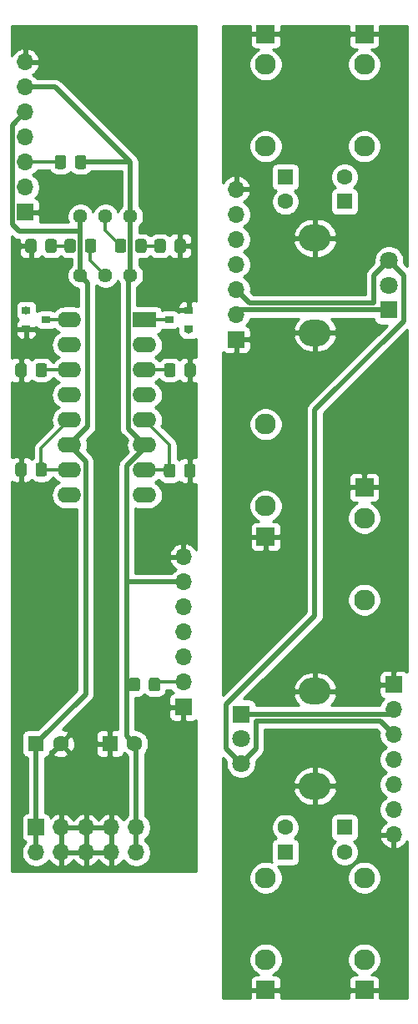
<source format=gbr>
%TF.GenerationSoftware,KiCad,Pcbnew,5.1.6*%
%TF.CreationDate,2020-07-14T13:58:31+04:00*%
%TF.ProjectId,FC_more_vcas,46435f6d-6f72-4655-9f76-6361732e6b69,rev?*%
%TF.SameCoordinates,Original*%
%TF.FileFunction,Copper,L1,Top*%
%TF.FilePolarity,Positive*%
%FSLAX46Y46*%
G04 Gerber Fmt 4.6, Leading zero omitted, Abs format (unit mm)*
G04 Created by KiCad (PCBNEW 5.1.6) date 2020-07-14 13:58:31*
%MOMM*%
%LPD*%
G01*
G04 APERTURE LIST*
%TA.AperFunction,ComponentPad*%
%ADD10C,1.440000*%
%TD*%
%TA.AperFunction,ComponentPad*%
%ADD11C,1.600000*%
%TD*%
%TA.AperFunction,ComponentPad*%
%ADD12R,1.600000X1.600000*%
%TD*%
%TA.AperFunction,ComponentPad*%
%ADD13O,3.240000X2.720000*%
%TD*%
%TA.AperFunction,ComponentPad*%
%ADD14C,1.800000*%
%TD*%
%TA.AperFunction,ComponentPad*%
%ADD15R,1.800000X1.800000*%
%TD*%
%TA.AperFunction,ComponentPad*%
%ADD16C,2.130000*%
%TD*%
%TA.AperFunction,ComponentPad*%
%ADD17R,1.930000X1.830000*%
%TD*%
%TA.AperFunction,ComponentPad*%
%ADD18R,1.700000X1.700000*%
%TD*%
%TA.AperFunction,ComponentPad*%
%ADD19O,1.700000X1.700000*%
%TD*%
%TA.AperFunction,SMDPad,CuDef*%
%ADD20R,0.900000X0.800000*%
%TD*%
%TA.AperFunction,ComponentPad*%
%ADD21R,2.400000X1.600000*%
%TD*%
%TA.AperFunction,ComponentPad*%
%ADD22O,2.400000X1.600000*%
%TD*%
%TA.AperFunction,ViaPad*%
%ADD23C,0.800000*%
%TD*%
%TA.AperFunction,Conductor*%
%ADD24C,0.500000*%
%TD*%
%TA.AperFunction,Conductor*%
%ADD25C,0.300000*%
%TD*%
%TA.AperFunction,Conductor*%
%ADD26C,0.254000*%
%TD*%
G04 APERTURE END LIST*
D10*
%TO.P,BIAS1,1*%
%TO.N,+12V*%
X27700000Y-39000000D03*
%TO.P,BIAS1,2*%
%TO.N,Net-(BIAS1-Pad2)*%
X30240000Y-39000000D03*
%TO.P,BIAS1,3*%
%TO.N,-12V*%
X32780000Y-39000000D03*
%TD*%
%TO.P,BIAS2,3*%
%TO.N,-12V*%
X32780000Y-45000000D03*
%TO.P,BIAS2,2*%
%TO.N,Net-(BIAS2-Pad2)*%
X30240000Y-45000000D03*
%TO.P,BIAS2,1*%
%TO.N,+12V*%
X27700000Y-45000000D03*
%TD*%
D11*
%TO.P,C1,2*%
%TO.N,/IN_1_PNL*%
X48500000Y-37500000D03*
D12*
%TO.P,C1,1*%
%TO.N,Net-(C1-Pad1)*%
X48500000Y-35000000D03*
%TD*%
%TO.P,C2,1*%
%TO.N,/OUT_1_PNL*%
X54500000Y-37500000D03*
D11*
%TO.P,C2,2*%
%TO.N,Net-(C2-Pad2)*%
X54500000Y-35000000D03*
%TD*%
D12*
%TO.P,C3,1*%
%TO.N,/OUT_2_PNL*%
X54500000Y-101000000D03*
D11*
%TO.P,C3,2*%
%TO.N,Net-(C3-Pad2)*%
X54500000Y-103500000D03*
%TD*%
%TO.P,C4,2*%
%TO.N,/IN_2_PNL*%
X48500000Y-101000000D03*
D12*
%TO.P,C4,1*%
%TO.N,Net-(C4-Pad1)*%
X48500000Y-103500000D03*
%TD*%
%TO.P,C5,1*%
%TO.N,+12V*%
X23200000Y-92500000D03*
D11*
%TO.P,C5,2*%
%TO.N,GND*%
X25700000Y-92500000D03*
%TD*%
%TO.P,C6,2*%
%TO.N,-12V*%
X33200000Y-92500000D03*
D12*
%TO.P,C6,1*%
%TO.N,GND*%
X30700000Y-92500000D03*
%TD*%
D13*
%TO.P,INITIAL_CV1,*%
%TO.N,/GND_PNL*%
X51500000Y-50800000D03*
X51500000Y-41200000D03*
D14*
%TO.P,INITIAL_CV1,3*%
%TO.N,/POS_PNL*%
X59000000Y-43500000D03*
%TO.P,INITIAL_CV1,2*%
%TO.N,Net-(INITIAL_CV1-Pad2)*%
X59000000Y-46000000D03*
D15*
%TO.P,INITIAL_CV1,1*%
%TO.N,/NEG_PNL*%
X59000000Y-48500000D03*
%TD*%
%TO.P,INITIAL_CV2,1*%
%TO.N,/NEG_PNL*%
X44000000Y-89500000D03*
D14*
%TO.P,INITIAL_CV2,2*%
%TO.N,Net-(INITIAL_CV2-Pad2)*%
X44000000Y-92000000D03*
%TO.P,INITIAL_CV2,3*%
%TO.N,/POS_PNL*%
X44000000Y-94500000D03*
D13*
%TO.P,INITIAL_CV2,*%
%TO.N,/GND_PNL*%
X51500000Y-96800000D03*
X51500000Y-87200000D03*
%TD*%
D16*
%TO.P,INPUT_1,TN*%
%TO.N,Net-(INPUT_1-PadTN)*%
X46500000Y-23600000D03*
D17*
%TO.P,INPUT_1,S*%
%TO.N,/GND_PNL*%
X46500000Y-20500000D03*
D16*
%TO.P,INPUT_1,T*%
%TO.N,Net-(INPUT_1-PadT)*%
X46500000Y-31900000D03*
%TD*%
%TO.P,INPUT_2,T*%
%TO.N,Net-(INPUT_2-PadT)*%
X46500000Y-106100000D03*
D17*
%TO.P,INPUT_2,S*%
%TO.N,/GND_PNL*%
X46500000Y-117500000D03*
D16*
%TO.P,INPUT_2,TN*%
%TO.N,Net-(INPUT_2-PadTN)*%
X46500000Y-114400000D03*
%TD*%
D18*
%TO.P,J1,1*%
%TO.N,GND*%
X22100000Y-38600000D03*
D19*
%TO.P,J1,2*%
%TO.N,/IN_1*%
X22100000Y-36060000D03*
%TO.P,J1,3*%
%TO.N,/OUT_1*%
X22100000Y-33520000D03*
%TO.P,J1,4*%
%TO.N,/CV_1*%
X22100000Y-30980000D03*
%TO.P,J1,5*%
%TO.N,+12V*%
X22100000Y-28440000D03*
%TO.P,J1,6*%
%TO.N,-12V*%
X22100000Y-25900000D03*
%TO.P,J1,7*%
%TO.N,GND*%
X22100000Y-23360000D03*
%TD*%
%TO.P,J2,7*%
%TO.N,GND*%
X38150000Y-73560000D03*
%TO.P,J2,6*%
%TO.N,-12V*%
X38150000Y-76100000D03*
%TO.P,J2,5*%
%TO.N,+12V*%
X38150000Y-78640000D03*
%TO.P,J2,4*%
%TO.N,/CV_2*%
X38150000Y-81180000D03*
%TO.P,J2,3*%
%TO.N,/IN_2*%
X38150000Y-83720000D03*
%TO.P,J2,2*%
%TO.N,/OUT_2*%
X38150000Y-86260000D03*
D18*
%TO.P,J2,1*%
%TO.N,GND*%
X38150000Y-88800000D03*
%TD*%
%TO.P,J3,1*%
%TO.N,/GND_PNL*%
X43500000Y-51500000D03*
D19*
%TO.P,J3,2*%
%TO.N,/NEG_PNL*%
X43500000Y-48960000D03*
%TO.P,J3,3*%
%TO.N,/POS_PNL*%
X43500000Y-46420000D03*
%TO.P,J3,4*%
%TO.N,/CV1_PNL*%
X43500000Y-43880000D03*
%TO.P,J3,5*%
%TO.N,/OUT_1_PNL*%
X43500000Y-41340000D03*
%TO.P,J3,6*%
%TO.N,/IN_1_PNL*%
X43500000Y-38800000D03*
%TO.P,J3,7*%
%TO.N,/GND_PNL*%
X43500000Y-36260000D03*
%TD*%
D18*
%TO.P,J4,1*%
%TO.N,/GND_PNL*%
X59500000Y-86500000D03*
D19*
%TO.P,J4,2*%
%TO.N,/NEG_PNL*%
X59500000Y-89040000D03*
%TO.P,J4,3*%
%TO.N,/POS_PNL*%
X59500000Y-91580000D03*
%TO.P,J4,4*%
%TO.N,/CV2_PNL*%
X59500000Y-94120000D03*
%TO.P,J4,5*%
%TO.N,/IN_2_PNL*%
X59500000Y-96660000D03*
%TO.P,J4,6*%
%TO.N,/OUT_2_PNL*%
X59500000Y-99200000D03*
%TO.P,J4,7*%
%TO.N,/GND_PNL*%
X59500000Y-101740000D03*
%TD*%
D18*
%TO.P,J5,1*%
%TO.N,+12V*%
X23200000Y-101000000D03*
D19*
%TO.P,J5,2*%
X23200000Y-103540000D03*
%TO.P,J5,3*%
%TO.N,GND*%
X25740000Y-101000000D03*
%TO.P,J5,4*%
X25740000Y-103540000D03*
%TO.P,J5,5*%
X28280000Y-101000000D03*
%TO.P,J5,6*%
X28280000Y-103540000D03*
%TO.P,J5,7*%
X30820000Y-101000000D03*
%TO.P,J5,8*%
X30820000Y-103540000D03*
%TO.P,J5,9*%
%TO.N,-12V*%
X33360000Y-101000000D03*
%TO.P,J5,10*%
X33360000Y-103540000D03*
%TD*%
D16*
%TO.P,IN_CV_1,TN*%
%TO.N,Net-(IN_CV_1-PadTN)*%
X46500000Y-68400000D03*
D17*
%TO.P,IN_CV_1,S*%
%TO.N,/GND_PNL*%
X46500000Y-71500000D03*
D16*
%TO.P,IN_CV_1,T*%
%TO.N,Net-(IN_CV_1-PadT)*%
X46500000Y-60100000D03*
%TD*%
%TO.P,IN_CV_2,T*%
%TO.N,Net-(IN_CV_2-PadT)*%
X56500000Y-77900000D03*
D17*
%TO.P,IN_CV_2,S*%
%TO.N,/GND_PNL*%
X56500000Y-66500000D03*
D16*
%TO.P,IN_CV_2,TN*%
%TO.N,Net-(IN_CV_2-PadTN)*%
X56500000Y-69600000D03*
%TD*%
%TO.P,OUTPUT_1,TN*%
%TO.N,Net-(OUTPUT_1-PadTN)*%
X56500000Y-23600000D03*
D17*
%TO.P,OUTPUT_1,S*%
%TO.N,/GND_PNL*%
X56500000Y-20500000D03*
D16*
%TO.P,OUTPUT_1,T*%
%TO.N,Net-(OUTPUT_1-PadT)*%
X56500000Y-31900000D03*
%TD*%
%TO.P,OUTPUT_2,T*%
%TO.N,Net-(OUTPUT_2-PadT)*%
X56500000Y-106100000D03*
D17*
%TO.P,OUTPUT_2,S*%
%TO.N,/GND_PNL*%
X56500000Y-117500000D03*
D16*
%TO.P,OUTPUT_2,TN*%
%TO.N,Net-(OUTPUT_2-PadTN)*%
X56500000Y-114400000D03*
%TD*%
D20*
%TO.P,Q1,3*%
%TO.N,Net-(Q1-Pad3)*%
X36700000Y-49500000D03*
%TO.P,Q1,2*%
%TO.N,GND*%
X38700000Y-48550000D03*
%TO.P,Q1,1*%
%TO.N,/CV_1*%
X38700000Y-50450000D03*
%TD*%
%TO.P,Q2,1*%
%TO.N,/CV_2*%
X22200000Y-48550000D03*
%TO.P,Q2,2*%
%TO.N,GND*%
X22200000Y-50450000D03*
%TO.P,Q2,3*%
%TO.N,Net-(Q2-Pad3)*%
X24200000Y-49500000D03*
%TD*%
%TO.P,R1,1*%
%TO.N,Net-(R1-Pad1)*%
%TA.AperFunction,SMDPad,CuDef*%
G36*
G01*
X34400000Y-41549999D02*
X34400000Y-42450001D01*
G75*
G02*
X34150001Y-42700000I-249999J0D01*
G01*
X33499999Y-42700000D01*
G75*
G02*
X33250000Y-42450001I0J249999D01*
G01*
X33250000Y-41549999D01*
G75*
G02*
X33499999Y-41300000I249999J0D01*
G01*
X34150001Y-41300000D01*
G75*
G02*
X34400000Y-41549999I0J-249999D01*
G01*
G37*
%TD.AperFunction*%
%TO.P,R1,2*%
%TO.N,Net-(BIAS1-Pad2)*%
%TA.AperFunction,SMDPad,CuDef*%
G36*
G01*
X32350000Y-41549999D02*
X32350000Y-42450001D01*
G75*
G02*
X32100001Y-42700000I-249999J0D01*
G01*
X31449999Y-42700000D01*
G75*
G02*
X31200000Y-42450001I0J249999D01*
G01*
X31200000Y-41549999D01*
G75*
G02*
X31449999Y-41300000I249999J0D01*
G01*
X32100001Y-41300000D01*
G75*
G02*
X32350000Y-41549999I0J-249999D01*
G01*
G37*
%TD.AperFunction*%
%TD*%
%TO.P,R2,2*%
%TO.N,Net-(BIAS2-Pad2)*%
%TA.AperFunction,SMDPad,CuDef*%
G36*
G01*
X28150000Y-42450001D02*
X28150000Y-41549999D01*
G75*
G02*
X28399999Y-41300000I249999J0D01*
G01*
X29050001Y-41300000D01*
G75*
G02*
X29300000Y-41549999I0J-249999D01*
G01*
X29300000Y-42450001D01*
G75*
G02*
X29050001Y-42700000I-249999J0D01*
G01*
X28399999Y-42700000D01*
G75*
G02*
X28150000Y-42450001I0J249999D01*
G01*
G37*
%TD.AperFunction*%
%TO.P,R2,1*%
%TO.N,Net-(R2-Pad1)*%
%TA.AperFunction,SMDPad,CuDef*%
G36*
G01*
X26100000Y-42450001D02*
X26100000Y-41549999D01*
G75*
G02*
X26349999Y-41300000I249999J0D01*
G01*
X27000001Y-41300000D01*
G75*
G02*
X27250000Y-41549999I0J-249999D01*
G01*
X27250000Y-42450001D01*
G75*
G02*
X27000001Y-42700000I-249999J0D01*
G01*
X26349999Y-42700000D01*
G75*
G02*
X26100000Y-42450001I0J249999D01*
G01*
G37*
%TD.AperFunction*%
%TD*%
%TO.P,R5,1*%
%TO.N,GND*%
%TA.AperFunction,SMDPad,CuDef*%
G36*
G01*
X22100000Y-42450001D02*
X22100000Y-41549999D01*
G75*
G02*
X22349999Y-41300000I249999J0D01*
G01*
X23000001Y-41300000D01*
G75*
G02*
X23250000Y-41549999I0J-249999D01*
G01*
X23250000Y-42450001D01*
G75*
G02*
X23000001Y-42700000I-249999J0D01*
G01*
X22349999Y-42700000D01*
G75*
G02*
X22100000Y-42450001I0J249999D01*
G01*
G37*
%TD.AperFunction*%
%TO.P,R5,2*%
%TO.N,Net-(R2-Pad1)*%
%TA.AperFunction,SMDPad,CuDef*%
G36*
G01*
X24150000Y-42450001D02*
X24150000Y-41549999D01*
G75*
G02*
X24399999Y-41300000I249999J0D01*
G01*
X25050001Y-41300000D01*
G75*
G02*
X25300000Y-41549999I0J-249999D01*
G01*
X25300000Y-42450001D01*
G75*
G02*
X25050001Y-42700000I-249999J0D01*
G01*
X24399999Y-42700000D01*
G75*
G02*
X24150000Y-42450001I0J249999D01*
G01*
G37*
%TD.AperFunction*%
%TD*%
%TO.P,R6,2*%
%TO.N,Net-(R1-Pad1)*%
%TA.AperFunction,SMDPad,CuDef*%
G36*
G01*
X36350000Y-41549999D02*
X36350000Y-42450001D01*
G75*
G02*
X36100001Y-42700000I-249999J0D01*
G01*
X35449999Y-42700000D01*
G75*
G02*
X35200000Y-42450001I0J249999D01*
G01*
X35200000Y-41549999D01*
G75*
G02*
X35449999Y-41300000I249999J0D01*
G01*
X36100001Y-41300000D01*
G75*
G02*
X36350000Y-41549999I0J-249999D01*
G01*
G37*
%TD.AperFunction*%
%TO.P,R6,1*%
%TO.N,GND*%
%TA.AperFunction,SMDPad,CuDef*%
G36*
G01*
X38400000Y-41549999D02*
X38400000Y-42450001D01*
G75*
G02*
X38150001Y-42700000I-249999J0D01*
G01*
X37499999Y-42700000D01*
G75*
G02*
X37250000Y-42450001I0J249999D01*
G01*
X37250000Y-41549999D01*
G75*
G02*
X37499999Y-41300000I249999J0D01*
G01*
X38150001Y-41300000D01*
G75*
G02*
X38400000Y-41549999I0J-249999D01*
G01*
G37*
%TD.AperFunction*%
%TD*%
%TO.P,R7,2*%
%TO.N,/IN_2*%
%TA.AperFunction,SMDPad,CuDef*%
G36*
G01*
X23150000Y-55050001D02*
X23150000Y-54149999D01*
G75*
G02*
X23399999Y-53900000I249999J0D01*
G01*
X24050001Y-53900000D01*
G75*
G02*
X24300000Y-54149999I0J-249999D01*
G01*
X24300000Y-55050001D01*
G75*
G02*
X24050001Y-55300000I-249999J0D01*
G01*
X23399999Y-55300000D01*
G75*
G02*
X23150000Y-55050001I0J249999D01*
G01*
G37*
%TD.AperFunction*%
%TO.P,R7,1*%
%TO.N,GND*%
%TA.AperFunction,SMDPad,CuDef*%
G36*
G01*
X21100000Y-55050001D02*
X21100000Y-54149999D01*
G75*
G02*
X21349999Y-53900000I249999J0D01*
G01*
X22000001Y-53900000D01*
G75*
G02*
X22250000Y-54149999I0J-249999D01*
G01*
X22250000Y-55050001D01*
G75*
G02*
X22000001Y-55300000I-249999J0D01*
G01*
X21349999Y-55300000D01*
G75*
G02*
X21100000Y-55050001I0J249999D01*
G01*
G37*
%TD.AperFunction*%
%TD*%
%TO.P,R8,1*%
%TO.N,GND*%
%TA.AperFunction,SMDPad,CuDef*%
G36*
G01*
X39400000Y-54149999D02*
X39400000Y-55050001D01*
G75*
G02*
X39150001Y-55300000I-249999J0D01*
G01*
X38499999Y-55300000D01*
G75*
G02*
X38250000Y-55050001I0J249999D01*
G01*
X38250000Y-54149999D01*
G75*
G02*
X38499999Y-53900000I249999J0D01*
G01*
X39150001Y-53900000D01*
G75*
G02*
X39400000Y-54149999I0J-249999D01*
G01*
G37*
%TD.AperFunction*%
%TO.P,R8,2*%
%TO.N,/IN_1*%
%TA.AperFunction,SMDPad,CuDef*%
G36*
G01*
X37350000Y-54149999D02*
X37350000Y-55050001D01*
G75*
G02*
X37100001Y-55300000I-249999J0D01*
G01*
X36449999Y-55300000D01*
G75*
G02*
X36200000Y-55050001I0J249999D01*
G01*
X36200000Y-54149999D01*
G75*
G02*
X36449999Y-53900000I249999J0D01*
G01*
X37100001Y-53900000D01*
G75*
G02*
X37350000Y-54149999I0J-249999D01*
G01*
G37*
%TD.AperFunction*%
%TD*%
%TO.P,R9,2*%
%TO.N,/OUT_2*%
%TA.AperFunction,SMDPad,CuDef*%
G36*
G01*
X34650000Y-86950001D02*
X34650000Y-86049999D01*
G75*
G02*
X34899999Y-85800000I249999J0D01*
G01*
X35550001Y-85800000D01*
G75*
G02*
X35800000Y-86049999I0J-249999D01*
G01*
X35800000Y-86950001D01*
G75*
G02*
X35550001Y-87200000I-249999J0D01*
G01*
X34899999Y-87200000D01*
G75*
G02*
X34650000Y-86950001I0J249999D01*
G01*
G37*
%TD.AperFunction*%
%TO.P,R9,1*%
%TO.N,-12V*%
%TA.AperFunction,SMDPad,CuDef*%
G36*
G01*
X32600000Y-86950001D02*
X32600000Y-86049999D01*
G75*
G02*
X32849999Y-85800000I249999J0D01*
G01*
X33500001Y-85800000D01*
G75*
G02*
X33750000Y-86049999I0J-249999D01*
G01*
X33750000Y-86950001D01*
G75*
G02*
X33500001Y-87200000I-249999J0D01*
G01*
X32849999Y-87200000D01*
G75*
G02*
X32600000Y-86950001I0J249999D01*
G01*
G37*
%TD.AperFunction*%
%TD*%
%TO.P,R10,2*%
%TO.N,/OUT_1*%
%TA.AperFunction,SMDPad,CuDef*%
G36*
G01*
X26250000Y-33049999D02*
X26250000Y-33950001D01*
G75*
G02*
X26000001Y-34200000I-249999J0D01*
G01*
X25349999Y-34200000D01*
G75*
G02*
X25100000Y-33950001I0J249999D01*
G01*
X25100000Y-33049999D01*
G75*
G02*
X25349999Y-32800000I249999J0D01*
G01*
X26000001Y-32800000D01*
G75*
G02*
X26250000Y-33049999I0J-249999D01*
G01*
G37*
%TD.AperFunction*%
%TO.P,R10,1*%
%TO.N,-12V*%
%TA.AperFunction,SMDPad,CuDef*%
G36*
G01*
X28300000Y-33049999D02*
X28300000Y-33950001D01*
G75*
G02*
X28050001Y-34200000I-249999J0D01*
G01*
X27399999Y-34200000D01*
G75*
G02*
X27150000Y-33950001I0J249999D01*
G01*
X27150000Y-33049999D01*
G75*
G02*
X27399999Y-32800000I249999J0D01*
G01*
X28050001Y-32800000D01*
G75*
G02*
X28300000Y-33049999I0J-249999D01*
G01*
G37*
%TD.AperFunction*%
%TD*%
%TO.P,R11,1*%
%TO.N,GND*%
%TA.AperFunction,SMDPad,CuDef*%
G36*
G01*
X21100000Y-65150001D02*
X21100000Y-64249999D01*
G75*
G02*
X21349999Y-64000000I249999J0D01*
G01*
X22000001Y-64000000D01*
G75*
G02*
X22250000Y-64249999I0J-249999D01*
G01*
X22250000Y-65150001D01*
G75*
G02*
X22000001Y-65400000I-249999J0D01*
G01*
X21349999Y-65400000D01*
G75*
G02*
X21100000Y-65150001I0J249999D01*
G01*
G37*
%TD.AperFunction*%
%TO.P,R11,2*%
%TO.N,Net-(R11-Pad2)*%
%TA.AperFunction,SMDPad,CuDef*%
G36*
G01*
X23150000Y-65150001D02*
X23150000Y-64249999D01*
G75*
G02*
X23399999Y-64000000I249999J0D01*
G01*
X24050001Y-64000000D01*
G75*
G02*
X24300000Y-64249999I0J-249999D01*
G01*
X24300000Y-65150001D01*
G75*
G02*
X24050001Y-65400000I-249999J0D01*
G01*
X23399999Y-65400000D01*
G75*
G02*
X23150000Y-65150001I0J249999D01*
G01*
G37*
%TD.AperFunction*%
%TD*%
%TO.P,R12,1*%
%TO.N,GND*%
%TA.AperFunction,SMDPad,CuDef*%
G36*
G01*
X39375000Y-64349999D02*
X39375000Y-65250001D01*
G75*
G02*
X39125001Y-65500000I-249999J0D01*
G01*
X38474999Y-65500000D01*
G75*
G02*
X38225000Y-65250001I0J249999D01*
G01*
X38225000Y-64349999D01*
G75*
G02*
X38474999Y-64100000I249999J0D01*
G01*
X39125001Y-64100000D01*
G75*
G02*
X39375000Y-64349999I0J-249999D01*
G01*
G37*
%TD.AperFunction*%
%TO.P,R12,2*%
%TO.N,Net-(R12-Pad2)*%
%TA.AperFunction,SMDPad,CuDef*%
G36*
G01*
X37325000Y-64349999D02*
X37325000Y-65250001D01*
G75*
G02*
X37075001Y-65500000I-249999J0D01*
G01*
X36424999Y-65500000D01*
G75*
G02*
X36175000Y-65250001I0J249999D01*
G01*
X36175000Y-64349999D01*
G75*
G02*
X36424999Y-64100000I249999J0D01*
G01*
X37075001Y-64100000D01*
G75*
G02*
X37325000Y-64349999I0J-249999D01*
G01*
G37*
%TD.AperFunction*%
%TD*%
D21*
%TO.P,U1,1*%
%TO.N,Net-(Q1-Pad3)*%
X34200000Y-49500000D03*
D22*
%TO.P,U1,9*%
%TO.N,/OUT_2*%
X26580000Y-67280000D03*
%TO.P,U1,2*%
%TO.N,Net-(U1-Pad2)*%
X34200000Y-52040000D03*
%TO.P,U1,10*%
%TO.N,Net-(R11-Pad2)*%
X26580000Y-64740000D03*
%TO.P,U1,3*%
%TO.N,/IN_1*%
X34200000Y-54580000D03*
%TO.P,U1,11*%
%TO.N,+12V*%
X26580000Y-62200000D03*
%TO.P,U1,4*%
%TO.N,Net-(R1-Pad1)*%
X34200000Y-57120000D03*
%TO.P,U1,12*%
%TO.N,Net-(R11-Pad2)*%
X26580000Y-59660000D03*
%TO.P,U1,5*%
%TO.N,Net-(R12-Pad2)*%
X34200000Y-59660000D03*
%TO.P,U1,13*%
%TO.N,Net-(R2-Pad1)*%
X26580000Y-57120000D03*
%TO.P,U1,6*%
%TO.N,-12V*%
X34200000Y-62200000D03*
%TO.P,U1,14*%
%TO.N,/IN_2*%
X26580000Y-54580000D03*
%TO.P,U1,7*%
%TO.N,Net-(R12-Pad2)*%
X34200000Y-64740000D03*
%TO.P,U1,15*%
%TO.N,Net-(U1-Pad15)*%
X26580000Y-52040000D03*
%TO.P,U1,8*%
%TO.N,/OUT_1*%
X34200000Y-67280000D03*
%TO.P,U1,16*%
%TO.N,Net-(Q2-Pad3)*%
X26580000Y-49500000D03*
%TD*%
D23*
%TO.N,GND*%
X37700000Y-45000000D03*
X24700000Y-45000000D03*
X31100000Y-62300000D03*
%TO.N,/CV_1*%
X38700000Y-50500000D03*
%TO.N,/CV_2*%
X22200000Y-48550000D03*
%TO.N,Net-(R1-Pad1)*%
X35775000Y-42000000D03*
%TO.N,Net-(R2-Pad1)*%
X24725000Y-42000000D03*
%TD*%
D24*
%TO.N,+12V*%
X23200000Y-103540000D02*
X23200000Y-92500000D01*
X28419999Y-60360001D02*
X26580000Y-62200000D01*
X28419999Y-45719999D02*
X28419999Y-60360001D01*
X27700000Y-45000000D02*
X28419999Y-45719999D01*
X28230010Y-63850010D02*
X26580000Y-62200000D01*
X28230010Y-87469990D02*
X28230010Y-63850010D01*
X23200000Y-92500000D02*
X28230010Y-87469990D01*
X20799999Y-39810001D02*
X21489998Y-40500000D01*
X20799999Y-29740001D02*
X20799999Y-39810001D01*
X22100000Y-28440000D02*
X20799999Y-29740001D01*
X27700000Y-40500000D02*
X27700000Y-45000000D01*
X21489998Y-40500000D02*
X27700000Y-40500000D01*
X27700000Y-39000000D02*
X27700000Y-40500000D01*
D25*
%TO.N,Net-(BIAS1-Pad2)*%
X30240000Y-40465000D02*
X31775000Y-42000000D01*
X30240000Y-39000000D02*
X30240000Y-40465000D01*
D24*
%TO.N,-12V*%
X33360000Y-92660000D02*
X33200000Y-92500000D01*
X33360000Y-103540000D02*
X33360000Y-92660000D01*
X32780000Y-39000000D02*
X32780000Y-45000000D01*
X32549990Y-45230010D02*
X32780000Y-45000000D01*
X32549990Y-60549990D02*
X32549990Y-45230010D01*
X34200000Y-62200000D02*
X32549990Y-60549990D01*
X34200000Y-62500000D02*
X34200000Y-62200000D01*
X32400001Y-64299999D02*
X34200000Y-62500000D01*
X33200000Y-92500000D02*
X32400001Y-91700001D01*
X27780000Y-33555000D02*
X27725000Y-33500000D01*
X32780000Y-39000000D02*
X32780000Y-33555000D01*
X32700000Y-86500000D02*
X32400001Y-86799999D01*
X33175000Y-86500000D02*
X32700000Y-86500000D01*
X32400001Y-91700001D02*
X32400001Y-86799999D01*
X32725000Y-33500000D02*
X32780000Y-33555000D01*
X27725000Y-33500000D02*
X32725000Y-33500000D01*
X38150000Y-76100000D02*
X32600000Y-76100000D01*
X32600000Y-76100000D02*
X32400001Y-76299999D01*
X32400001Y-76299999D02*
X32400001Y-64299999D01*
X32400001Y-86799999D02*
X32400001Y-76299999D01*
X25125000Y-25900000D02*
X32725000Y-33500000D01*
X22100000Y-25900000D02*
X25125000Y-25900000D01*
D25*
%TO.N,Net-(BIAS2-Pad2)*%
X28725000Y-43485000D02*
X30240000Y-45000000D01*
X28725000Y-42000000D02*
X28725000Y-43485000D01*
D24*
%TO.N,/POS_PNL*%
X59000000Y-43500000D02*
X60500000Y-45000000D01*
X60500000Y-49610002D02*
X51500000Y-58610002D01*
X60500000Y-45000000D02*
X60500000Y-49610002D01*
X51500000Y-58610002D02*
X51500000Y-79500000D01*
X51500000Y-79500000D02*
X42500000Y-88500000D01*
X42500000Y-93000000D02*
X44000000Y-94500000D01*
X42500000Y-88500000D02*
X42500000Y-93000000D01*
X58120010Y-90200010D02*
X59500000Y-91580000D01*
X45500000Y-90200010D02*
X58120010Y-90200010D01*
X45500000Y-93000000D02*
X45500000Y-90200010D01*
X44000000Y-94500000D02*
X45500000Y-93000000D01*
X44879990Y-47799990D02*
X43500000Y-46420000D01*
X57500000Y-45000000D02*
X57500000Y-47799990D01*
X57500000Y-47799990D02*
X44879990Y-47799990D01*
X59000000Y-43500000D02*
X57500000Y-45000000D01*
%TO.N,/NEG_PNL*%
X43960000Y-48500000D02*
X43500000Y-48960000D01*
X59000000Y-48500000D02*
X43960000Y-48500000D01*
X59040000Y-89500000D02*
X59500000Y-89040000D01*
X44000000Y-89500000D02*
X59040000Y-89500000D01*
D25*
%TO.N,/OUT_1*%
X25655000Y-33520000D02*
X25675000Y-33500000D01*
X22100000Y-33520000D02*
X25655000Y-33520000D01*
%TO.N,/IN_1*%
X36755000Y-54580000D02*
X36775000Y-54600000D01*
X34200000Y-54580000D02*
X36755000Y-54580000D01*
%TO.N,/IN_2*%
X26560000Y-54600000D02*
X26580000Y-54580000D01*
X23725000Y-54600000D02*
X26560000Y-54600000D01*
%TO.N,/OUT_2*%
X35465000Y-86260000D02*
X35225000Y-86500000D01*
X38150000Y-86260000D02*
X35465000Y-86260000D01*
%TO.N,Net-(Q1-Pad3)*%
X34200000Y-49500000D02*
X36700000Y-49500000D01*
%TO.N,Net-(Q2-Pad3)*%
X24200000Y-49500000D02*
X26580000Y-49500000D01*
%TO.N,Net-(R1-Pad1)*%
X33825000Y-42000000D02*
X35775000Y-42000000D01*
X35775000Y-42000000D02*
X35775000Y-42000000D01*
%TO.N,Net-(R2-Pad1)*%
X26675000Y-42000000D02*
X24725000Y-42000000D01*
X24725000Y-42000000D02*
X24725000Y-42000000D01*
%TO.N,Net-(R11-Pad2)*%
X26540000Y-64700000D02*
X26580000Y-64740000D01*
X23725000Y-64700000D02*
X26540000Y-64700000D01*
X23725000Y-62515000D02*
X26580000Y-59660000D01*
X23725000Y-64700000D02*
X23725000Y-62515000D01*
%TO.N,Net-(R12-Pad2)*%
X36690000Y-64740000D02*
X36750000Y-64800000D01*
X34200000Y-64740000D02*
X36690000Y-64740000D01*
X36750000Y-62210000D02*
X34200000Y-59660000D01*
X36750000Y-64800000D02*
X36750000Y-62210000D01*
%TO.N,Net-(INPUT_2-PadT)*%
X46600000Y-106000000D02*
X46500000Y-106100000D01*
%TD*%
D26*
%TO.N,/GND_PNL*%
G36*
X58029461Y-91361040D02*
G01*
X58015000Y-91433740D01*
X58015000Y-91726260D01*
X58072068Y-92013158D01*
X58184010Y-92283411D01*
X58346525Y-92526632D01*
X58553368Y-92733475D01*
X58727760Y-92850000D01*
X58553368Y-92966525D01*
X58346525Y-93173368D01*
X58184010Y-93416589D01*
X58072068Y-93686842D01*
X58015000Y-93973740D01*
X58015000Y-94266260D01*
X58072068Y-94553158D01*
X58184010Y-94823411D01*
X58346525Y-95066632D01*
X58553368Y-95273475D01*
X58727760Y-95390000D01*
X58553368Y-95506525D01*
X58346525Y-95713368D01*
X58184010Y-95956589D01*
X58072068Y-96226842D01*
X58015000Y-96513740D01*
X58015000Y-96806260D01*
X58072068Y-97093158D01*
X58184010Y-97363411D01*
X58346525Y-97606632D01*
X58553368Y-97813475D01*
X58727760Y-97930000D01*
X58553368Y-98046525D01*
X58346525Y-98253368D01*
X58184010Y-98496589D01*
X58072068Y-98766842D01*
X58015000Y-99053740D01*
X58015000Y-99346260D01*
X58072068Y-99633158D01*
X58184010Y-99903411D01*
X58346525Y-100146632D01*
X58553368Y-100353475D01*
X58735534Y-100475195D01*
X58618645Y-100544822D01*
X58402412Y-100739731D01*
X58228359Y-100973080D01*
X58103175Y-101235901D01*
X58058524Y-101383110D01*
X58179845Y-101613000D01*
X59373000Y-101613000D01*
X59373000Y-101593000D01*
X59627000Y-101593000D01*
X59627000Y-101613000D01*
X59647000Y-101613000D01*
X59647000Y-101867000D01*
X59627000Y-101867000D01*
X59627000Y-103060814D01*
X59856891Y-103181481D01*
X60131252Y-103084157D01*
X60381355Y-102935178D01*
X60597588Y-102740269D01*
X60771641Y-102506920D01*
X60840000Y-102363401D01*
X60840000Y-118340000D01*
X58102706Y-118340000D01*
X58100000Y-117785750D01*
X57941250Y-117627000D01*
X56627000Y-117627000D01*
X56627000Y-117647000D01*
X56373000Y-117647000D01*
X56373000Y-117627000D01*
X55058750Y-117627000D01*
X54900000Y-117785750D01*
X54897294Y-118340000D01*
X48102706Y-118340000D01*
X48100000Y-117785750D01*
X47941250Y-117627000D01*
X46627000Y-117627000D01*
X46627000Y-117647000D01*
X46373000Y-117647000D01*
X46373000Y-117627000D01*
X45058750Y-117627000D01*
X44900000Y-117785750D01*
X44897294Y-118340000D01*
X42160000Y-118340000D01*
X42160000Y-114232565D01*
X44800000Y-114232565D01*
X44800000Y-114567435D01*
X44865330Y-114895872D01*
X44993479Y-115205252D01*
X45179523Y-115483687D01*
X45416313Y-115720477D01*
X45694748Y-115906521D01*
X45795140Y-115948105D01*
X45535000Y-115946928D01*
X45410518Y-115959188D01*
X45290820Y-115995498D01*
X45180506Y-116054463D01*
X45083815Y-116133815D01*
X45004463Y-116230506D01*
X44945498Y-116340820D01*
X44909188Y-116460518D01*
X44896928Y-116585000D01*
X44900000Y-117214250D01*
X45058750Y-117373000D01*
X46373000Y-117373000D01*
X46373000Y-117353000D01*
X46627000Y-117353000D01*
X46627000Y-117373000D01*
X47941250Y-117373000D01*
X48100000Y-117214250D01*
X48103072Y-116585000D01*
X48090812Y-116460518D01*
X48054502Y-116340820D01*
X47995537Y-116230506D01*
X47916185Y-116133815D01*
X47819494Y-116054463D01*
X47709180Y-115995498D01*
X47589482Y-115959188D01*
X47465000Y-115946928D01*
X47204860Y-115948105D01*
X47305252Y-115906521D01*
X47583687Y-115720477D01*
X47820477Y-115483687D01*
X48006521Y-115205252D01*
X48134670Y-114895872D01*
X48200000Y-114567435D01*
X48200000Y-114232565D01*
X54800000Y-114232565D01*
X54800000Y-114567435D01*
X54865330Y-114895872D01*
X54993479Y-115205252D01*
X55179523Y-115483687D01*
X55416313Y-115720477D01*
X55694748Y-115906521D01*
X55795140Y-115948105D01*
X55535000Y-115946928D01*
X55410518Y-115959188D01*
X55290820Y-115995498D01*
X55180506Y-116054463D01*
X55083815Y-116133815D01*
X55004463Y-116230506D01*
X54945498Y-116340820D01*
X54909188Y-116460518D01*
X54896928Y-116585000D01*
X54900000Y-117214250D01*
X55058750Y-117373000D01*
X56373000Y-117373000D01*
X56373000Y-117353000D01*
X56627000Y-117353000D01*
X56627000Y-117373000D01*
X57941250Y-117373000D01*
X58100000Y-117214250D01*
X58103072Y-116585000D01*
X58090812Y-116460518D01*
X58054502Y-116340820D01*
X57995537Y-116230506D01*
X57916185Y-116133815D01*
X57819494Y-116054463D01*
X57709180Y-115995498D01*
X57589482Y-115959188D01*
X57465000Y-115946928D01*
X57204860Y-115948105D01*
X57305252Y-115906521D01*
X57583687Y-115720477D01*
X57820477Y-115483687D01*
X58006521Y-115205252D01*
X58134670Y-114895872D01*
X58200000Y-114567435D01*
X58200000Y-114232565D01*
X58134670Y-113904128D01*
X58006521Y-113594748D01*
X57820477Y-113316313D01*
X57583687Y-113079523D01*
X57305252Y-112893479D01*
X56995872Y-112765330D01*
X56667435Y-112700000D01*
X56332565Y-112700000D01*
X56004128Y-112765330D01*
X55694748Y-112893479D01*
X55416313Y-113079523D01*
X55179523Y-113316313D01*
X54993479Y-113594748D01*
X54865330Y-113904128D01*
X54800000Y-114232565D01*
X48200000Y-114232565D01*
X48134670Y-113904128D01*
X48006521Y-113594748D01*
X47820477Y-113316313D01*
X47583687Y-113079523D01*
X47305252Y-112893479D01*
X46995872Y-112765330D01*
X46667435Y-112700000D01*
X46332565Y-112700000D01*
X46004128Y-112765330D01*
X45694748Y-112893479D01*
X45416313Y-113079523D01*
X45179523Y-113316313D01*
X44993479Y-113594748D01*
X44865330Y-113904128D01*
X44800000Y-114232565D01*
X42160000Y-114232565D01*
X42160000Y-105932565D01*
X44800000Y-105932565D01*
X44800000Y-106267435D01*
X44865330Y-106595872D01*
X44993479Y-106905252D01*
X45179523Y-107183687D01*
X45416313Y-107420477D01*
X45694748Y-107606521D01*
X46004128Y-107734670D01*
X46332565Y-107800000D01*
X46667435Y-107800000D01*
X46995872Y-107734670D01*
X47305252Y-107606521D01*
X47583687Y-107420477D01*
X47820477Y-107183687D01*
X48006521Y-106905252D01*
X48134670Y-106595872D01*
X48200000Y-106267435D01*
X48200000Y-105932565D01*
X54800000Y-105932565D01*
X54800000Y-106267435D01*
X54865330Y-106595872D01*
X54993479Y-106905252D01*
X55179523Y-107183687D01*
X55416313Y-107420477D01*
X55694748Y-107606521D01*
X56004128Y-107734670D01*
X56332565Y-107800000D01*
X56667435Y-107800000D01*
X56995872Y-107734670D01*
X57305252Y-107606521D01*
X57583687Y-107420477D01*
X57820477Y-107183687D01*
X58006521Y-106905252D01*
X58134670Y-106595872D01*
X58200000Y-106267435D01*
X58200000Y-105932565D01*
X58134670Y-105604128D01*
X58006521Y-105294748D01*
X57820477Y-105016313D01*
X57583687Y-104779523D01*
X57305252Y-104593479D01*
X56995872Y-104465330D01*
X56667435Y-104400000D01*
X56332565Y-104400000D01*
X56004128Y-104465330D01*
X55694748Y-104593479D01*
X55416313Y-104779523D01*
X55179523Y-105016313D01*
X54993479Y-105294748D01*
X54865330Y-105604128D01*
X54800000Y-105932565D01*
X48200000Y-105932565D01*
X48134670Y-105604128D01*
X48006521Y-105294748D01*
X47820477Y-105016313D01*
X47742236Y-104938072D01*
X49300000Y-104938072D01*
X49424482Y-104925812D01*
X49544180Y-104889502D01*
X49654494Y-104830537D01*
X49751185Y-104751185D01*
X49830537Y-104654494D01*
X49889502Y-104544180D01*
X49925812Y-104424482D01*
X49938072Y-104300000D01*
X49938072Y-102700000D01*
X49925812Y-102575518D01*
X49889502Y-102455820D01*
X49830537Y-102345506D01*
X49751185Y-102248815D01*
X49654494Y-102169463D01*
X49544180Y-102110498D01*
X49448057Y-102081339D01*
X49614637Y-101914759D01*
X49771680Y-101679727D01*
X49879853Y-101418574D01*
X49935000Y-101141335D01*
X49935000Y-100858665D01*
X49879853Y-100581426D01*
X49771680Y-100320273D01*
X49691317Y-100200000D01*
X53061928Y-100200000D01*
X53061928Y-101800000D01*
X53074188Y-101924482D01*
X53110498Y-102044180D01*
X53169463Y-102154494D01*
X53248815Y-102251185D01*
X53345506Y-102330537D01*
X53455820Y-102389502D01*
X53551943Y-102418661D01*
X53385363Y-102585241D01*
X53228320Y-102820273D01*
X53120147Y-103081426D01*
X53065000Y-103358665D01*
X53065000Y-103641335D01*
X53120147Y-103918574D01*
X53228320Y-104179727D01*
X53385363Y-104414759D01*
X53585241Y-104614637D01*
X53820273Y-104771680D01*
X54081426Y-104879853D01*
X54358665Y-104935000D01*
X54641335Y-104935000D01*
X54918574Y-104879853D01*
X55179727Y-104771680D01*
X55414759Y-104614637D01*
X55614637Y-104414759D01*
X55771680Y-104179727D01*
X55879853Y-103918574D01*
X55935000Y-103641335D01*
X55935000Y-103358665D01*
X55879853Y-103081426D01*
X55771680Y-102820273D01*
X55614637Y-102585241D01*
X55448057Y-102418661D01*
X55544180Y-102389502D01*
X55654494Y-102330537D01*
X55751185Y-102251185D01*
X55830537Y-102154494D01*
X55861327Y-102096890D01*
X58058524Y-102096890D01*
X58103175Y-102244099D01*
X58228359Y-102506920D01*
X58402412Y-102740269D01*
X58618645Y-102935178D01*
X58868748Y-103084157D01*
X59143109Y-103181481D01*
X59373000Y-103060814D01*
X59373000Y-101867000D01*
X58179845Y-101867000D01*
X58058524Y-102096890D01*
X55861327Y-102096890D01*
X55889502Y-102044180D01*
X55925812Y-101924482D01*
X55938072Y-101800000D01*
X55938072Y-100200000D01*
X55925812Y-100075518D01*
X55889502Y-99955820D01*
X55830537Y-99845506D01*
X55751185Y-99748815D01*
X55654494Y-99669463D01*
X55544180Y-99610498D01*
X55424482Y-99574188D01*
X55300000Y-99561928D01*
X53700000Y-99561928D01*
X53575518Y-99574188D01*
X53455820Y-99610498D01*
X53345506Y-99669463D01*
X53248815Y-99748815D01*
X53169463Y-99845506D01*
X53110498Y-99955820D01*
X53074188Y-100075518D01*
X53061928Y-100200000D01*
X49691317Y-100200000D01*
X49614637Y-100085241D01*
X49414759Y-99885363D01*
X49179727Y-99728320D01*
X48918574Y-99620147D01*
X48641335Y-99565000D01*
X48358665Y-99565000D01*
X48081426Y-99620147D01*
X47820273Y-99728320D01*
X47585241Y-99885363D01*
X47385363Y-100085241D01*
X47228320Y-100320273D01*
X47120147Y-100581426D01*
X47065000Y-100858665D01*
X47065000Y-101141335D01*
X47120147Y-101418574D01*
X47228320Y-101679727D01*
X47385363Y-101914759D01*
X47551943Y-102081339D01*
X47455820Y-102110498D01*
X47345506Y-102169463D01*
X47248815Y-102248815D01*
X47169463Y-102345506D01*
X47110498Y-102455820D01*
X47074188Y-102575518D01*
X47061928Y-102700000D01*
X47061928Y-104300000D01*
X47074188Y-104424482D01*
X47099614Y-104508301D01*
X46995872Y-104465330D01*
X46667435Y-104400000D01*
X46332565Y-104400000D01*
X46004128Y-104465330D01*
X45694748Y-104593479D01*
X45416313Y-104779523D01*
X45179523Y-105016313D01*
X44993479Y-105294748D01*
X44865330Y-105604128D01*
X44800000Y-105932565D01*
X42160000Y-105932565D01*
X42160000Y-97236890D01*
X49293425Y-97236890D01*
X49348260Y-97446122D01*
X49510661Y-97802767D01*
X49739520Y-98120876D01*
X50026041Y-98388225D01*
X50359214Y-98594539D01*
X50726235Y-98731890D01*
X51113000Y-98795000D01*
X51373000Y-98795000D01*
X51373000Y-96927000D01*
X51627000Y-96927000D01*
X51627000Y-98795000D01*
X51887000Y-98795000D01*
X52273765Y-98731890D01*
X52640786Y-98594539D01*
X52973959Y-98388225D01*
X53260480Y-98120876D01*
X53489339Y-97802767D01*
X53651740Y-97446122D01*
X53706575Y-97236890D01*
X53591853Y-96927000D01*
X51627000Y-96927000D01*
X51373000Y-96927000D01*
X49408147Y-96927000D01*
X49293425Y-97236890D01*
X42160000Y-97236890D01*
X42160000Y-96363110D01*
X49293425Y-96363110D01*
X49408147Y-96673000D01*
X51373000Y-96673000D01*
X51373000Y-94805000D01*
X51627000Y-94805000D01*
X51627000Y-96673000D01*
X53591853Y-96673000D01*
X53706575Y-96363110D01*
X53651740Y-96153878D01*
X53489339Y-95797233D01*
X53260480Y-95479124D01*
X52973959Y-95211775D01*
X52640786Y-95005461D01*
X52273765Y-94868110D01*
X51887000Y-94805000D01*
X51627000Y-94805000D01*
X51373000Y-94805000D01*
X51113000Y-94805000D01*
X50726235Y-94868110D01*
X50359214Y-95005461D01*
X50026041Y-95211775D01*
X49739520Y-95479124D01*
X49510661Y-95797233D01*
X49348260Y-96153878D01*
X49293425Y-96363110D01*
X42160000Y-96363110D01*
X42159999Y-93911577D01*
X42486940Y-94238518D01*
X42465000Y-94348816D01*
X42465000Y-94651184D01*
X42523989Y-94947743D01*
X42639701Y-95227095D01*
X42807688Y-95478505D01*
X43021495Y-95692312D01*
X43272905Y-95860299D01*
X43552257Y-95976011D01*
X43848816Y-96035000D01*
X44151184Y-96035000D01*
X44447743Y-95976011D01*
X44727095Y-95860299D01*
X44978505Y-95692312D01*
X45192312Y-95478505D01*
X45360299Y-95227095D01*
X45476011Y-94947743D01*
X45535000Y-94651184D01*
X45535000Y-94348816D01*
X45513060Y-94238518D01*
X46095050Y-93656529D01*
X46128817Y-93628817D01*
X46156533Y-93595046D01*
X46239410Y-93494060D01*
X46239411Y-93494059D01*
X46321589Y-93340313D01*
X46372195Y-93173490D01*
X46385000Y-93043477D01*
X46385000Y-93043467D01*
X46389281Y-93000001D01*
X46385000Y-92956535D01*
X46385000Y-91085010D01*
X57753432Y-91085010D01*
X58029461Y-91361040D01*
G37*
X58029461Y-91361040D02*
X58015000Y-91433740D01*
X58015000Y-91726260D01*
X58072068Y-92013158D01*
X58184010Y-92283411D01*
X58346525Y-92526632D01*
X58553368Y-92733475D01*
X58727760Y-92850000D01*
X58553368Y-92966525D01*
X58346525Y-93173368D01*
X58184010Y-93416589D01*
X58072068Y-93686842D01*
X58015000Y-93973740D01*
X58015000Y-94266260D01*
X58072068Y-94553158D01*
X58184010Y-94823411D01*
X58346525Y-95066632D01*
X58553368Y-95273475D01*
X58727760Y-95390000D01*
X58553368Y-95506525D01*
X58346525Y-95713368D01*
X58184010Y-95956589D01*
X58072068Y-96226842D01*
X58015000Y-96513740D01*
X58015000Y-96806260D01*
X58072068Y-97093158D01*
X58184010Y-97363411D01*
X58346525Y-97606632D01*
X58553368Y-97813475D01*
X58727760Y-97930000D01*
X58553368Y-98046525D01*
X58346525Y-98253368D01*
X58184010Y-98496589D01*
X58072068Y-98766842D01*
X58015000Y-99053740D01*
X58015000Y-99346260D01*
X58072068Y-99633158D01*
X58184010Y-99903411D01*
X58346525Y-100146632D01*
X58553368Y-100353475D01*
X58735534Y-100475195D01*
X58618645Y-100544822D01*
X58402412Y-100739731D01*
X58228359Y-100973080D01*
X58103175Y-101235901D01*
X58058524Y-101383110D01*
X58179845Y-101613000D01*
X59373000Y-101613000D01*
X59373000Y-101593000D01*
X59627000Y-101593000D01*
X59627000Y-101613000D01*
X59647000Y-101613000D01*
X59647000Y-101867000D01*
X59627000Y-101867000D01*
X59627000Y-103060814D01*
X59856891Y-103181481D01*
X60131252Y-103084157D01*
X60381355Y-102935178D01*
X60597588Y-102740269D01*
X60771641Y-102506920D01*
X60840000Y-102363401D01*
X60840000Y-118340000D01*
X58102706Y-118340000D01*
X58100000Y-117785750D01*
X57941250Y-117627000D01*
X56627000Y-117627000D01*
X56627000Y-117647000D01*
X56373000Y-117647000D01*
X56373000Y-117627000D01*
X55058750Y-117627000D01*
X54900000Y-117785750D01*
X54897294Y-118340000D01*
X48102706Y-118340000D01*
X48100000Y-117785750D01*
X47941250Y-117627000D01*
X46627000Y-117627000D01*
X46627000Y-117647000D01*
X46373000Y-117647000D01*
X46373000Y-117627000D01*
X45058750Y-117627000D01*
X44900000Y-117785750D01*
X44897294Y-118340000D01*
X42160000Y-118340000D01*
X42160000Y-114232565D01*
X44800000Y-114232565D01*
X44800000Y-114567435D01*
X44865330Y-114895872D01*
X44993479Y-115205252D01*
X45179523Y-115483687D01*
X45416313Y-115720477D01*
X45694748Y-115906521D01*
X45795140Y-115948105D01*
X45535000Y-115946928D01*
X45410518Y-115959188D01*
X45290820Y-115995498D01*
X45180506Y-116054463D01*
X45083815Y-116133815D01*
X45004463Y-116230506D01*
X44945498Y-116340820D01*
X44909188Y-116460518D01*
X44896928Y-116585000D01*
X44900000Y-117214250D01*
X45058750Y-117373000D01*
X46373000Y-117373000D01*
X46373000Y-117353000D01*
X46627000Y-117353000D01*
X46627000Y-117373000D01*
X47941250Y-117373000D01*
X48100000Y-117214250D01*
X48103072Y-116585000D01*
X48090812Y-116460518D01*
X48054502Y-116340820D01*
X47995537Y-116230506D01*
X47916185Y-116133815D01*
X47819494Y-116054463D01*
X47709180Y-115995498D01*
X47589482Y-115959188D01*
X47465000Y-115946928D01*
X47204860Y-115948105D01*
X47305252Y-115906521D01*
X47583687Y-115720477D01*
X47820477Y-115483687D01*
X48006521Y-115205252D01*
X48134670Y-114895872D01*
X48200000Y-114567435D01*
X48200000Y-114232565D01*
X54800000Y-114232565D01*
X54800000Y-114567435D01*
X54865330Y-114895872D01*
X54993479Y-115205252D01*
X55179523Y-115483687D01*
X55416313Y-115720477D01*
X55694748Y-115906521D01*
X55795140Y-115948105D01*
X55535000Y-115946928D01*
X55410518Y-115959188D01*
X55290820Y-115995498D01*
X55180506Y-116054463D01*
X55083815Y-116133815D01*
X55004463Y-116230506D01*
X54945498Y-116340820D01*
X54909188Y-116460518D01*
X54896928Y-116585000D01*
X54900000Y-117214250D01*
X55058750Y-117373000D01*
X56373000Y-117373000D01*
X56373000Y-117353000D01*
X56627000Y-117353000D01*
X56627000Y-117373000D01*
X57941250Y-117373000D01*
X58100000Y-117214250D01*
X58103072Y-116585000D01*
X58090812Y-116460518D01*
X58054502Y-116340820D01*
X57995537Y-116230506D01*
X57916185Y-116133815D01*
X57819494Y-116054463D01*
X57709180Y-115995498D01*
X57589482Y-115959188D01*
X57465000Y-115946928D01*
X57204860Y-115948105D01*
X57305252Y-115906521D01*
X57583687Y-115720477D01*
X57820477Y-115483687D01*
X58006521Y-115205252D01*
X58134670Y-114895872D01*
X58200000Y-114567435D01*
X58200000Y-114232565D01*
X58134670Y-113904128D01*
X58006521Y-113594748D01*
X57820477Y-113316313D01*
X57583687Y-113079523D01*
X57305252Y-112893479D01*
X56995872Y-112765330D01*
X56667435Y-112700000D01*
X56332565Y-112700000D01*
X56004128Y-112765330D01*
X55694748Y-112893479D01*
X55416313Y-113079523D01*
X55179523Y-113316313D01*
X54993479Y-113594748D01*
X54865330Y-113904128D01*
X54800000Y-114232565D01*
X48200000Y-114232565D01*
X48134670Y-113904128D01*
X48006521Y-113594748D01*
X47820477Y-113316313D01*
X47583687Y-113079523D01*
X47305252Y-112893479D01*
X46995872Y-112765330D01*
X46667435Y-112700000D01*
X46332565Y-112700000D01*
X46004128Y-112765330D01*
X45694748Y-112893479D01*
X45416313Y-113079523D01*
X45179523Y-113316313D01*
X44993479Y-113594748D01*
X44865330Y-113904128D01*
X44800000Y-114232565D01*
X42160000Y-114232565D01*
X42160000Y-105932565D01*
X44800000Y-105932565D01*
X44800000Y-106267435D01*
X44865330Y-106595872D01*
X44993479Y-106905252D01*
X45179523Y-107183687D01*
X45416313Y-107420477D01*
X45694748Y-107606521D01*
X46004128Y-107734670D01*
X46332565Y-107800000D01*
X46667435Y-107800000D01*
X46995872Y-107734670D01*
X47305252Y-107606521D01*
X47583687Y-107420477D01*
X47820477Y-107183687D01*
X48006521Y-106905252D01*
X48134670Y-106595872D01*
X48200000Y-106267435D01*
X48200000Y-105932565D01*
X54800000Y-105932565D01*
X54800000Y-106267435D01*
X54865330Y-106595872D01*
X54993479Y-106905252D01*
X55179523Y-107183687D01*
X55416313Y-107420477D01*
X55694748Y-107606521D01*
X56004128Y-107734670D01*
X56332565Y-107800000D01*
X56667435Y-107800000D01*
X56995872Y-107734670D01*
X57305252Y-107606521D01*
X57583687Y-107420477D01*
X57820477Y-107183687D01*
X58006521Y-106905252D01*
X58134670Y-106595872D01*
X58200000Y-106267435D01*
X58200000Y-105932565D01*
X58134670Y-105604128D01*
X58006521Y-105294748D01*
X57820477Y-105016313D01*
X57583687Y-104779523D01*
X57305252Y-104593479D01*
X56995872Y-104465330D01*
X56667435Y-104400000D01*
X56332565Y-104400000D01*
X56004128Y-104465330D01*
X55694748Y-104593479D01*
X55416313Y-104779523D01*
X55179523Y-105016313D01*
X54993479Y-105294748D01*
X54865330Y-105604128D01*
X54800000Y-105932565D01*
X48200000Y-105932565D01*
X48134670Y-105604128D01*
X48006521Y-105294748D01*
X47820477Y-105016313D01*
X47742236Y-104938072D01*
X49300000Y-104938072D01*
X49424482Y-104925812D01*
X49544180Y-104889502D01*
X49654494Y-104830537D01*
X49751185Y-104751185D01*
X49830537Y-104654494D01*
X49889502Y-104544180D01*
X49925812Y-104424482D01*
X49938072Y-104300000D01*
X49938072Y-102700000D01*
X49925812Y-102575518D01*
X49889502Y-102455820D01*
X49830537Y-102345506D01*
X49751185Y-102248815D01*
X49654494Y-102169463D01*
X49544180Y-102110498D01*
X49448057Y-102081339D01*
X49614637Y-101914759D01*
X49771680Y-101679727D01*
X49879853Y-101418574D01*
X49935000Y-101141335D01*
X49935000Y-100858665D01*
X49879853Y-100581426D01*
X49771680Y-100320273D01*
X49691317Y-100200000D01*
X53061928Y-100200000D01*
X53061928Y-101800000D01*
X53074188Y-101924482D01*
X53110498Y-102044180D01*
X53169463Y-102154494D01*
X53248815Y-102251185D01*
X53345506Y-102330537D01*
X53455820Y-102389502D01*
X53551943Y-102418661D01*
X53385363Y-102585241D01*
X53228320Y-102820273D01*
X53120147Y-103081426D01*
X53065000Y-103358665D01*
X53065000Y-103641335D01*
X53120147Y-103918574D01*
X53228320Y-104179727D01*
X53385363Y-104414759D01*
X53585241Y-104614637D01*
X53820273Y-104771680D01*
X54081426Y-104879853D01*
X54358665Y-104935000D01*
X54641335Y-104935000D01*
X54918574Y-104879853D01*
X55179727Y-104771680D01*
X55414759Y-104614637D01*
X55614637Y-104414759D01*
X55771680Y-104179727D01*
X55879853Y-103918574D01*
X55935000Y-103641335D01*
X55935000Y-103358665D01*
X55879853Y-103081426D01*
X55771680Y-102820273D01*
X55614637Y-102585241D01*
X55448057Y-102418661D01*
X55544180Y-102389502D01*
X55654494Y-102330537D01*
X55751185Y-102251185D01*
X55830537Y-102154494D01*
X55861327Y-102096890D01*
X58058524Y-102096890D01*
X58103175Y-102244099D01*
X58228359Y-102506920D01*
X58402412Y-102740269D01*
X58618645Y-102935178D01*
X58868748Y-103084157D01*
X59143109Y-103181481D01*
X59373000Y-103060814D01*
X59373000Y-101867000D01*
X58179845Y-101867000D01*
X58058524Y-102096890D01*
X55861327Y-102096890D01*
X55889502Y-102044180D01*
X55925812Y-101924482D01*
X55938072Y-101800000D01*
X55938072Y-100200000D01*
X55925812Y-100075518D01*
X55889502Y-99955820D01*
X55830537Y-99845506D01*
X55751185Y-99748815D01*
X55654494Y-99669463D01*
X55544180Y-99610498D01*
X55424482Y-99574188D01*
X55300000Y-99561928D01*
X53700000Y-99561928D01*
X53575518Y-99574188D01*
X53455820Y-99610498D01*
X53345506Y-99669463D01*
X53248815Y-99748815D01*
X53169463Y-99845506D01*
X53110498Y-99955820D01*
X53074188Y-100075518D01*
X53061928Y-100200000D01*
X49691317Y-100200000D01*
X49614637Y-100085241D01*
X49414759Y-99885363D01*
X49179727Y-99728320D01*
X48918574Y-99620147D01*
X48641335Y-99565000D01*
X48358665Y-99565000D01*
X48081426Y-99620147D01*
X47820273Y-99728320D01*
X47585241Y-99885363D01*
X47385363Y-100085241D01*
X47228320Y-100320273D01*
X47120147Y-100581426D01*
X47065000Y-100858665D01*
X47065000Y-101141335D01*
X47120147Y-101418574D01*
X47228320Y-101679727D01*
X47385363Y-101914759D01*
X47551943Y-102081339D01*
X47455820Y-102110498D01*
X47345506Y-102169463D01*
X47248815Y-102248815D01*
X47169463Y-102345506D01*
X47110498Y-102455820D01*
X47074188Y-102575518D01*
X47061928Y-102700000D01*
X47061928Y-104300000D01*
X47074188Y-104424482D01*
X47099614Y-104508301D01*
X46995872Y-104465330D01*
X46667435Y-104400000D01*
X46332565Y-104400000D01*
X46004128Y-104465330D01*
X45694748Y-104593479D01*
X45416313Y-104779523D01*
X45179523Y-105016313D01*
X44993479Y-105294748D01*
X44865330Y-105604128D01*
X44800000Y-105932565D01*
X42160000Y-105932565D01*
X42160000Y-97236890D01*
X49293425Y-97236890D01*
X49348260Y-97446122D01*
X49510661Y-97802767D01*
X49739520Y-98120876D01*
X50026041Y-98388225D01*
X50359214Y-98594539D01*
X50726235Y-98731890D01*
X51113000Y-98795000D01*
X51373000Y-98795000D01*
X51373000Y-96927000D01*
X51627000Y-96927000D01*
X51627000Y-98795000D01*
X51887000Y-98795000D01*
X52273765Y-98731890D01*
X52640786Y-98594539D01*
X52973959Y-98388225D01*
X53260480Y-98120876D01*
X53489339Y-97802767D01*
X53651740Y-97446122D01*
X53706575Y-97236890D01*
X53591853Y-96927000D01*
X51627000Y-96927000D01*
X51373000Y-96927000D01*
X49408147Y-96927000D01*
X49293425Y-97236890D01*
X42160000Y-97236890D01*
X42160000Y-96363110D01*
X49293425Y-96363110D01*
X49408147Y-96673000D01*
X51373000Y-96673000D01*
X51373000Y-94805000D01*
X51627000Y-94805000D01*
X51627000Y-96673000D01*
X53591853Y-96673000D01*
X53706575Y-96363110D01*
X53651740Y-96153878D01*
X53489339Y-95797233D01*
X53260480Y-95479124D01*
X52973959Y-95211775D01*
X52640786Y-95005461D01*
X52273765Y-94868110D01*
X51887000Y-94805000D01*
X51627000Y-94805000D01*
X51373000Y-94805000D01*
X51113000Y-94805000D01*
X50726235Y-94868110D01*
X50359214Y-95005461D01*
X50026041Y-95211775D01*
X49739520Y-95479124D01*
X49510661Y-95797233D01*
X49348260Y-96153878D01*
X49293425Y-96363110D01*
X42160000Y-96363110D01*
X42159999Y-93911577D01*
X42486940Y-94238518D01*
X42465000Y-94348816D01*
X42465000Y-94651184D01*
X42523989Y-94947743D01*
X42639701Y-95227095D01*
X42807688Y-95478505D01*
X43021495Y-95692312D01*
X43272905Y-95860299D01*
X43552257Y-95976011D01*
X43848816Y-96035000D01*
X44151184Y-96035000D01*
X44447743Y-95976011D01*
X44727095Y-95860299D01*
X44978505Y-95692312D01*
X45192312Y-95478505D01*
X45360299Y-95227095D01*
X45476011Y-94947743D01*
X45535000Y-94651184D01*
X45535000Y-94348816D01*
X45513060Y-94238518D01*
X46095050Y-93656529D01*
X46128817Y-93628817D01*
X46156533Y-93595046D01*
X46239410Y-93494060D01*
X46239411Y-93494059D01*
X46321589Y-93340313D01*
X46372195Y-93173490D01*
X46385000Y-93043477D01*
X46385000Y-93043467D01*
X46389281Y-93000001D01*
X46385000Y-92956535D01*
X46385000Y-91085010D01*
X57753432Y-91085010D01*
X58029461Y-91361040D01*
G36*
X60840000Y-85246112D02*
G01*
X60801185Y-85198815D01*
X60704494Y-85119463D01*
X60594180Y-85060498D01*
X60474482Y-85024188D01*
X60350000Y-85011928D01*
X59785750Y-85015000D01*
X59627000Y-85173750D01*
X59627000Y-86373000D01*
X59647000Y-86373000D01*
X59647000Y-86627000D01*
X59627000Y-86627000D01*
X59627000Y-86647000D01*
X59373000Y-86647000D01*
X59373000Y-86627000D01*
X58173750Y-86627000D01*
X58015000Y-86785750D01*
X58011928Y-87350000D01*
X58024188Y-87474482D01*
X58060498Y-87594180D01*
X58119463Y-87704494D01*
X58198815Y-87801185D01*
X58295506Y-87880537D01*
X58405820Y-87939502D01*
X58478380Y-87961513D01*
X58346525Y-88093368D01*
X58184010Y-88336589D01*
X58072068Y-88606842D01*
X58070445Y-88615000D01*
X53159606Y-88615000D01*
X53260480Y-88520876D01*
X53489339Y-88202767D01*
X53651740Y-87846122D01*
X53706575Y-87636890D01*
X53591853Y-87327000D01*
X51627000Y-87327000D01*
X51627000Y-87347000D01*
X51373000Y-87347000D01*
X51373000Y-87327000D01*
X49408147Y-87327000D01*
X49293425Y-87636890D01*
X49348260Y-87846122D01*
X49510661Y-88202767D01*
X49739520Y-88520876D01*
X49840394Y-88615000D01*
X45538072Y-88615000D01*
X45538072Y-88600000D01*
X45525812Y-88475518D01*
X45489502Y-88355820D01*
X45430537Y-88245506D01*
X45351185Y-88148815D01*
X45254494Y-88069463D01*
X45144180Y-88010498D01*
X45024482Y-87974188D01*
X44900000Y-87961928D01*
X44289650Y-87961928D01*
X45488468Y-86763110D01*
X49293425Y-86763110D01*
X49408147Y-87073000D01*
X51373000Y-87073000D01*
X51373000Y-85205000D01*
X51627000Y-85205000D01*
X51627000Y-87073000D01*
X53591853Y-87073000D01*
X53706575Y-86763110D01*
X53651740Y-86553878D01*
X53489339Y-86197233D01*
X53260480Y-85879124D01*
X53014926Y-85650000D01*
X58011928Y-85650000D01*
X58015000Y-86214250D01*
X58173750Y-86373000D01*
X59373000Y-86373000D01*
X59373000Y-85173750D01*
X59214250Y-85015000D01*
X58650000Y-85011928D01*
X58525518Y-85024188D01*
X58405820Y-85060498D01*
X58295506Y-85119463D01*
X58198815Y-85198815D01*
X58119463Y-85295506D01*
X58060498Y-85405820D01*
X58024188Y-85525518D01*
X58011928Y-85650000D01*
X53014926Y-85650000D01*
X52973959Y-85611775D01*
X52640786Y-85405461D01*
X52273765Y-85268110D01*
X51887000Y-85205000D01*
X51627000Y-85205000D01*
X51373000Y-85205000D01*
X51113000Y-85205000D01*
X50726235Y-85268110D01*
X50359214Y-85405461D01*
X50026041Y-85611775D01*
X49739520Y-85879124D01*
X49510661Y-86197233D01*
X49348260Y-86553878D01*
X49293425Y-86763110D01*
X45488468Y-86763110D01*
X52095049Y-80156530D01*
X52128817Y-80128817D01*
X52239411Y-79994059D01*
X52321589Y-79840313D01*
X52372195Y-79673490D01*
X52385000Y-79543477D01*
X52385000Y-79543467D01*
X52389281Y-79500001D01*
X52385000Y-79456534D01*
X52385000Y-77732565D01*
X54800000Y-77732565D01*
X54800000Y-78067435D01*
X54865330Y-78395872D01*
X54993479Y-78705252D01*
X55179523Y-78983687D01*
X55416313Y-79220477D01*
X55694748Y-79406521D01*
X56004128Y-79534670D01*
X56332565Y-79600000D01*
X56667435Y-79600000D01*
X56995872Y-79534670D01*
X57305252Y-79406521D01*
X57583687Y-79220477D01*
X57820477Y-78983687D01*
X58006521Y-78705252D01*
X58134670Y-78395872D01*
X58200000Y-78067435D01*
X58200000Y-77732565D01*
X58134670Y-77404128D01*
X58006521Y-77094748D01*
X57820477Y-76816313D01*
X57583687Y-76579523D01*
X57305252Y-76393479D01*
X56995872Y-76265330D01*
X56667435Y-76200000D01*
X56332565Y-76200000D01*
X56004128Y-76265330D01*
X55694748Y-76393479D01*
X55416313Y-76579523D01*
X55179523Y-76816313D01*
X54993479Y-77094748D01*
X54865330Y-77404128D01*
X54800000Y-77732565D01*
X52385000Y-77732565D01*
X52385000Y-69432565D01*
X54800000Y-69432565D01*
X54800000Y-69767435D01*
X54865330Y-70095872D01*
X54993479Y-70405252D01*
X55179523Y-70683687D01*
X55416313Y-70920477D01*
X55694748Y-71106521D01*
X56004128Y-71234670D01*
X56332565Y-71300000D01*
X56667435Y-71300000D01*
X56995872Y-71234670D01*
X57305252Y-71106521D01*
X57583687Y-70920477D01*
X57820477Y-70683687D01*
X58006521Y-70405252D01*
X58134670Y-70095872D01*
X58200000Y-69767435D01*
X58200000Y-69432565D01*
X58134670Y-69104128D01*
X58006521Y-68794748D01*
X57820477Y-68516313D01*
X57583687Y-68279523D01*
X57305252Y-68093479D01*
X57204860Y-68051895D01*
X57465000Y-68053072D01*
X57589482Y-68040812D01*
X57709180Y-68004502D01*
X57819494Y-67945537D01*
X57916185Y-67866185D01*
X57995537Y-67769494D01*
X58054502Y-67659180D01*
X58090812Y-67539482D01*
X58103072Y-67415000D01*
X58100000Y-66785750D01*
X57941250Y-66627000D01*
X56627000Y-66627000D01*
X56627000Y-66647000D01*
X56373000Y-66647000D01*
X56373000Y-66627000D01*
X55058750Y-66627000D01*
X54900000Y-66785750D01*
X54896928Y-67415000D01*
X54909188Y-67539482D01*
X54945498Y-67659180D01*
X55004463Y-67769494D01*
X55083815Y-67866185D01*
X55180506Y-67945537D01*
X55290820Y-68004502D01*
X55410518Y-68040812D01*
X55535000Y-68053072D01*
X55795140Y-68051895D01*
X55694748Y-68093479D01*
X55416313Y-68279523D01*
X55179523Y-68516313D01*
X54993479Y-68794748D01*
X54865330Y-69104128D01*
X54800000Y-69432565D01*
X52385000Y-69432565D01*
X52385000Y-65585000D01*
X54896928Y-65585000D01*
X54900000Y-66214250D01*
X55058750Y-66373000D01*
X56373000Y-66373000D01*
X56373000Y-65108750D01*
X56627000Y-65108750D01*
X56627000Y-66373000D01*
X57941250Y-66373000D01*
X58100000Y-66214250D01*
X58103072Y-65585000D01*
X58090812Y-65460518D01*
X58054502Y-65340820D01*
X57995537Y-65230506D01*
X57916185Y-65133815D01*
X57819494Y-65054463D01*
X57709180Y-64995498D01*
X57589482Y-64959188D01*
X57465000Y-64946928D01*
X56785750Y-64950000D01*
X56627000Y-65108750D01*
X56373000Y-65108750D01*
X56214250Y-64950000D01*
X55535000Y-64946928D01*
X55410518Y-64959188D01*
X55290820Y-64995498D01*
X55180506Y-65054463D01*
X55083815Y-65133815D01*
X55004463Y-65230506D01*
X54945498Y-65340820D01*
X54909188Y-65460518D01*
X54896928Y-65585000D01*
X52385000Y-65585000D01*
X52385000Y-58976580D01*
X60840001Y-50521580D01*
X60840000Y-85246112D01*
G37*
X60840000Y-85246112D02*
X60801185Y-85198815D01*
X60704494Y-85119463D01*
X60594180Y-85060498D01*
X60474482Y-85024188D01*
X60350000Y-85011928D01*
X59785750Y-85015000D01*
X59627000Y-85173750D01*
X59627000Y-86373000D01*
X59647000Y-86373000D01*
X59647000Y-86627000D01*
X59627000Y-86627000D01*
X59627000Y-86647000D01*
X59373000Y-86647000D01*
X59373000Y-86627000D01*
X58173750Y-86627000D01*
X58015000Y-86785750D01*
X58011928Y-87350000D01*
X58024188Y-87474482D01*
X58060498Y-87594180D01*
X58119463Y-87704494D01*
X58198815Y-87801185D01*
X58295506Y-87880537D01*
X58405820Y-87939502D01*
X58478380Y-87961513D01*
X58346525Y-88093368D01*
X58184010Y-88336589D01*
X58072068Y-88606842D01*
X58070445Y-88615000D01*
X53159606Y-88615000D01*
X53260480Y-88520876D01*
X53489339Y-88202767D01*
X53651740Y-87846122D01*
X53706575Y-87636890D01*
X53591853Y-87327000D01*
X51627000Y-87327000D01*
X51627000Y-87347000D01*
X51373000Y-87347000D01*
X51373000Y-87327000D01*
X49408147Y-87327000D01*
X49293425Y-87636890D01*
X49348260Y-87846122D01*
X49510661Y-88202767D01*
X49739520Y-88520876D01*
X49840394Y-88615000D01*
X45538072Y-88615000D01*
X45538072Y-88600000D01*
X45525812Y-88475518D01*
X45489502Y-88355820D01*
X45430537Y-88245506D01*
X45351185Y-88148815D01*
X45254494Y-88069463D01*
X45144180Y-88010498D01*
X45024482Y-87974188D01*
X44900000Y-87961928D01*
X44289650Y-87961928D01*
X45488468Y-86763110D01*
X49293425Y-86763110D01*
X49408147Y-87073000D01*
X51373000Y-87073000D01*
X51373000Y-85205000D01*
X51627000Y-85205000D01*
X51627000Y-87073000D01*
X53591853Y-87073000D01*
X53706575Y-86763110D01*
X53651740Y-86553878D01*
X53489339Y-86197233D01*
X53260480Y-85879124D01*
X53014926Y-85650000D01*
X58011928Y-85650000D01*
X58015000Y-86214250D01*
X58173750Y-86373000D01*
X59373000Y-86373000D01*
X59373000Y-85173750D01*
X59214250Y-85015000D01*
X58650000Y-85011928D01*
X58525518Y-85024188D01*
X58405820Y-85060498D01*
X58295506Y-85119463D01*
X58198815Y-85198815D01*
X58119463Y-85295506D01*
X58060498Y-85405820D01*
X58024188Y-85525518D01*
X58011928Y-85650000D01*
X53014926Y-85650000D01*
X52973959Y-85611775D01*
X52640786Y-85405461D01*
X52273765Y-85268110D01*
X51887000Y-85205000D01*
X51627000Y-85205000D01*
X51373000Y-85205000D01*
X51113000Y-85205000D01*
X50726235Y-85268110D01*
X50359214Y-85405461D01*
X50026041Y-85611775D01*
X49739520Y-85879124D01*
X49510661Y-86197233D01*
X49348260Y-86553878D01*
X49293425Y-86763110D01*
X45488468Y-86763110D01*
X52095049Y-80156530D01*
X52128817Y-80128817D01*
X52239411Y-79994059D01*
X52321589Y-79840313D01*
X52372195Y-79673490D01*
X52385000Y-79543477D01*
X52385000Y-79543467D01*
X52389281Y-79500001D01*
X52385000Y-79456534D01*
X52385000Y-77732565D01*
X54800000Y-77732565D01*
X54800000Y-78067435D01*
X54865330Y-78395872D01*
X54993479Y-78705252D01*
X55179523Y-78983687D01*
X55416313Y-79220477D01*
X55694748Y-79406521D01*
X56004128Y-79534670D01*
X56332565Y-79600000D01*
X56667435Y-79600000D01*
X56995872Y-79534670D01*
X57305252Y-79406521D01*
X57583687Y-79220477D01*
X57820477Y-78983687D01*
X58006521Y-78705252D01*
X58134670Y-78395872D01*
X58200000Y-78067435D01*
X58200000Y-77732565D01*
X58134670Y-77404128D01*
X58006521Y-77094748D01*
X57820477Y-76816313D01*
X57583687Y-76579523D01*
X57305252Y-76393479D01*
X56995872Y-76265330D01*
X56667435Y-76200000D01*
X56332565Y-76200000D01*
X56004128Y-76265330D01*
X55694748Y-76393479D01*
X55416313Y-76579523D01*
X55179523Y-76816313D01*
X54993479Y-77094748D01*
X54865330Y-77404128D01*
X54800000Y-77732565D01*
X52385000Y-77732565D01*
X52385000Y-69432565D01*
X54800000Y-69432565D01*
X54800000Y-69767435D01*
X54865330Y-70095872D01*
X54993479Y-70405252D01*
X55179523Y-70683687D01*
X55416313Y-70920477D01*
X55694748Y-71106521D01*
X56004128Y-71234670D01*
X56332565Y-71300000D01*
X56667435Y-71300000D01*
X56995872Y-71234670D01*
X57305252Y-71106521D01*
X57583687Y-70920477D01*
X57820477Y-70683687D01*
X58006521Y-70405252D01*
X58134670Y-70095872D01*
X58200000Y-69767435D01*
X58200000Y-69432565D01*
X58134670Y-69104128D01*
X58006521Y-68794748D01*
X57820477Y-68516313D01*
X57583687Y-68279523D01*
X57305252Y-68093479D01*
X57204860Y-68051895D01*
X57465000Y-68053072D01*
X57589482Y-68040812D01*
X57709180Y-68004502D01*
X57819494Y-67945537D01*
X57916185Y-67866185D01*
X57995537Y-67769494D01*
X58054502Y-67659180D01*
X58090812Y-67539482D01*
X58103072Y-67415000D01*
X58100000Y-66785750D01*
X57941250Y-66627000D01*
X56627000Y-66627000D01*
X56627000Y-66647000D01*
X56373000Y-66647000D01*
X56373000Y-66627000D01*
X55058750Y-66627000D01*
X54900000Y-66785750D01*
X54896928Y-67415000D01*
X54909188Y-67539482D01*
X54945498Y-67659180D01*
X55004463Y-67769494D01*
X55083815Y-67866185D01*
X55180506Y-67945537D01*
X55290820Y-68004502D01*
X55410518Y-68040812D01*
X55535000Y-68053072D01*
X55795140Y-68051895D01*
X55694748Y-68093479D01*
X55416313Y-68279523D01*
X55179523Y-68516313D01*
X54993479Y-68794748D01*
X54865330Y-69104128D01*
X54800000Y-69432565D01*
X52385000Y-69432565D01*
X52385000Y-65585000D01*
X54896928Y-65585000D01*
X54900000Y-66214250D01*
X55058750Y-66373000D01*
X56373000Y-66373000D01*
X56373000Y-65108750D01*
X56627000Y-65108750D01*
X56627000Y-66373000D01*
X57941250Y-66373000D01*
X58100000Y-66214250D01*
X58103072Y-65585000D01*
X58090812Y-65460518D01*
X58054502Y-65340820D01*
X57995537Y-65230506D01*
X57916185Y-65133815D01*
X57819494Y-65054463D01*
X57709180Y-64995498D01*
X57589482Y-64959188D01*
X57465000Y-64946928D01*
X56785750Y-64950000D01*
X56627000Y-65108750D01*
X56373000Y-65108750D01*
X56214250Y-64950000D01*
X55535000Y-64946928D01*
X55410518Y-64959188D01*
X55290820Y-64995498D01*
X55180506Y-65054463D01*
X55083815Y-65133815D01*
X55004463Y-65230506D01*
X54945498Y-65340820D01*
X54909188Y-65460518D01*
X54896928Y-65585000D01*
X52385000Y-65585000D01*
X52385000Y-58976580D01*
X60840001Y-50521580D01*
X60840000Y-85246112D01*
G36*
X49739520Y-49479124D02*
G01*
X49510661Y-49797233D01*
X49348260Y-50153878D01*
X49293425Y-50363110D01*
X49408147Y-50673000D01*
X51373000Y-50673000D01*
X51373000Y-50653000D01*
X51627000Y-50653000D01*
X51627000Y-50673000D01*
X53591853Y-50673000D01*
X53706575Y-50363110D01*
X53651740Y-50153878D01*
X53489339Y-49797233D01*
X53260480Y-49479124D01*
X53159606Y-49385000D01*
X57461928Y-49385000D01*
X57461928Y-49400000D01*
X57474188Y-49524482D01*
X57510498Y-49644180D01*
X57569463Y-49754494D01*
X57648815Y-49851185D01*
X57745506Y-49930537D01*
X57855820Y-49989502D01*
X57975518Y-50025812D01*
X58100000Y-50038072D01*
X58820351Y-50038072D01*
X50904956Y-57953468D01*
X50871183Y-57981185D01*
X50760589Y-58115944D01*
X50678411Y-58269690D01*
X50648936Y-58366854D01*
X50634299Y-58415107D01*
X50627805Y-58436513D01*
X50615000Y-58566526D01*
X50615000Y-58566533D01*
X50610719Y-58610002D01*
X50615000Y-58653471D01*
X50615001Y-79133420D01*
X42159999Y-87588423D01*
X42159999Y-72415000D01*
X44896928Y-72415000D01*
X44909188Y-72539482D01*
X44945498Y-72659180D01*
X45004463Y-72769494D01*
X45083815Y-72866185D01*
X45180506Y-72945537D01*
X45290820Y-73004502D01*
X45410518Y-73040812D01*
X45535000Y-73053072D01*
X46214250Y-73050000D01*
X46373000Y-72891250D01*
X46373000Y-71627000D01*
X46627000Y-71627000D01*
X46627000Y-72891250D01*
X46785750Y-73050000D01*
X47465000Y-73053072D01*
X47589482Y-73040812D01*
X47709180Y-73004502D01*
X47819494Y-72945537D01*
X47916185Y-72866185D01*
X47995537Y-72769494D01*
X48054502Y-72659180D01*
X48090812Y-72539482D01*
X48103072Y-72415000D01*
X48100000Y-71785750D01*
X47941250Y-71627000D01*
X46627000Y-71627000D01*
X46373000Y-71627000D01*
X45058750Y-71627000D01*
X44900000Y-71785750D01*
X44896928Y-72415000D01*
X42159999Y-72415000D01*
X42159998Y-69467581D01*
X42156781Y-69434918D01*
X42156781Y-69425818D01*
X42155817Y-69416653D01*
X42140588Y-69280890D01*
X42128163Y-69222438D01*
X42127000Y-69216564D01*
X42127000Y-68232565D01*
X44800000Y-68232565D01*
X44800000Y-68567435D01*
X44865330Y-68895872D01*
X44993479Y-69205252D01*
X45179523Y-69483687D01*
X45416313Y-69720477D01*
X45694748Y-69906521D01*
X45795140Y-69948105D01*
X45535000Y-69946928D01*
X45410518Y-69959188D01*
X45290820Y-69995498D01*
X45180506Y-70054463D01*
X45083815Y-70133815D01*
X45004463Y-70230506D01*
X44945498Y-70340820D01*
X44909188Y-70460518D01*
X44896928Y-70585000D01*
X44900000Y-71214250D01*
X45058750Y-71373000D01*
X46373000Y-71373000D01*
X46373000Y-71353000D01*
X46627000Y-71353000D01*
X46627000Y-71373000D01*
X47941250Y-71373000D01*
X48100000Y-71214250D01*
X48103072Y-70585000D01*
X48090812Y-70460518D01*
X48054502Y-70340820D01*
X47995537Y-70230506D01*
X47916185Y-70133815D01*
X47819494Y-70054463D01*
X47709180Y-69995498D01*
X47589482Y-69959188D01*
X47465000Y-69946928D01*
X47204860Y-69948105D01*
X47305252Y-69906521D01*
X47583687Y-69720477D01*
X47820477Y-69483687D01*
X48006521Y-69205252D01*
X48134670Y-68895872D01*
X48200000Y-68567435D01*
X48200000Y-68232565D01*
X48134670Y-67904128D01*
X48006521Y-67594748D01*
X47820477Y-67316313D01*
X47583687Y-67079523D01*
X47305252Y-66893479D01*
X46995872Y-66765330D01*
X46667435Y-66700000D01*
X46332565Y-66700000D01*
X46004128Y-66765330D01*
X45694748Y-66893479D01*
X45416313Y-67079523D01*
X45179523Y-67316313D01*
X44993479Y-67594748D01*
X44865330Y-67904128D01*
X44800000Y-68232565D01*
X42127000Y-68232565D01*
X42127000Y-59932565D01*
X44800000Y-59932565D01*
X44800000Y-60267435D01*
X44865330Y-60595872D01*
X44993479Y-60905252D01*
X45179523Y-61183687D01*
X45416313Y-61420477D01*
X45694748Y-61606521D01*
X46004128Y-61734670D01*
X46332565Y-61800000D01*
X46667435Y-61800000D01*
X46995872Y-61734670D01*
X47305252Y-61606521D01*
X47583687Y-61420477D01*
X47820477Y-61183687D01*
X48006521Y-60905252D01*
X48134670Y-60595872D01*
X48200000Y-60267435D01*
X48200000Y-59932565D01*
X48134670Y-59604128D01*
X48006521Y-59294748D01*
X47820477Y-59016313D01*
X47583687Y-58779523D01*
X47305252Y-58593479D01*
X46995872Y-58465330D01*
X46667435Y-58400000D01*
X46332565Y-58400000D01*
X46004128Y-58465330D01*
X45694748Y-58593479D01*
X45416313Y-58779523D01*
X45179523Y-59016313D01*
X44993479Y-59294748D01*
X44865330Y-59604128D01*
X44800000Y-59932565D01*
X42127000Y-59932565D01*
X42127000Y-59283795D01*
X42130114Y-59268068D01*
X42142556Y-59209532D01*
X42143519Y-59200367D01*
X42156850Y-59064403D01*
X42156850Y-59064402D01*
X42160000Y-59032419D01*
X42160000Y-52753889D01*
X42198815Y-52801185D01*
X42295506Y-52880537D01*
X42405820Y-52939502D01*
X42525518Y-52975812D01*
X42650000Y-52988072D01*
X43214250Y-52985000D01*
X43373000Y-52826250D01*
X43373000Y-51627000D01*
X43627000Y-51627000D01*
X43627000Y-52826250D01*
X43785750Y-52985000D01*
X44350000Y-52988072D01*
X44474482Y-52975812D01*
X44594180Y-52939502D01*
X44704494Y-52880537D01*
X44801185Y-52801185D01*
X44880537Y-52704494D01*
X44939502Y-52594180D01*
X44975812Y-52474482D01*
X44988072Y-52350000D01*
X44985000Y-51785750D01*
X44826250Y-51627000D01*
X43627000Y-51627000D01*
X43373000Y-51627000D01*
X43353000Y-51627000D01*
X43353000Y-51373000D01*
X43373000Y-51373000D01*
X43373000Y-51353000D01*
X43627000Y-51353000D01*
X43627000Y-51373000D01*
X44826250Y-51373000D01*
X44962360Y-51236890D01*
X49293425Y-51236890D01*
X49348260Y-51446122D01*
X49510661Y-51802767D01*
X49739520Y-52120876D01*
X50026041Y-52388225D01*
X50359214Y-52594539D01*
X50726235Y-52731890D01*
X51113000Y-52795000D01*
X51373000Y-52795000D01*
X51373000Y-50927000D01*
X51627000Y-50927000D01*
X51627000Y-52795000D01*
X51887000Y-52795000D01*
X52273765Y-52731890D01*
X52640786Y-52594539D01*
X52973959Y-52388225D01*
X53260480Y-52120876D01*
X53489339Y-51802767D01*
X53651740Y-51446122D01*
X53706575Y-51236890D01*
X53591853Y-50927000D01*
X51627000Y-50927000D01*
X51373000Y-50927000D01*
X49408147Y-50927000D01*
X49293425Y-51236890D01*
X44962360Y-51236890D01*
X44985000Y-51214250D01*
X44988072Y-50650000D01*
X44975812Y-50525518D01*
X44939502Y-50405820D01*
X44880537Y-50295506D01*
X44801185Y-50198815D01*
X44704494Y-50119463D01*
X44594180Y-50060498D01*
X44521620Y-50038487D01*
X44653475Y-49906632D01*
X44815990Y-49663411D01*
X44927932Y-49393158D01*
X44929555Y-49385000D01*
X49840394Y-49385000D01*
X49739520Y-49479124D01*
G37*
X49739520Y-49479124D02*
X49510661Y-49797233D01*
X49348260Y-50153878D01*
X49293425Y-50363110D01*
X49408147Y-50673000D01*
X51373000Y-50673000D01*
X51373000Y-50653000D01*
X51627000Y-50653000D01*
X51627000Y-50673000D01*
X53591853Y-50673000D01*
X53706575Y-50363110D01*
X53651740Y-50153878D01*
X53489339Y-49797233D01*
X53260480Y-49479124D01*
X53159606Y-49385000D01*
X57461928Y-49385000D01*
X57461928Y-49400000D01*
X57474188Y-49524482D01*
X57510498Y-49644180D01*
X57569463Y-49754494D01*
X57648815Y-49851185D01*
X57745506Y-49930537D01*
X57855820Y-49989502D01*
X57975518Y-50025812D01*
X58100000Y-50038072D01*
X58820351Y-50038072D01*
X50904956Y-57953468D01*
X50871183Y-57981185D01*
X50760589Y-58115944D01*
X50678411Y-58269690D01*
X50648936Y-58366854D01*
X50634299Y-58415107D01*
X50627805Y-58436513D01*
X50615000Y-58566526D01*
X50615000Y-58566533D01*
X50610719Y-58610002D01*
X50615000Y-58653471D01*
X50615001Y-79133420D01*
X42159999Y-87588423D01*
X42159999Y-72415000D01*
X44896928Y-72415000D01*
X44909188Y-72539482D01*
X44945498Y-72659180D01*
X45004463Y-72769494D01*
X45083815Y-72866185D01*
X45180506Y-72945537D01*
X45290820Y-73004502D01*
X45410518Y-73040812D01*
X45535000Y-73053072D01*
X46214250Y-73050000D01*
X46373000Y-72891250D01*
X46373000Y-71627000D01*
X46627000Y-71627000D01*
X46627000Y-72891250D01*
X46785750Y-73050000D01*
X47465000Y-73053072D01*
X47589482Y-73040812D01*
X47709180Y-73004502D01*
X47819494Y-72945537D01*
X47916185Y-72866185D01*
X47995537Y-72769494D01*
X48054502Y-72659180D01*
X48090812Y-72539482D01*
X48103072Y-72415000D01*
X48100000Y-71785750D01*
X47941250Y-71627000D01*
X46627000Y-71627000D01*
X46373000Y-71627000D01*
X45058750Y-71627000D01*
X44900000Y-71785750D01*
X44896928Y-72415000D01*
X42159999Y-72415000D01*
X42159998Y-69467581D01*
X42156781Y-69434918D01*
X42156781Y-69425818D01*
X42155817Y-69416653D01*
X42140588Y-69280890D01*
X42128163Y-69222438D01*
X42127000Y-69216564D01*
X42127000Y-68232565D01*
X44800000Y-68232565D01*
X44800000Y-68567435D01*
X44865330Y-68895872D01*
X44993479Y-69205252D01*
X45179523Y-69483687D01*
X45416313Y-69720477D01*
X45694748Y-69906521D01*
X45795140Y-69948105D01*
X45535000Y-69946928D01*
X45410518Y-69959188D01*
X45290820Y-69995498D01*
X45180506Y-70054463D01*
X45083815Y-70133815D01*
X45004463Y-70230506D01*
X44945498Y-70340820D01*
X44909188Y-70460518D01*
X44896928Y-70585000D01*
X44900000Y-71214250D01*
X45058750Y-71373000D01*
X46373000Y-71373000D01*
X46373000Y-71353000D01*
X46627000Y-71353000D01*
X46627000Y-71373000D01*
X47941250Y-71373000D01*
X48100000Y-71214250D01*
X48103072Y-70585000D01*
X48090812Y-70460518D01*
X48054502Y-70340820D01*
X47995537Y-70230506D01*
X47916185Y-70133815D01*
X47819494Y-70054463D01*
X47709180Y-69995498D01*
X47589482Y-69959188D01*
X47465000Y-69946928D01*
X47204860Y-69948105D01*
X47305252Y-69906521D01*
X47583687Y-69720477D01*
X47820477Y-69483687D01*
X48006521Y-69205252D01*
X48134670Y-68895872D01*
X48200000Y-68567435D01*
X48200000Y-68232565D01*
X48134670Y-67904128D01*
X48006521Y-67594748D01*
X47820477Y-67316313D01*
X47583687Y-67079523D01*
X47305252Y-66893479D01*
X46995872Y-66765330D01*
X46667435Y-66700000D01*
X46332565Y-66700000D01*
X46004128Y-66765330D01*
X45694748Y-66893479D01*
X45416313Y-67079523D01*
X45179523Y-67316313D01*
X44993479Y-67594748D01*
X44865330Y-67904128D01*
X44800000Y-68232565D01*
X42127000Y-68232565D01*
X42127000Y-59932565D01*
X44800000Y-59932565D01*
X44800000Y-60267435D01*
X44865330Y-60595872D01*
X44993479Y-60905252D01*
X45179523Y-61183687D01*
X45416313Y-61420477D01*
X45694748Y-61606521D01*
X46004128Y-61734670D01*
X46332565Y-61800000D01*
X46667435Y-61800000D01*
X46995872Y-61734670D01*
X47305252Y-61606521D01*
X47583687Y-61420477D01*
X47820477Y-61183687D01*
X48006521Y-60905252D01*
X48134670Y-60595872D01*
X48200000Y-60267435D01*
X48200000Y-59932565D01*
X48134670Y-59604128D01*
X48006521Y-59294748D01*
X47820477Y-59016313D01*
X47583687Y-58779523D01*
X47305252Y-58593479D01*
X46995872Y-58465330D01*
X46667435Y-58400000D01*
X46332565Y-58400000D01*
X46004128Y-58465330D01*
X45694748Y-58593479D01*
X45416313Y-58779523D01*
X45179523Y-59016313D01*
X44993479Y-59294748D01*
X44865330Y-59604128D01*
X44800000Y-59932565D01*
X42127000Y-59932565D01*
X42127000Y-59283795D01*
X42130114Y-59268068D01*
X42142556Y-59209532D01*
X42143519Y-59200367D01*
X42156850Y-59064403D01*
X42156850Y-59064402D01*
X42160000Y-59032419D01*
X42160000Y-52753889D01*
X42198815Y-52801185D01*
X42295506Y-52880537D01*
X42405820Y-52939502D01*
X42525518Y-52975812D01*
X42650000Y-52988072D01*
X43214250Y-52985000D01*
X43373000Y-52826250D01*
X43373000Y-51627000D01*
X43627000Y-51627000D01*
X43627000Y-52826250D01*
X43785750Y-52985000D01*
X44350000Y-52988072D01*
X44474482Y-52975812D01*
X44594180Y-52939502D01*
X44704494Y-52880537D01*
X44801185Y-52801185D01*
X44880537Y-52704494D01*
X44939502Y-52594180D01*
X44975812Y-52474482D01*
X44988072Y-52350000D01*
X44985000Y-51785750D01*
X44826250Y-51627000D01*
X43627000Y-51627000D01*
X43373000Y-51627000D01*
X43353000Y-51627000D01*
X43353000Y-51373000D01*
X43373000Y-51373000D01*
X43373000Y-51353000D01*
X43627000Y-51353000D01*
X43627000Y-51373000D01*
X44826250Y-51373000D01*
X44962360Y-51236890D01*
X49293425Y-51236890D01*
X49348260Y-51446122D01*
X49510661Y-51802767D01*
X49739520Y-52120876D01*
X50026041Y-52388225D01*
X50359214Y-52594539D01*
X50726235Y-52731890D01*
X51113000Y-52795000D01*
X51373000Y-52795000D01*
X51373000Y-50927000D01*
X51627000Y-50927000D01*
X51627000Y-52795000D01*
X51887000Y-52795000D01*
X52273765Y-52731890D01*
X52640786Y-52594539D01*
X52973959Y-52388225D01*
X53260480Y-52120876D01*
X53489339Y-51802767D01*
X53651740Y-51446122D01*
X53706575Y-51236890D01*
X53591853Y-50927000D01*
X51627000Y-50927000D01*
X51373000Y-50927000D01*
X49408147Y-50927000D01*
X49293425Y-51236890D01*
X44962360Y-51236890D01*
X44985000Y-51214250D01*
X44988072Y-50650000D01*
X44975812Y-50525518D01*
X44939502Y-50405820D01*
X44880537Y-50295506D01*
X44801185Y-50198815D01*
X44704494Y-50119463D01*
X44594180Y-50060498D01*
X44521620Y-50038487D01*
X44653475Y-49906632D01*
X44815990Y-49663411D01*
X44927932Y-49393158D01*
X44929555Y-49385000D01*
X49840394Y-49385000D01*
X49739520Y-49479124D01*
G36*
X44900000Y-20214250D02*
G01*
X45058750Y-20373000D01*
X46373000Y-20373000D01*
X46373000Y-20353000D01*
X46627000Y-20353000D01*
X46627000Y-20373000D01*
X47941250Y-20373000D01*
X48100000Y-20214250D01*
X48102706Y-19660000D01*
X54897294Y-19660000D01*
X54900000Y-20214250D01*
X55058750Y-20373000D01*
X56373000Y-20373000D01*
X56373000Y-20353000D01*
X56627000Y-20353000D01*
X56627000Y-20373000D01*
X57941250Y-20373000D01*
X58100000Y-20214250D01*
X58102706Y-19660000D01*
X60840001Y-19660000D01*
X60840001Y-44088422D01*
X60513060Y-43761482D01*
X60535000Y-43651184D01*
X60535000Y-43348816D01*
X60476011Y-43052257D01*
X60360299Y-42772905D01*
X60192312Y-42521495D01*
X59978505Y-42307688D01*
X59727095Y-42139701D01*
X59447743Y-42023989D01*
X59151184Y-41965000D01*
X58848816Y-41965000D01*
X58552257Y-42023989D01*
X58272905Y-42139701D01*
X58021495Y-42307688D01*
X57807688Y-42521495D01*
X57639701Y-42772905D01*
X57523989Y-43052257D01*
X57465000Y-43348816D01*
X57465000Y-43651184D01*
X57486940Y-43761482D01*
X56904956Y-44343466D01*
X56871183Y-44371183D01*
X56760589Y-44505942D01*
X56678411Y-44659688D01*
X56643157Y-44775904D01*
X56627806Y-44826509D01*
X56627805Y-44826511D01*
X56615000Y-44956524D01*
X56615000Y-44956531D01*
X56610719Y-45000000D01*
X56615000Y-45043469D01*
X56615001Y-46914990D01*
X45246569Y-46914990D01*
X44970539Y-46638960D01*
X44985000Y-46566260D01*
X44985000Y-46273740D01*
X44927932Y-45986842D01*
X44815990Y-45716589D01*
X44653475Y-45473368D01*
X44446632Y-45266525D01*
X44272240Y-45150000D01*
X44446632Y-45033475D01*
X44653475Y-44826632D01*
X44815990Y-44583411D01*
X44927932Y-44313158D01*
X44985000Y-44026260D01*
X44985000Y-43733740D01*
X44927932Y-43446842D01*
X44815990Y-43176589D01*
X44653475Y-42933368D01*
X44446632Y-42726525D01*
X44272240Y-42610000D01*
X44446632Y-42493475D01*
X44653475Y-42286632D01*
X44815990Y-42043411D01*
X44927932Y-41773158D01*
X44955037Y-41636890D01*
X49293425Y-41636890D01*
X49348260Y-41846122D01*
X49510661Y-42202767D01*
X49739520Y-42520876D01*
X50026041Y-42788225D01*
X50359214Y-42994539D01*
X50726235Y-43131890D01*
X51113000Y-43195000D01*
X51373000Y-43195000D01*
X51373000Y-41327000D01*
X51627000Y-41327000D01*
X51627000Y-43195000D01*
X51887000Y-43195000D01*
X52273765Y-43131890D01*
X52640786Y-42994539D01*
X52973959Y-42788225D01*
X53260480Y-42520876D01*
X53489339Y-42202767D01*
X53651740Y-41846122D01*
X53706575Y-41636890D01*
X53591853Y-41327000D01*
X51627000Y-41327000D01*
X51373000Y-41327000D01*
X49408147Y-41327000D01*
X49293425Y-41636890D01*
X44955037Y-41636890D01*
X44985000Y-41486260D01*
X44985000Y-41193740D01*
X44927932Y-40906842D01*
X44868397Y-40763110D01*
X49293425Y-40763110D01*
X49408147Y-41073000D01*
X51373000Y-41073000D01*
X51373000Y-39205000D01*
X51627000Y-39205000D01*
X51627000Y-41073000D01*
X53591853Y-41073000D01*
X53706575Y-40763110D01*
X53651740Y-40553878D01*
X53489339Y-40197233D01*
X53260480Y-39879124D01*
X52973959Y-39611775D01*
X52640786Y-39405461D01*
X52273765Y-39268110D01*
X51887000Y-39205000D01*
X51627000Y-39205000D01*
X51373000Y-39205000D01*
X51113000Y-39205000D01*
X50726235Y-39268110D01*
X50359214Y-39405461D01*
X50026041Y-39611775D01*
X49739520Y-39879124D01*
X49510661Y-40197233D01*
X49348260Y-40553878D01*
X49293425Y-40763110D01*
X44868397Y-40763110D01*
X44815990Y-40636589D01*
X44653475Y-40393368D01*
X44446632Y-40186525D01*
X44272240Y-40070000D01*
X44446632Y-39953475D01*
X44653475Y-39746632D01*
X44815990Y-39503411D01*
X44927932Y-39233158D01*
X44985000Y-38946260D01*
X44985000Y-38653740D01*
X44927932Y-38366842D01*
X44815990Y-38096589D01*
X44653475Y-37853368D01*
X44446632Y-37646525D01*
X44264466Y-37524805D01*
X44381355Y-37455178D01*
X44597588Y-37260269D01*
X44771641Y-37026920D01*
X44896825Y-36764099D01*
X44941476Y-36616890D01*
X44820155Y-36387000D01*
X43627000Y-36387000D01*
X43627000Y-36407000D01*
X43373000Y-36407000D01*
X43373000Y-36387000D01*
X43353000Y-36387000D01*
X43353000Y-36133000D01*
X43373000Y-36133000D01*
X43373000Y-34939186D01*
X43627000Y-34939186D01*
X43627000Y-36133000D01*
X44820155Y-36133000D01*
X44941476Y-35903110D01*
X44896825Y-35755901D01*
X44771641Y-35493080D01*
X44597588Y-35259731D01*
X44381355Y-35064822D01*
X44131252Y-34915843D01*
X43856891Y-34818519D01*
X43627000Y-34939186D01*
X43373000Y-34939186D01*
X43143109Y-34818519D01*
X42868748Y-34915843D01*
X42618645Y-35064822D01*
X42402412Y-35259731D01*
X42228359Y-35493080D01*
X42160000Y-35636598D01*
X42160000Y-34200000D01*
X47061928Y-34200000D01*
X47061928Y-35800000D01*
X47074188Y-35924482D01*
X47110498Y-36044180D01*
X47169463Y-36154494D01*
X47248815Y-36251185D01*
X47345506Y-36330537D01*
X47455820Y-36389502D01*
X47551943Y-36418661D01*
X47385363Y-36585241D01*
X47228320Y-36820273D01*
X47120147Y-37081426D01*
X47065000Y-37358665D01*
X47065000Y-37641335D01*
X47120147Y-37918574D01*
X47228320Y-38179727D01*
X47385363Y-38414759D01*
X47585241Y-38614637D01*
X47820273Y-38771680D01*
X48081426Y-38879853D01*
X48358665Y-38935000D01*
X48641335Y-38935000D01*
X48918574Y-38879853D01*
X49179727Y-38771680D01*
X49414759Y-38614637D01*
X49614637Y-38414759D01*
X49771680Y-38179727D01*
X49879853Y-37918574D01*
X49935000Y-37641335D01*
X49935000Y-37358665D01*
X49879853Y-37081426D01*
X49771680Y-36820273D01*
X49691317Y-36700000D01*
X53061928Y-36700000D01*
X53061928Y-38300000D01*
X53074188Y-38424482D01*
X53110498Y-38544180D01*
X53169463Y-38654494D01*
X53248815Y-38751185D01*
X53345506Y-38830537D01*
X53455820Y-38889502D01*
X53575518Y-38925812D01*
X53700000Y-38938072D01*
X55300000Y-38938072D01*
X55424482Y-38925812D01*
X55544180Y-38889502D01*
X55654494Y-38830537D01*
X55751185Y-38751185D01*
X55830537Y-38654494D01*
X55889502Y-38544180D01*
X55925812Y-38424482D01*
X55938072Y-38300000D01*
X55938072Y-36700000D01*
X55925812Y-36575518D01*
X55889502Y-36455820D01*
X55830537Y-36345506D01*
X55751185Y-36248815D01*
X55654494Y-36169463D01*
X55544180Y-36110498D01*
X55448057Y-36081339D01*
X55614637Y-35914759D01*
X55771680Y-35679727D01*
X55879853Y-35418574D01*
X55935000Y-35141335D01*
X55935000Y-34858665D01*
X55879853Y-34581426D01*
X55771680Y-34320273D01*
X55614637Y-34085241D01*
X55414759Y-33885363D01*
X55179727Y-33728320D01*
X54918574Y-33620147D01*
X54641335Y-33565000D01*
X54358665Y-33565000D01*
X54081426Y-33620147D01*
X53820273Y-33728320D01*
X53585241Y-33885363D01*
X53385363Y-34085241D01*
X53228320Y-34320273D01*
X53120147Y-34581426D01*
X53065000Y-34858665D01*
X53065000Y-35141335D01*
X53120147Y-35418574D01*
X53228320Y-35679727D01*
X53385363Y-35914759D01*
X53551943Y-36081339D01*
X53455820Y-36110498D01*
X53345506Y-36169463D01*
X53248815Y-36248815D01*
X53169463Y-36345506D01*
X53110498Y-36455820D01*
X53074188Y-36575518D01*
X53061928Y-36700000D01*
X49691317Y-36700000D01*
X49614637Y-36585241D01*
X49448057Y-36418661D01*
X49544180Y-36389502D01*
X49654494Y-36330537D01*
X49751185Y-36251185D01*
X49830537Y-36154494D01*
X49889502Y-36044180D01*
X49925812Y-35924482D01*
X49938072Y-35800000D01*
X49938072Y-34200000D01*
X49925812Y-34075518D01*
X49889502Y-33955820D01*
X49830537Y-33845506D01*
X49751185Y-33748815D01*
X49654494Y-33669463D01*
X49544180Y-33610498D01*
X49424482Y-33574188D01*
X49300000Y-33561928D01*
X47700000Y-33561928D01*
X47575518Y-33574188D01*
X47455820Y-33610498D01*
X47345506Y-33669463D01*
X47248815Y-33748815D01*
X47169463Y-33845506D01*
X47110498Y-33955820D01*
X47074188Y-34075518D01*
X47061928Y-34200000D01*
X42160000Y-34200000D01*
X42160000Y-31732565D01*
X44800000Y-31732565D01*
X44800000Y-32067435D01*
X44865330Y-32395872D01*
X44993479Y-32705252D01*
X45179523Y-32983687D01*
X45416313Y-33220477D01*
X45694748Y-33406521D01*
X46004128Y-33534670D01*
X46332565Y-33600000D01*
X46667435Y-33600000D01*
X46995872Y-33534670D01*
X47305252Y-33406521D01*
X47583687Y-33220477D01*
X47820477Y-32983687D01*
X48006521Y-32705252D01*
X48134670Y-32395872D01*
X48200000Y-32067435D01*
X48200000Y-31732565D01*
X54800000Y-31732565D01*
X54800000Y-32067435D01*
X54865330Y-32395872D01*
X54993479Y-32705252D01*
X55179523Y-32983687D01*
X55416313Y-33220477D01*
X55694748Y-33406521D01*
X56004128Y-33534670D01*
X56332565Y-33600000D01*
X56667435Y-33600000D01*
X56995872Y-33534670D01*
X57305252Y-33406521D01*
X57583687Y-33220477D01*
X57820477Y-32983687D01*
X58006521Y-32705252D01*
X58134670Y-32395872D01*
X58200000Y-32067435D01*
X58200000Y-31732565D01*
X58134670Y-31404128D01*
X58006521Y-31094748D01*
X57820477Y-30816313D01*
X57583687Y-30579523D01*
X57305252Y-30393479D01*
X56995872Y-30265330D01*
X56667435Y-30200000D01*
X56332565Y-30200000D01*
X56004128Y-30265330D01*
X55694748Y-30393479D01*
X55416313Y-30579523D01*
X55179523Y-30816313D01*
X54993479Y-31094748D01*
X54865330Y-31404128D01*
X54800000Y-31732565D01*
X48200000Y-31732565D01*
X48134670Y-31404128D01*
X48006521Y-31094748D01*
X47820477Y-30816313D01*
X47583687Y-30579523D01*
X47305252Y-30393479D01*
X46995872Y-30265330D01*
X46667435Y-30200000D01*
X46332565Y-30200000D01*
X46004128Y-30265330D01*
X45694748Y-30393479D01*
X45416313Y-30579523D01*
X45179523Y-30816313D01*
X44993479Y-31094748D01*
X44865330Y-31404128D01*
X44800000Y-31732565D01*
X42160000Y-31732565D01*
X42160000Y-23432565D01*
X44800000Y-23432565D01*
X44800000Y-23767435D01*
X44865330Y-24095872D01*
X44993479Y-24405252D01*
X45179523Y-24683687D01*
X45416313Y-24920477D01*
X45694748Y-25106521D01*
X46004128Y-25234670D01*
X46332565Y-25300000D01*
X46667435Y-25300000D01*
X46995872Y-25234670D01*
X47305252Y-25106521D01*
X47583687Y-24920477D01*
X47820477Y-24683687D01*
X48006521Y-24405252D01*
X48134670Y-24095872D01*
X48200000Y-23767435D01*
X48200000Y-23432565D01*
X54800000Y-23432565D01*
X54800000Y-23767435D01*
X54865330Y-24095872D01*
X54993479Y-24405252D01*
X55179523Y-24683687D01*
X55416313Y-24920477D01*
X55694748Y-25106521D01*
X56004128Y-25234670D01*
X56332565Y-25300000D01*
X56667435Y-25300000D01*
X56995872Y-25234670D01*
X57305252Y-25106521D01*
X57583687Y-24920477D01*
X57820477Y-24683687D01*
X58006521Y-24405252D01*
X58134670Y-24095872D01*
X58200000Y-23767435D01*
X58200000Y-23432565D01*
X58134670Y-23104128D01*
X58006521Y-22794748D01*
X57820477Y-22516313D01*
X57583687Y-22279523D01*
X57305252Y-22093479D01*
X57204860Y-22051895D01*
X57465000Y-22053072D01*
X57589482Y-22040812D01*
X57709180Y-22004502D01*
X57819494Y-21945537D01*
X57916185Y-21866185D01*
X57995537Y-21769494D01*
X58054502Y-21659180D01*
X58090812Y-21539482D01*
X58103072Y-21415000D01*
X58100000Y-20785750D01*
X57941250Y-20627000D01*
X56627000Y-20627000D01*
X56627000Y-20647000D01*
X56373000Y-20647000D01*
X56373000Y-20627000D01*
X55058750Y-20627000D01*
X54900000Y-20785750D01*
X54896928Y-21415000D01*
X54909188Y-21539482D01*
X54945498Y-21659180D01*
X55004463Y-21769494D01*
X55083815Y-21866185D01*
X55180506Y-21945537D01*
X55290820Y-22004502D01*
X55410518Y-22040812D01*
X55535000Y-22053072D01*
X55795140Y-22051895D01*
X55694748Y-22093479D01*
X55416313Y-22279523D01*
X55179523Y-22516313D01*
X54993479Y-22794748D01*
X54865330Y-23104128D01*
X54800000Y-23432565D01*
X48200000Y-23432565D01*
X48134670Y-23104128D01*
X48006521Y-22794748D01*
X47820477Y-22516313D01*
X47583687Y-22279523D01*
X47305252Y-22093479D01*
X47204860Y-22051895D01*
X47465000Y-22053072D01*
X47589482Y-22040812D01*
X47709180Y-22004502D01*
X47819494Y-21945537D01*
X47916185Y-21866185D01*
X47995537Y-21769494D01*
X48054502Y-21659180D01*
X48090812Y-21539482D01*
X48103072Y-21415000D01*
X48100000Y-20785750D01*
X47941250Y-20627000D01*
X46627000Y-20627000D01*
X46627000Y-20647000D01*
X46373000Y-20647000D01*
X46373000Y-20627000D01*
X45058750Y-20627000D01*
X44900000Y-20785750D01*
X44896928Y-21415000D01*
X44909188Y-21539482D01*
X44945498Y-21659180D01*
X45004463Y-21769494D01*
X45083815Y-21866185D01*
X45180506Y-21945537D01*
X45290820Y-22004502D01*
X45410518Y-22040812D01*
X45535000Y-22053072D01*
X45795140Y-22051895D01*
X45694748Y-22093479D01*
X45416313Y-22279523D01*
X45179523Y-22516313D01*
X44993479Y-22794748D01*
X44865330Y-23104128D01*
X44800000Y-23432565D01*
X42160000Y-23432565D01*
X42160000Y-19660000D01*
X44897294Y-19660000D01*
X44900000Y-20214250D01*
G37*
X44900000Y-20214250D02*
X45058750Y-20373000D01*
X46373000Y-20373000D01*
X46373000Y-20353000D01*
X46627000Y-20353000D01*
X46627000Y-20373000D01*
X47941250Y-20373000D01*
X48100000Y-20214250D01*
X48102706Y-19660000D01*
X54897294Y-19660000D01*
X54900000Y-20214250D01*
X55058750Y-20373000D01*
X56373000Y-20373000D01*
X56373000Y-20353000D01*
X56627000Y-20353000D01*
X56627000Y-20373000D01*
X57941250Y-20373000D01*
X58100000Y-20214250D01*
X58102706Y-19660000D01*
X60840001Y-19660000D01*
X60840001Y-44088422D01*
X60513060Y-43761482D01*
X60535000Y-43651184D01*
X60535000Y-43348816D01*
X60476011Y-43052257D01*
X60360299Y-42772905D01*
X60192312Y-42521495D01*
X59978505Y-42307688D01*
X59727095Y-42139701D01*
X59447743Y-42023989D01*
X59151184Y-41965000D01*
X58848816Y-41965000D01*
X58552257Y-42023989D01*
X58272905Y-42139701D01*
X58021495Y-42307688D01*
X57807688Y-42521495D01*
X57639701Y-42772905D01*
X57523989Y-43052257D01*
X57465000Y-43348816D01*
X57465000Y-43651184D01*
X57486940Y-43761482D01*
X56904956Y-44343466D01*
X56871183Y-44371183D01*
X56760589Y-44505942D01*
X56678411Y-44659688D01*
X56643157Y-44775904D01*
X56627806Y-44826509D01*
X56627805Y-44826511D01*
X56615000Y-44956524D01*
X56615000Y-44956531D01*
X56610719Y-45000000D01*
X56615000Y-45043469D01*
X56615001Y-46914990D01*
X45246569Y-46914990D01*
X44970539Y-46638960D01*
X44985000Y-46566260D01*
X44985000Y-46273740D01*
X44927932Y-45986842D01*
X44815990Y-45716589D01*
X44653475Y-45473368D01*
X44446632Y-45266525D01*
X44272240Y-45150000D01*
X44446632Y-45033475D01*
X44653475Y-44826632D01*
X44815990Y-44583411D01*
X44927932Y-44313158D01*
X44985000Y-44026260D01*
X44985000Y-43733740D01*
X44927932Y-43446842D01*
X44815990Y-43176589D01*
X44653475Y-42933368D01*
X44446632Y-42726525D01*
X44272240Y-42610000D01*
X44446632Y-42493475D01*
X44653475Y-42286632D01*
X44815990Y-42043411D01*
X44927932Y-41773158D01*
X44955037Y-41636890D01*
X49293425Y-41636890D01*
X49348260Y-41846122D01*
X49510661Y-42202767D01*
X49739520Y-42520876D01*
X50026041Y-42788225D01*
X50359214Y-42994539D01*
X50726235Y-43131890D01*
X51113000Y-43195000D01*
X51373000Y-43195000D01*
X51373000Y-41327000D01*
X51627000Y-41327000D01*
X51627000Y-43195000D01*
X51887000Y-43195000D01*
X52273765Y-43131890D01*
X52640786Y-42994539D01*
X52973959Y-42788225D01*
X53260480Y-42520876D01*
X53489339Y-42202767D01*
X53651740Y-41846122D01*
X53706575Y-41636890D01*
X53591853Y-41327000D01*
X51627000Y-41327000D01*
X51373000Y-41327000D01*
X49408147Y-41327000D01*
X49293425Y-41636890D01*
X44955037Y-41636890D01*
X44985000Y-41486260D01*
X44985000Y-41193740D01*
X44927932Y-40906842D01*
X44868397Y-40763110D01*
X49293425Y-40763110D01*
X49408147Y-41073000D01*
X51373000Y-41073000D01*
X51373000Y-39205000D01*
X51627000Y-39205000D01*
X51627000Y-41073000D01*
X53591853Y-41073000D01*
X53706575Y-40763110D01*
X53651740Y-40553878D01*
X53489339Y-40197233D01*
X53260480Y-39879124D01*
X52973959Y-39611775D01*
X52640786Y-39405461D01*
X52273765Y-39268110D01*
X51887000Y-39205000D01*
X51627000Y-39205000D01*
X51373000Y-39205000D01*
X51113000Y-39205000D01*
X50726235Y-39268110D01*
X50359214Y-39405461D01*
X50026041Y-39611775D01*
X49739520Y-39879124D01*
X49510661Y-40197233D01*
X49348260Y-40553878D01*
X49293425Y-40763110D01*
X44868397Y-40763110D01*
X44815990Y-40636589D01*
X44653475Y-40393368D01*
X44446632Y-40186525D01*
X44272240Y-40070000D01*
X44446632Y-39953475D01*
X44653475Y-39746632D01*
X44815990Y-39503411D01*
X44927932Y-39233158D01*
X44985000Y-38946260D01*
X44985000Y-38653740D01*
X44927932Y-38366842D01*
X44815990Y-38096589D01*
X44653475Y-37853368D01*
X44446632Y-37646525D01*
X44264466Y-37524805D01*
X44381355Y-37455178D01*
X44597588Y-37260269D01*
X44771641Y-37026920D01*
X44896825Y-36764099D01*
X44941476Y-36616890D01*
X44820155Y-36387000D01*
X43627000Y-36387000D01*
X43627000Y-36407000D01*
X43373000Y-36407000D01*
X43373000Y-36387000D01*
X43353000Y-36387000D01*
X43353000Y-36133000D01*
X43373000Y-36133000D01*
X43373000Y-34939186D01*
X43627000Y-34939186D01*
X43627000Y-36133000D01*
X44820155Y-36133000D01*
X44941476Y-35903110D01*
X44896825Y-35755901D01*
X44771641Y-35493080D01*
X44597588Y-35259731D01*
X44381355Y-35064822D01*
X44131252Y-34915843D01*
X43856891Y-34818519D01*
X43627000Y-34939186D01*
X43373000Y-34939186D01*
X43143109Y-34818519D01*
X42868748Y-34915843D01*
X42618645Y-35064822D01*
X42402412Y-35259731D01*
X42228359Y-35493080D01*
X42160000Y-35636598D01*
X42160000Y-34200000D01*
X47061928Y-34200000D01*
X47061928Y-35800000D01*
X47074188Y-35924482D01*
X47110498Y-36044180D01*
X47169463Y-36154494D01*
X47248815Y-36251185D01*
X47345506Y-36330537D01*
X47455820Y-36389502D01*
X47551943Y-36418661D01*
X47385363Y-36585241D01*
X47228320Y-36820273D01*
X47120147Y-37081426D01*
X47065000Y-37358665D01*
X47065000Y-37641335D01*
X47120147Y-37918574D01*
X47228320Y-38179727D01*
X47385363Y-38414759D01*
X47585241Y-38614637D01*
X47820273Y-38771680D01*
X48081426Y-38879853D01*
X48358665Y-38935000D01*
X48641335Y-38935000D01*
X48918574Y-38879853D01*
X49179727Y-38771680D01*
X49414759Y-38614637D01*
X49614637Y-38414759D01*
X49771680Y-38179727D01*
X49879853Y-37918574D01*
X49935000Y-37641335D01*
X49935000Y-37358665D01*
X49879853Y-37081426D01*
X49771680Y-36820273D01*
X49691317Y-36700000D01*
X53061928Y-36700000D01*
X53061928Y-38300000D01*
X53074188Y-38424482D01*
X53110498Y-38544180D01*
X53169463Y-38654494D01*
X53248815Y-38751185D01*
X53345506Y-38830537D01*
X53455820Y-38889502D01*
X53575518Y-38925812D01*
X53700000Y-38938072D01*
X55300000Y-38938072D01*
X55424482Y-38925812D01*
X55544180Y-38889502D01*
X55654494Y-38830537D01*
X55751185Y-38751185D01*
X55830537Y-38654494D01*
X55889502Y-38544180D01*
X55925812Y-38424482D01*
X55938072Y-38300000D01*
X55938072Y-36700000D01*
X55925812Y-36575518D01*
X55889502Y-36455820D01*
X55830537Y-36345506D01*
X55751185Y-36248815D01*
X55654494Y-36169463D01*
X55544180Y-36110498D01*
X55448057Y-36081339D01*
X55614637Y-35914759D01*
X55771680Y-35679727D01*
X55879853Y-35418574D01*
X55935000Y-35141335D01*
X55935000Y-34858665D01*
X55879853Y-34581426D01*
X55771680Y-34320273D01*
X55614637Y-34085241D01*
X55414759Y-33885363D01*
X55179727Y-33728320D01*
X54918574Y-33620147D01*
X54641335Y-33565000D01*
X54358665Y-33565000D01*
X54081426Y-33620147D01*
X53820273Y-33728320D01*
X53585241Y-33885363D01*
X53385363Y-34085241D01*
X53228320Y-34320273D01*
X53120147Y-34581426D01*
X53065000Y-34858665D01*
X53065000Y-35141335D01*
X53120147Y-35418574D01*
X53228320Y-35679727D01*
X53385363Y-35914759D01*
X53551943Y-36081339D01*
X53455820Y-36110498D01*
X53345506Y-36169463D01*
X53248815Y-36248815D01*
X53169463Y-36345506D01*
X53110498Y-36455820D01*
X53074188Y-36575518D01*
X53061928Y-36700000D01*
X49691317Y-36700000D01*
X49614637Y-36585241D01*
X49448057Y-36418661D01*
X49544180Y-36389502D01*
X49654494Y-36330537D01*
X49751185Y-36251185D01*
X49830537Y-36154494D01*
X49889502Y-36044180D01*
X49925812Y-35924482D01*
X49938072Y-35800000D01*
X49938072Y-34200000D01*
X49925812Y-34075518D01*
X49889502Y-33955820D01*
X49830537Y-33845506D01*
X49751185Y-33748815D01*
X49654494Y-33669463D01*
X49544180Y-33610498D01*
X49424482Y-33574188D01*
X49300000Y-33561928D01*
X47700000Y-33561928D01*
X47575518Y-33574188D01*
X47455820Y-33610498D01*
X47345506Y-33669463D01*
X47248815Y-33748815D01*
X47169463Y-33845506D01*
X47110498Y-33955820D01*
X47074188Y-34075518D01*
X47061928Y-34200000D01*
X42160000Y-34200000D01*
X42160000Y-31732565D01*
X44800000Y-31732565D01*
X44800000Y-32067435D01*
X44865330Y-32395872D01*
X44993479Y-32705252D01*
X45179523Y-32983687D01*
X45416313Y-33220477D01*
X45694748Y-33406521D01*
X46004128Y-33534670D01*
X46332565Y-33600000D01*
X46667435Y-33600000D01*
X46995872Y-33534670D01*
X47305252Y-33406521D01*
X47583687Y-33220477D01*
X47820477Y-32983687D01*
X48006521Y-32705252D01*
X48134670Y-32395872D01*
X48200000Y-32067435D01*
X48200000Y-31732565D01*
X54800000Y-31732565D01*
X54800000Y-32067435D01*
X54865330Y-32395872D01*
X54993479Y-32705252D01*
X55179523Y-32983687D01*
X55416313Y-33220477D01*
X55694748Y-33406521D01*
X56004128Y-33534670D01*
X56332565Y-33600000D01*
X56667435Y-33600000D01*
X56995872Y-33534670D01*
X57305252Y-33406521D01*
X57583687Y-33220477D01*
X57820477Y-32983687D01*
X58006521Y-32705252D01*
X58134670Y-32395872D01*
X58200000Y-32067435D01*
X58200000Y-31732565D01*
X58134670Y-31404128D01*
X58006521Y-31094748D01*
X57820477Y-30816313D01*
X57583687Y-30579523D01*
X57305252Y-30393479D01*
X56995872Y-30265330D01*
X56667435Y-30200000D01*
X56332565Y-30200000D01*
X56004128Y-30265330D01*
X55694748Y-30393479D01*
X55416313Y-30579523D01*
X55179523Y-30816313D01*
X54993479Y-31094748D01*
X54865330Y-31404128D01*
X54800000Y-31732565D01*
X48200000Y-31732565D01*
X48134670Y-31404128D01*
X48006521Y-31094748D01*
X47820477Y-30816313D01*
X47583687Y-30579523D01*
X47305252Y-30393479D01*
X46995872Y-30265330D01*
X46667435Y-30200000D01*
X46332565Y-30200000D01*
X46004128Y-30265330D01*
X45694748Y-30393479D01*
X45416313Y-30579523D01*
X45179523Y-30816313D01*
X44993479Y-31094748D01*
X44865330Y-31404128D01*
X44800000Y-31732565D01*
X42160000Y-31732565D01*
X42160000Y-23432565D01*
X44800000Y-23432565D01*
X44800000Y-23767435D01*
X44865330Y-24095872D01*
X44993479Y-24405252D01*
X45179523Y-24683687D01*
X45416313Y-24920477D01*
X45694748Y-25106521D01*
X46004128Y-25234670D01*
X46332565Y-25300000D01*
X46667435Y-25300000D01*
X46995872Y-25234670D01*
X47305252Y-25106521D01*
X47583687Y-24920477D01*
X47820477Y-24683687D01*
X48006521Y-24405252D01*
X48134670Y-24095872D01*
X48200000Y-23767435D01*
X48200000Y-23432565D01*
X54800000Y-23432565D01*
X54800000Y-23767435D01*
X54865330Y-24095872D01*
X54993479Y-24405252D01*
X55179523Y-24683687D01*
X55416313Y-24920477D01*
X55694748Y-25106521D01*
X56004128Y-25234670D01*
X56332565Y-25300000D01*
X56667435Y-25300000D01*
X56995872Y-25234670D01*
X57305252Y-25106521D01*
X57583687Y-24920477D01*
X57820477Y-24683687D01*
X58006521Y-24405252D01*
X58134670Y-24095872D01*
X58200000Y-23767435D01*
X58200000Y-23432565D01*
X58134670Y-23104128D01*
X58006521Y-22794748D01*
X57820477Y-22516313D01*
X57583687Y-22279523D01*
X57305252Y-22093479D01*
X57204860Y-22051895D01*
X57465000Y-22053072D01*
X57589482Y-22040812D01*
X57709180Y-22004502D01*
X57819494Y-21945537D01*
X57916185Y-21866185D01*
X57995537Y-21769494D01*
X58054502Y-21659180D01*
X58090812Y-21539482D01*
X58103072Y-21415000D01*
X58100000Y-20785750D01*
X57941250Y-20627000D01*
X56627000Y-20627000D01*
X56627000Y-20647000D01*
X56373000Y-20647000D01*
X56373000Y-20627000D01*
X55058750Y-20627000D01*
X54900000Y-20785750D01*
X54896928Y-21415000D01*
X54909188Y-21539482D01*
X54945498Y-21659180D01*
X55004463Y-21769494D01*
X55083815Y-21866185D01*
X55180506Y-21945537D01*
X55290820Y-22004502D01*
X55410518Y-22040812D01*
X55535000Y-22053072D01*
X55795140Y-22051895D01*
X55694748Y-22093479D01*
X55416313Y-22279523D01*
X55179523Y-22516313D01*
X54993479Y-22794748D01*
X54865330Y-23104128D01*
X54800000Y-23432565D01*
X48200000Y-23432565D01*
X48134670Y-23104128D01*
X48006521Y-22794748D01*
X47820477Y-22516313D01*
X47583687Y-22279523D01*
X47305252Y-22093479D01*
X47204860Y-22051895D01*
X47465000Y-22053072D01*
X47589482Y-22040812D01*
X47709180Y-22004502D01*
X47819494Y-21945537D01*
X47916185Y-21866185D01*
X47995537Y-21769494D01*
X48054502Y-21659180D01*
X48090812Y-21539482D01*
X48103072Y-21415000D01*
X48100000Y-20785750D01*
X47941250Y-20627000D01*
X46627000Y-20627000D01*
X46627000Y-20647000D01*
X46373000Y-20647000D01*
X46373000Y-20627000D01*
X45058750Y-20627000D01*
X44900000Y-20785750D01*
X44896928Y-21415000D01*
X44909188Y-21539482D01*
X44945498Y-21659180D01*
X45004463Y-21769494D01*
X45083815Y-21866185D01*
X45180506Y-21945537D01*
X45290820Y-22004502D01*
X45410518Y-22040812D01*
X45535000Y-22053072D01*
X45795140Y-22051895D01*
X45694748Y-22093479D01*
X45416313Y-22279523D01*
X45179523Y-22516313D01*
X44993479Y-22794748D01*
X44865330Y-23104128D01*
X44800000Y-23432565D01*
X42160000Y-23432565D01*
X42160000Y-19660000D01*
X44897294Y-19660000D01*
X44900000Y-20214250D01*
%TO.N,GND*%
G36*
X20833468Y-41095049D02*
G01*
X20861181Y-41128817D01*
X20894949Y-41156530D01*
X20894951Y-41156532D01*
X20966194Y-41215000D01*
X20995939Y-41239411D01*
X21149685Y-41321589D01*
X21265901Y-41356843D01*
X21316507Y-41372195D01*
X21331304Y-41373652D01*
X21446521Y-41385000D01*
X21446529Y-41385000D01*
X21462570Y-41386580D01*
X21465000Y-41714250D01*
X21623750Y-41873000D01*
X22548000Y-41873000D01*
X22548000Y-41853000D01*
X22802000Y-41853000D01*
X22802000Y-41873000D01*
X22822000Y-41873000D01*
X22822000Y-42127000D01*
X22802000Y-42127000D01*
X22802000Y-43176250D01*
X22960750Y-43335000D01*
X23250000Y-43338072D01*
X23374482Y-43325812D01*
X23494180Y-43289502D01*
X23604494Y-43230537D01*
X23701185Y-43151185D01*
X23766658Y-43071406D01*
X23772038Y-43077962D01*
X23906613Y-43188405D01*
X24060149Y-43270472D01*
X24226745Y-43321008D01*
X24399999Y-43338072D01*
X25050001Y-43338072D01*
X25223255Y-43321008D01*
X25389851Y-43270472D01*
X25543387Y-43188405D01*
X25677962Y-43077962D01*
X25700000Y-43051109D01*
X25722038Y-43077962D01*
X25856613Y-43188405D01*
X26010149Y-43270472D01*
X26176745Y-43321008D01*
X26349999Y-43338072D01*
X26815001Y-43338072D01*
X26815001Y-43968740D01*
X26647503Y-44136238D01*
X26499215Y-44358167D01*
X26397072Y-44604761D01*
X26345000Y-44866544D01*
X26345000Y-45133456D01*
X26397072Y-45395239D01*
X26499215Y-45641833D01*
X26647503Y-45863762D01*
X26836238Y-46052497D01*
X27058167Y-46200785D01*
X27304761Y-46302928D01*
X27534999Y-46348725D01*
X27534999Y-48169524D01*
X27531808Y-48167818D01*
X27261309Y-48085764D01*
X27050492Y-48065000D01*
X26109508Y-48065000D01*
X25898691Y-48085764D01*
X25628192Y-48167818D01*
X25378899Y-48301068D01*
X25160392Y-48480392D01*
X25053970Y-48610067D01*
X25004494Y-48569463D01*
X24894180Y-48510498D01*
X24774482Y-48474188D01*
X24650000Y-48461928D01*
X23750000Y-48461928D01*
X23625518Y-48474188D01*
X23505820Y-48510498D01*
X23395506Y-48569463D01*
X23298815Y-48648815D01*
X23288072Y-48661905D01*
X23288072Y-48150000D01*
X23275812Y-48025518D01*
X23239502Y-47905820D01*
X23180537Y-47795506D01*
X23101185Y-47698815D01*
X23004494Y-47619463D01*
X22894180Y-47560498D01*
X22774482Y-47524188D01*
X22650000Y-47511928D01*
X21750000Y-47511928D01*
X21625518Y-47524188D01*
X21505820Y-47560498D01*
X21395506Y-47619463D01*
X21298815Y-47698815D01*
X21219463Y-47795506D01*
X21160498Y-47905820D01*
X21124188Y-48025518D01*
X21111928Y-48150000D01*
X21111928Y-48950000D01*
X21124188Y-49074482D01*
X21160498Y-49194180D01*
X21219463Y-49304494D01*
X21298815Y-49401185D01*
X21395506Y-49480537D01*
X21431918Y-49500000D01*
X21395506Y-49519463D01*
X21298815Y-49598815D01*
X21219463Y-49695506D01*
X21160498Y-49805820D01*
X21124188Y-49925518D01*
X21111928Y-50050000D01*
X21115000Y-50164250D01*
X21273750Y-50323000D01*
X22073000Y-50323000D01*
X22073000Y-50303000D01*
X22327000Y-50303000D01*
X22327000Y-50323000D01*
X23126250Y-50323000D01*
X23210857Y-50238393D01*
X23219463Y-50254494D01*
X23298815Y-50351185D01*
X23395506Y-50430537D01*
X23505820Y-50489502D01*
X23625518Y-50525812D01*
X23750000Y-50538072D01*
X24650000Y-50538072D01*
X24774482Y-50525812D01*
X24894180Y-50489502D01*
X25004494Y-50430537D01*
X25053970Y-50389933D01*
X25160392Y-50519608D01*
X25378899Y-50698932D01*
X25511858Y-50770000D01*
X25378899Y-50841068D01*
X25160392Y-51020392D01*
X24981068Y-51238899D01*
X24847818Y-51488192D01*
X24765764Y-51758691D01*
X24738057Y-52040000D01*
X24765764Y-52321309D01*
X24847818Y-52591808D01*
X24981068Y-52841101D01*
X25160392Y-53059608D01*
X25378899Y-53238932D01*
X25511858Y-53310000D01*
X25378899Y-53381068D01*
X25160392Y-53560392D01*
X24981068Y-53778899D01*
X24961772Y-53815000D01*
X24871944Y-53815000D01*
X24870472Y-53810149D01*
X24788405Y-53656613D01*
X24677962Y-53522038D01*
X24543387Y-53411595D01*
X24389851Y-53329528D01*
X24223255Y-53278992D01*
X24050001Y-53261928D01*
X23399999Y-53261928D01*
X23226745Y-53278992D01*
X23060149Y-53329528D01*
X22906613Y-53411595D01*
X22772038Y-53522038D01*
X22766658Y-53528594D01*
X22701185Y-53448815D01*
X22604494Y-53369463D01*
X22494180Y-53310498D01*
X22374482Y-53274188D01*
X22250000Y-53261928D01*
X21960750Y-53265000D01*
X21802000Y-53423750D01*
X21802000Y-54473000D01*
X21822000Y-54473000D01*
X21822000Y-54727000D01*
X21802000Y-54727000D01*
X21802000Y-55776250D01*
X21960750Y-55935000D01*
X22250000Y-55938072D01*
X22374482Y-55925812D01*
X22494180Y-55889502D01*
X22604494Y-55830537D01*
X22701185Y-55751185D01*
X22766658Y-55671406D01*
X22772038Y-55677962D01*
X22906613Y-55788405D01*
X23060149Y-55870472D01*
X23226745Y-55921008D01*
X23399999Y-55938072D01*
X24050001Y-55938072D01*
X24223255Y-55921008D01*
X24389851Y-55870472D01*
X24543387Y-55788405D01*
X24677962Y-55677962D01*
X24788405Y-55543387D01*
X24870472Y-55389851D01*
X24871944Y-55385000D01*
X24984268Y-55385000D01*
X25160392Y-55599608D01*
X25378899Y-55778932D01*
X25511858Y-55850000D01*
X25378899Y-55921068D01*
X25160392Y-56100392D01*
X24981068Y-56318899D01*
X24847818Y-56568192D01*
X24765764Y-56838691D01*
X24738057Y-57120000D01*
X24765764Y-57401309D01*
X24847818Y-57671808D01*
X24981068Y-57921101D01*
X25160392Y-58139608D01*
X25378899Y-58318932D01*
X25511858Y-58390000D01*
X25378899Y-58461068D01*
X25160392Y-58640392D01*
X24981068Y-58858899D01*
X24847818Y-59108192D01*
X24765764Y-59378691D01*
X24738057Y-59660000D01*
X24765764Y-59941309D01*
X24847818Y-60211808D01*
X24872276Y-60257567D01*
X23197185Y-61932658D01*
X23167237Y-61957236D01*
X23142659Y-61987184D01*
X23142655Y-61987188D01*
X23127265Y-62005941D01*
X23069139Y-62076767D01*
X23030177Y-62149660D01*
X22996246Y-62213141D01*
X22951359Y-62361114D01*
X22936203Y-62515000D01*
X22940001Y-62553563D01*
X22940001Y-63493749D01*
X22906613Y-63511595D01*
X22772038Y-63622038D01*
X22766658Y-63628594D01*
X22701185Y-63548815D01*
X22604494Y-63469463D01*
X22494180Y-63410498D01*
X22374482Y-63374188D01*
X22250000Y-63361928D01*
X21960750Y-63365000D01*
X21802000Y-63523750D01*
X21802000Y-64573000D01*
X21822000Y-64573000D01*
X21822000Y-64827000D01*
X21802000Y-64827000D01*
X21802000Y-65876250D01*
X21960750Y-66035000D01*
X22250000Y-66038072D01*
X22374482Y-66025812D01*
X22494180Y-65989502D01*
X22604494Y-65930537D01*
X22701185Y-65851185D01*
X22766658Y-65771406D01*
X22772038Y-65777962D01*
X22906613Y-65888405D01*
X23060149Y-65970472D01*
X23226745Y-66021008D01*
X23399999Y-66038072D01*
X24050001Y-66038072D01*
X24223255Y-66021008D01*
X24389851Y-65970472D01*
X24543387Y-65888405D01*
X24677962Y-65777962D01*
X24788405Y-65643387D01*
X24870472Y-65489851D01*
X24871944Y-65485000D01*
X24951081Y-65485000D01*
X24981068Y-65541101D01*
X25160392Y-65759608D01*
X25378899Y-65938932D01*
X25511858Y-66010000D01*
X25378899Y-66081068D01*
X25160392Y-66260392D01*
X24981068Y-66478899D01*
X24847818Y-66728192D01*
X24765764Y-66998691D01*
X24738057Y-67280000D01*
X24765764Y-67561309D01*
X24847818Y-67831808D01*
X24981068Y-68081101D01*
X25160392Y-68299608D01*
X25378899Y-68478932D01*
X25628192Y-68612182D01*
X25898691Y-68694236D01*
X26109508Y-68715000D01*
X27050492Y-68715000D01*
X27261309Y-68694236D01*
X27345011Y-68668846D01*
X27345010Y-87103411D01*
X23386494Y-91061928D01*
X22400000Y-91061928D01*
X22275518Y-91074188D01*
X22155820Y-91110498D01*
X22045506Y-91169463D01*
X21948815Y-91248815D01*
X21869463Y-91345506D01*
X21810498Y-91455820D01*
X21774188Y-91575518D01*
X21761928Y-91700000D01*
X21761928Y-93300000D01*
X21774188Y-93424482D01*
X21810498Y-93544180D01*
X21869463Y-93654494D01*
X21948815Y-93751185D01*
X22045506Y-93830537D01*
X22155820Y-93889502D01*
X22275518Y-93925812D01*
X22315001Y-93929701D01*
X22315000Y-99515375D01*
X22225518Y-99524188D01*
X22105820Y-99560498D01*
X21995506Y-99619463D01*
X21898815Y-99698815D01*
X21819463Y-99795506D01*
X21760498Y-99905820D01*
X21724188Y-100025518D01*
X21711928Y-100150000D01*
X21711928Y-101850000D01*
X21724188Y-101974482D01*
X21760498Y-102094180D01*
X21819463Y-102204494D01*
X21898815Y-102301185D01*
X21995506Y-102380537D01*
X22105820Y-102439502D01*
X22178380Y-102461513D01*
X22046525Y-102593368D01*
X21884010Y-102836589D01*
X21772068Y-103106842D01*
X21715000Y-103393740D01*
X21715000Y-103686260D01*
X21772068Y-103973158D01*
X21884010Y-104243411D01*
X22046525Y-104486632D01*
X22253368Y-104693475D01*
X22496589Y-104855990D01*
X22766842Y-104967932D01*
X23053740Y-105025000D01*
X23346260Y-105025000D01*
X23633158Y-104967932D01*
X23903411Y-104855990D01*
X24146632Y-104693475D01*
X24353475Y-104486632D01*
X24475195Y-104304466D01*
X24544822Y-104421355D01*
X24739731Y-104637588D01*
X24973080Y-104811641D01*
X25235901Y-104936825D01*
X25383110Y-104981476D01*
X25613000Y-104860155D01*
X25613000Y-103667000D01*
X25867000Y-103667000D01*
X25867000Y-104860155D01*
X26096890Y-104981476D01*
X26244099Y-104936825D01*
X26506920Y-104811641D01*
X26740269Y-104637588D01*
X26935178Y-104421355D01*
X27010000Y-104295745D01*
X27084822Y-104421355D01*
X27279731Y-104637588D01*
X27513080Y-104811641D01*
X27775901Y-104936825D01*
X27923110Y-104981476D01*
X28153000Y-104860155D01*
X28153000Y-103667000D01*
X28407000Y-103667000D01*
X28407000Y-104860155D01*
X28636890Y-104981476D01*
X28784099Y-104936825D01*
X29046920Y-104811641D01*
X29280269Y-104637588D01*
X29475178Y-104421355D01*
X29550000Y-104295745D01*
X29624822Y-104421355D01*
X29819731Y-104637588D01*
X30053080Y-104811641D01*
X30315901Y-104936825D01*
X30463110Y-104981476D01*
X30693000Y-104860155D01*
X30693000Y-103667000D01*
X28407000Y-103667000D01*
X28153000Y-103667000D01*
X25867000Y-103667000D01*
X25613000Y-103667000D01*
X25593000Y-103667000D01*
X25593000Y-103413000D01*
X25613000Y-103413000D01*
X25613000Y-101127000D01*
X25867000Y-101127000D01*
X25867000Y-103413000D01*
X28153000Y-103413000D01*
X28153000Y-101127000D01*
X28407000Y-101127000D01*
X28407000Y-103413000D01*
X30693000Y-103413000D01*
X30693000Y-101127000D01*
X28407000Y-101127000D01*
X28153000Y-101127000D01*
X25867000Y-101127000D01*
X25613000Y-101127000D01*
X25593000Y-101127000D01*
X25593000Y-100873000D01*
X25613000Y-100873000D01*
X25613000Y-99679845D01*
X25867000Y-99679845D01*
X25867000Y-100873000D01*
X28153000Y-100873000D01*
X28153000Y-99679845D01*
X28407000Y-99679845D01*
X28407000Y-100873000D01*
X30693000Y-100873000D01*
X30693000Y-99679845D01*
X30463110Y-99558524D01*
X30315901Y-99603175D01*
X30053080Y-99728359D01*
X29819731Y-99902412D01*
X29624822Y-100118645D01*
X29550000Y-100244255D01*
X29475178Y-100118645D01*
X29280269Y-99902412D01*
X29046920Y-99728359D01*
X28784099Y-99603175D01*
X28636890Y-99558524D01*
X28407000Y-99679845D01*
X28153000Y-99679845D01*
X27923110Y-99558524D01*
X27775901Y-99603175D01*
X27513080Y-99728359D01*
X27279731Y-99902412D01*
X27084822Y-100118645D01*
X27010000Y-100244255D01*
X26935178Y-100118645D01*
X26740269Y-99902412D01*
X26506920Y-99728359D01*
X26244099Y-99603175D01*
X26096890Y-99558524D01*
X25867000Y-99679845D01*
X25613000Y-99679845D01*
X25383110Y-99558524D01*
X25235901Y-99603175D01*
X24973080Y-99728359D01*
X24739731Y-99902412D01*
X24663966Y-99986466D01*
X24639502Y-99905820D01*
X24580537Y-99795506D01*
X24501185Y-99698815D01*
X24404494Y-99619463D01*
X24294180Y-99560498D01*
X24174482Y-99524188D01*
X24085000Y-99515375D01*
X24085000Y-93929701D01*
X24124482Y-93925812D01*
X24244180Y-93889502D01*
X24354494Y-93830537D01*
X24451185Y-93751185D01*
X24530537Y-93654494D01*
X24589502Y-93544180D01*
X24605117Y-93492702D01*
X24886903Y-93492702D01*
X24958486Y-93736671D01*
X25213996Y-93857571D01*
X25488184Y-93926300D01*
X25770512Y-93940217D01*
X26050130Y-93898787D01*
X26316292Y-93803603D01*
X26441514Y-93736671D01*
X26513097Y-93492702D01*
X25700000Y-92679605D01*
X24886903Y-93492702D01*
X24605117Y-93492702D01*
X24625812Y-93424482D01*
X24638072Y-93300000D01*
X24638072Y-93292785D01*
X24707298Y-93313097D01*
X25520395Y-92500000D01*
X25879605Y-92500000D01*
X26692702Y-93313097D01*
X26737339Y-93300000D01*
X29261928Y-93300000D01*
X29274188Y-93424482D01*
X29310498Y-93544180D01*
X29369463Y-93654494D01*
X29448815Y-93751185D01*
X29545506Y-93830537D01*
X29655820Y-93889502D01*
X29775518Y-93925812D01*
X29900000Y-93938072D01*
X30414250Y-93935000D01*
X30573000Y-93776250D01*
X30573000Y-92627000D01*
X29423750Y-92627000D01*
X29265000Y-92785750D01*
X29261928Y-93300000D01*
X26737339Y-93300000D01*
X26936671Y-93241514D01*
X27057571Y-92986004D01*
X27126300Y-92711816D01*
X27140217Y-92429488D01*
X27098787Y-92149870D01*
X27003603Y-91883708D01*
X26936671Y-91758486D01*
X26737340Y-91700000D01*
X29261928Y-91700000D01*
X29265000Y-92214250D01*
X29423750Y-92373000D01*
X30573000Y-92373000D01*
X30573000Y-91223750D01*
X30414250Y-91065000D01*
X29900000Y-91061928D01*
X29775518Y-91074188D01*
X29655820Y-91110498D01*
X29545506Y-91169463D01*
X29448815Y-91248815D01*
X29369463Y-91345506D01*
X29310498Y-91455820D01*
X29274188Y-91575518D01*
X29261928Y-91700000D01*
X26737340Y-91700000D01*
X26692702Y-91686903D01*
X25879605Y-92500000D01*
X25520395Y-92500000D01*
X25506253Y-92485858D01*
X25685858Y-92306253D01*
X25700000Y-92320395D01*
X26513097Y-91507298D01*
X26441514Y-91263329D01*
X26186004Y-91142429D01*
X25911816Y-91073700D01*
X25879473Y-91072106D01*
X28825061Y-88126518D01*
X28858827Y-88098807D01*
X28969421Y-87964049D01*
X29051599Y-87810303D01*
X29102205Y-87643480D01*
X29115010Y-87513467D01*
X29115010Y-87513457D01*
X29119291Y-87469991D01*
X29115010Y-87426525D01*
X29115010Y-63893479D01*
X29119291Y-63850010D01*
X29115010Y-63806541D01*
X29115010Y-63806533D01*
X29102205Y-63676520D01*
X29063466Y-63548815D01*
X29051599Y-63509696D01*
X28969421Y-63355951D01*
X28886542Y-63254963D01*
X28886540Y-63254961D01*
X28858827Y-63221193D01*
X28825059Y-63193480D01*
X28328754Y-62697176D01*
X28394236Y-62481309D01*
X28421943Y-62200000D01*
X28394236Y-61918691D01*
X28328754Y-61702824D01*
X29015048Y-61016531D01*
X29048816Y-60988818D01*
X29159410Y-60854060D01*
X29229206Y-60723480D01*
X29241588Y-60700315D01*
X29292194Y-60533491D01*
X29304999Y-60403478D01*
X29304999Y-60403470D01*
X29309280Y-60360001D01*
X29304999Y-60316532D01*
X29304999Y-45981258D01*
X29376238Y-46052497D01*
X29598167Y-46200785D01*
X29844761Y-46302928D01*
X30106544Y-46355000D01*
X30373456Y-46355000D01*
X30635239Y-46302928D01*
X30881833Y-46200785D01*
X31103762Y-46052497D01*
X31292497Y-45863762D01*
X31440785Y-45641833D01*
X31510000Y-45474734D01*
X31579215Y-45641833D01*
X31664991Y-45770206D01*
X31664990Y-60506521D01*
X31660709Y-60549990D01*
X31664990Y-60593459D01*
X31664990Y-60593466D01*
X31677795Y-60723479D01*
X31728401Y-60890302D01*
X31810579Y-61044048D01*
X31921173Y-61178807D01*
X31954946Y-61206524D01*
X32451246Y-61702824D01*
X32385764Y-61918691D01*
X32358057Y-62200000D01*
X32385764Y-62481309D01*
X32467818Y-62751808D01*
X32547514Y-62900908D01*
X31804952Y-63643470D01*
X31771185Y-63671182D01*
X31743472Y-63704950D01*
X31743469Y-63704953D01*
X31660591Y-63805940D01*
X31578413Y-63959686D01*
X31527806Y-64126509D01*
X31510720Y-64299999D01*
X31515002Y-64343478D01*
X31515001Y-76256530D01*
X31510720Y-76299999D01*
X31515001Y-76343468D01*
X31515001Y-76343475D01*
X31515002Y-76343485D01*
X31515001Y-86756530D01*
X31510720Y-86799999D01*
X31515001Y-86843468D01*
X31515001Y-86843475D01*
X31515002Y-86843485D01*
X31515001Y-91063405D01*
X31500000Y-91061928D01*
X30985750Y-91065000D01*
X30827000Y-91223750D01*
X30827000Y-92373000D01*
X30847000Y-92373000D01*
X30847000Y-92627000D01*
X30827000Y-92627000D01*
X30827000Y-93776250D01*
X30985750Y-93935000D01*
X31500000Y-93938072D01*
X31624482Y-93925812D01*
X31744180Y-93889502D01*
X31854494Y-93830537D01*
X31951185Y-93751185D01*
X32030537Y-93654494D01*
X32089502Y-93544180D01*
X32118661Y-93448057D01*
X32285241Y-93614637D01*
X32475001Y-93741430D01*
X32475000Y-99805344D01*
X32413368Y-99846525D01*
X32206525Y-100053368D01*
X32084805Y-100235534D01*
X32015178Y-100118645D01*
X31820269Y-99902412D01*
X31586920Y-99728359D01*
X31324099Y-99603175D01*
X31176890Y-99558524D01*
X30947000Y-99679845D01*
X30947000Y-100873000D01*
X30967000Y-100873000D01*
X30967000Y-101127000D01*
X30947000Y-101127000D01*
X30947000Y-103413000D01*
X30967000Y-103413000D01*
X30967000Y-103667000D01*
X30947000Y-103667000D01*
X30947000Y-104860155D01*
X31176890Y-104981476D01*
X31324099Y-104936825D01*
X31586920Y-104811641D01*
X31820269Y-104637588D01*
X32015178Y-104421355D01*
X32084805Y-104304466D01*
X32206525Y-104486632D01*
X32413368Y-104693475D01*
X32656589Y-104855990D01*
X32926842Y-104967932D01*
X33213740Y-105025000D01*
X33506260Y-105025000D01*
X33793158Y-104967932D01*
X34063411Y-104855990D01*
X34306632Y-104693475D01*
X34513475Y-104486632D01*
X34675990Y-104243411D01*
X34787932Y-103973158D01*
X34845000Y-103686260D01*
X34845000Y-103393740D01*
X34787932Y-103106842D01*
X34675990Y-102836589D01*
X34513475Y-102593368D01*
X34306632Y-102386525D01*
X34245000Y-102345344D01*
X34245000Y-102194656D01*
X34306632Y-102153475D01*
X34513475Y-101946632D01*
X34675990Y-101703411D01*
X34787932Y-101433158D01*
X34845000Y-101146260D01*
X34845000Y-100853740D01*
X34787932Y-100566842D01*
X34675990Y-100296589D01*
X34513475Y-100053368D01*
X34306632Y-99846525D01*
X34245000Y-99805344D01*
X34245000Y-93484396D01*
X34314637Y-93414759D01*
X34471680Y-93179727D01*
X34579853Y-92918574D01*
X34635000Y-92641335D01*
X34635000Y-92358665D01*
X34579853Y-92081426D01*
X34471680Y-91820273D01*
X34314637Y-91585241D01*
X34114759Y-91385363D01*
X33879727Y-91228320D01*
X33618574Y-91120147D01*
X33341335Y-91065000D01*
X33285001Y-91065000D01*
X33285001Y-89650000D01*
X36661928Y-89650000D01*
X36674188Y-89774482D01*
X36710498Y-89894180D01*
X36769463Y-90004494D01*
X36848815Y-90101185D01*
X36945506Y-90180537D01*
X37055820Y-90239502D01*
X37175518Y-90275812D01*
X37300000Y-90288072D01*
X37864250Y-90285000D01*
X38023000Y-90126250D01*
X38023000Y-88927000D01*
X36823750Y-88927000D01*
X36665000Y-89085750D01*
X36661928Y-89650000D01*
X33285001Y-89650000D01*
X33285001Y-87838072D01*
X33500001Y-87838072D01*
X33673255Y-87821008D01*
X33839851Y-87770472D01*
X33993387Y-87688405D01*
X34127962Y-87577962D01*
X34200000Y-87490184D01*
X34272038Y-87577962D01*
X34406613Y-87688405D01*
X34560149Y-87770472D01*
X34726745Y-87821008D01*
X34899999Y-87838072D01*
X35550001Y-87838072D01*
X35723255Y-87821008D01*
X35889851Y-87770472D01*
X36043387Y-87688405D01*
X36177962Y-87577962D01*
X36288405Y-87443387D01*
X36370472Y-87289851D01*
X36421008Y-87123255D01*
X36428715Y-87045000D01*
X36888526Y-87045000D01*
X36996525Y-87206632D01*
X37128380Y-87338487D01*
X37055820Y-87360498D01*
X36945506Y-87419463D01*
X36848815Y-87498815D01*
X36769463Y-87595506D01*
X36710498Y-87705820D01*
X36674188Y-87825518D01*
X36661928Y-87950000D01*
X36665000Y-88514250D01*
X36823750Y-88673000D01*
X38023000Y-88673000D01*
X38023000Y-88653000D01*
X38277000Y-88653000D01*
X38277000Y-88673000D01*
X38297000Y-88673000D01*
X38297000Y-88927000D01*
X38277000Y-88927000D01*
X38277000Y-90126250D01*
X38435750Y-90285000D01*
X39000000Y-90288072D01*
X39124482Y-90275812D01*
X39244180Y-90239502D01*
X39354494Y-90180537D01*
X39440001Y-90110364D01*
X39440000Y-105440000D01*
X20760000Y-105440000D01*
X20760000Y-65938284D01*
X20855820Y-65989502D01*
X20975518Y-66025812D01*
X21100000Y-66038072D01*
X21389250Y-66035000D01*
X21548000Y-65876250D01*
X21548000Y-64827000D01*
X21528000Y-64827000D01*
X21528000Y-64573000D01*
X21548000Y-64573000D01*
X21548000Y-63523750D01*
X21389250Y-63365000D01*
X21100000Y-63361928D01*
X20975518Y-63374188D01*
X20855820Y-63410498D01*
X20760000Y-63461716D01*
X20760000Y-55838284D01*
X20855820Y-55889502D01*
X20975518Y-55925812D01*
X21100000Y-55938072D01*
X21389250Y-55935000D01*
X21548000Y-55776250D01*
X21548000Y-54727000D01*
X21528000Y-54727000D01*
X21528000Y-54473000D01*
X21548000Y-54473000D01*
X21548000Y-53423750D01*
X21389250Y-53265000D01*
X21100000Y-53261928D01*
X20975518Y-53274188D01*
X20855820Y-53310498D01*
X20760000Y-53361716D01*
X20760000Y-50850000D01*
X21111928Y-50850000D01*
X21124188Y-50974482D01*
X21160498Y-51094180D01*
X21219463Y-51204494D01*
X21298815Y-51301185D01*
X21395506Y-51380537D01*
X21505820Y-51439502D01*
X21625518Y-51475812D01*
X21750000Y-51488072D01*
X21914250Y-51485000D01*
X22073000Y-51326250D01*
X22073000Y-50577000D01*
X22327000Y-50577000D01*
X22327000Y-51326250D01*
X22485750Y-51485000D01*
X22650000Y-51488072D01*
X22774482Y-51475812D01*
X22894180Y-51439502D01*
X23004494Y-51380537D01*
X23101185Y-51301185D01*
X23180537Y-51204494D01*
X23239502Y-51094180D01*
X23275812Y-50974482D01*
X23288072Y-50850000D01*
X23285000Y-50735750D01*
X23126250Y-50577000D01*
X22327000Y-50577000D01*
X22073000Y-50577000D01*
X21273750Y-50577000D01*
X21115000Y-50735750D01*
X21111928Y-50850000D01*
X20760000Y-50850000D01*
X20760000Y-42700000D01*
X21461928Y-42700000D01*
X21474188Y-42824482D01*
X21510498Y-42944180D01*
X21569463Y-43054494D01*
X21648815Y-43151185D01*
X21745506Y-43230537D01*
X21855820Y-43289502D01*
X21975518Y-43325812D01*
X22100000Y-43338072D01*
X22389250Y-43335000D01*
X22548000Y-43176250D01*
X22548000Y-42127000D01*
X21623750Y-42127000D01*
X21465000Y-42285750D01*
X21461928Y-42700000D01*
X20760000Y-42700000D01*
X20760000Y-41021581D01*
X20833468Y-41095049D01*
G37*
X20833468Y-41095049D02*
X20861181Y-41128817D01*
X20894949Y-41156530D01*
X20894951Y-41156532D01*
X20966194Y-41215000D01*
X20995939Y-41239411D01*
X21149685Y-41321589D01*
X21265901Y-41356843D01*
X21316507Y-41372195D01*
X21331304Y-41373652D01*
X21446521Y-41385000D01*
X21446529Y-41385000D01*
X21462570Y-41386580D01*
X21465000Y-41714250D01*
X21623750Y-41873000D01*
X22548000Y-41873000D01*
X22548000Y-41853000D01*
X22802000Y-41853000D01*
X22802000Y-41873000D01*
X22822000Y-41873000D01*
X22822000Y-42127000D01*
X22802000Y-42127000D01*
X22802000Y-43176250D01*
X22960750Y-43335000D01*
X23250000Y-43338072D01*
X23374482Y-43325812D01*
X23494180Y-43289502D01*
X23604494Y-43230537D01*
X23701185Y-43151185D01*
X23766658Y-43071406D01*
X23772038Y-43077962D01*
X23906613Y-43188405D01*
X24060149Y-43270472D01*
X24226745Y-43321008D01*
X24399999Y-43338072D01*
X25050001Y-43338072D01*
X25223255Y-43321008D01*
X25389851Y-43270472D01*
X25543387Y-43188405D01*
X25677962Y-43077962D01*
X25700000Y-43051109D01*
X25722038Y-43077962D01*
X25856613Y-43188405D01*
X26010149Y-43270472D01*
X26176745Y-43321008D01*
X26349999Y-43338072D01*
X26815001Y-43338072D01*
X26815001Y-43968740D01*
X26647503Y-44136238D01*
X26499215Y-44358167D01*
X26397072Y-44604761D01*
X26345000Y-44866544D01*
X26345000Y-45133456D01*
X26397072Y-45395239D01*
X26499215Y-45641833D01*
X26647503Y-45863762D01*
X26836238Y-46052497D01*
X27058167Y-46200785D01*
X27304761Y-46302928D01*
X27534999Y-46348725D01*
X27534999Y-48169524D01*
X27531808Y-48167818D01*
X27261309Y-48085764D01*
X27050492Y-48065000D01*
X26109508Y-48065000D01*
X25898691Y-48085764D01*
X25628192Y-48167818D01*
X25378899Y-48301068D01*
X25160392Y-48480392D01*
X25053970Y-48610067D01*
X25004494Y-48569463D01*
X24894180Y-48510498D01*
X24774482Y-48474188D01*
X24650000Y-48461928D01*
X23750000Y-48461928D01*
X23625518Y-48474188D01*
X23505820Y-48510498D01*
X23395506Y-48569463D01*
X23298815Y-48648815D01*
X23288072Y-48661905D01*
X23288072Y-48150000D01*
X23275812Y-48025518D01*
X23239502Y-47905820D01*
X23180537Y-47795506D01*
X23101185Y-47698815D01*
X23004494Y-47619463D01*
X22894180Y-47560498D01*
X22774482Y-47524188D01*
X22650000Y-47511928D01*
X21750000Y-47511928D01*
X21625518Y-47524188D01*
X21505820Y-47560498D01*
X21395506Y-47619463D01*
X21298815Y-47698815D01*
X21219463Y-47795506D01*
X21160498Y-47905820D01*
X21124188Y-48025518D01*
X21111928Y-48150000D01*
X21111928Y-48950000D01*
X21124188Y-49074482D01*
X21160498Y-49194180D01*
X21219463Y-49304494D01*
X21298815Y-49401185D01*
X21395506Y-49480537D01*
X21431918Y-49500000D01*
X21395506Y-49519463D01*
X21298815Y-49598815D01*
X21219463Y-49695506D01*
X21160498Y-49805820D01*
X21124188Y-49925518D01*
X21111928Y-50050000D01*
X21115000Y-50164250D01*
X21273750Y-50323000D01*
X22073000Y-50323000D01*
X22073000Y-50303000D01*
X22327000Y-50303000D01*
X22327000Y-50323000D01*
X23126250Y-50323000D01*
X23210857Y-50238393D01*
X23219463Y-50254494D01*
X23298815Y-50351185D01*
X23395506Y-50430537D01*
X23505820Y-50489502D01*
X23625518Y-50525812D01*
X23750000Y-50538072D01*
X24650000Y-50538072D01*
X24774482Y-50525812D01*
X24894180Y-50489502D01*
X25004494Y-50430537D01*
X25053970Y-50389933D01*
X25160392Y-50519608D01*
X25378899Y-50698932D01*
X25511858Y-50770000D01*
X25378899Y-50841068D01*
X25160392Y-51020392D01*
X24981068Y-51238899D01*
X24847818Y-51488192D01*
X24765764Y-51758691D01*
X24738057Y-52040000D01*
X24765764Y-52321309D01*
X24847818Y-52591808D01*
X24981068Y-52841101D01*
X25160392Y-53059608D01*
X25378899Y-53238932D01*
X25511858Y-53310000D01*
X25378899Y-53381068D01*
X25160392Y-53560392D01*
X24981068Y-53778899D01*
X24961772Y-53815000D01*
X24871944Y-53815000D01*
X24870472Y-53810149D01*
X24788405Y-53656613D01*
X24677962Y-53522038D01*
X24543387Y-53411595D01*
X24389851Y-53329528D01*
X24223255Y-53278992D01*
X24050001Y-53261928D01*
X23399999Y-53261928D01*
X23226745Y-53278992D01*
X23060149Y-53329528D01*
X22906613Y-53411595D01*
X22772038Y-53522038D01*
X22766658Y-53528594D01*
X22701185Y-53448815D01*
X22604494Y-53369463D01*
X22494180Y-53310498D01*
X22374482Y-53274188D01*
X22250000Y-53261928D01*
X21960750Y-53265000D01*
X21802000Y-53423750D01*
X21802000Y-54473000D01*
X21822000Y-54473000D01*
X21822000Y-54727000D01*
X21802000Y-54727000D01*
X21802000Y-55776250D01*
X21960750Y-55935000D01*
X22250000Y-55938072D01*
X22374482Y-55925812D01*
X22494180Y-55889502D01*
X22604494Y-55830537D01*
X22701185Y-55751185D01*
X22766658Y-55671406D01*
X22772038Y-55677962D01*
X22906613Y-55788405D01*
X23060149Y-55870472D01*
X23226745Y-55921008D01*
X23399999Y-55938072D01*
X24050001Y-55938072D01*
X24223255Y-55921008D01*
X24389851Y-55870472D01*
X24543387Y-55788405D01*
X24677962Y-55677962D01*
X24788405Y-55543387D01*
X24870472Y-55389851D01*
X24871944Y-55385000D01*
X24984268Y-55385000D01*
X25160392Y-55599608D01*
X25378899Y-55778932D01*
X25511858Y-55850000D01*
X25378899Y-55921068D01*
X25160392Y-56100392D01*
X24981068Y-56318899D01*
X24847818Y-56568192D01*
X24765764Y-56838691D01*
X24738057Y-57120000D01*
X24765764Y-57401309D01*
X24847818Y-57671808D01*
X24981068Y-57921101D01*
X25160392Y-58139608D01*
X25378899Y-58318932D01*
X25511858Y-58390000D01*
X25378899Y-58461068D01*
X25160392Y-58640392D01*
X24981068Y-58858899D01*
X24847818Y-59108192D01*
X24765764Y-59378691D01*
X24738057Y-59660000D01*
X24765764Y-59941309D01*
X24847818Y-60211808D01*
X24872276Y-60257567D01*
X23197185Y-61932658D01*
X23167237Y-61957236D01*
X23142659Y-61987184D01*
X23142655Y-61987188D01*
X23127265Y-62005941D01*
X23069139Y-62076767D01*
X23030177Y-62149660D01*
X22996246Y-62213141D01*
X22951359Y-62361114D01*
X22936203Y-62515000D01*
X22940001Y-62553563D01*
X22940001Y-63493749D01*
X22906613Y-63511595D01*
X22772038Y-63622038D01*
X22766658Y-63628594D01*
X22701185Y-63548815D01*
X22604494Y-63469463D01*
X22494180Y-63410498D01*
X22374482Y-63374188D01*
X22250000Y-63361928D01*
X21960750Y-63365000D01*
X21802000Y-63523750D01*
X21802000Y-64573000D01*
X21822000Y-64573000D01*
X21822000Y-64827000D01*
X21802000Y-64827000D01*
X21802000Y-65876250D01*
X21960750Y-66035000D01*
X22250000Y-66038072D01*
X22374482Y-66025812D01*
X22494180Y-65989502D01*
X22604494Y-65930537D01*
X22701185Y-65851185D01*
X22766658Y-65771406D01*
X22772038Y-65777962D01*
X22906613Y-65888405D01*
X23060149Y-65970472D01*
X23226745Y-66021008D01*
X23399999Y-66038072D01*
X24050001Y-66038072D01*
X24223255Y-66021008D01*
X24389851Y-65970472D01*
X24543387Y-65888405D01*
X24677962Y-65777962D01*
X24788405Y-65643387D01*
X24870472Y-65489851D01*
X24871944Y-65485000D01*
X24951081Y-65485000D01*
X24981068Y-65541101D01*
X25160392Y-65759608D01*
X25378899Y-65938932D01*
X25511858Y-66010000D01*
X25378899Y-66081068D01*
X25160392Y-66260392D01*
X24981068Y-66478899D01*
X24847818Y-66728192D01*
X24765764Y-66998691D01*
X24738057Y-67280000D01*
X24765764Y-67561309D01*
X24847818Y-67831808D01*
X24981068Y-68081101D01*
X25160392Y-68299608D01*
X25378899Y-68478932D01*
X25628192Y-68612182D01*
X25898691Y-68694236D01*
X26109508Y-68715000D01*
X27050492Y-68715000D01*
X27261309Y-68694236D01*
X27345011Y-68668846D01*
X27345010Y-87103411D01*
X23386494Y-91061928D01*
X22400000Y-91061928D01*
X22275518Y-91074188D01*
X22155820Y-91110498D01*
X22045506Y-91169463D01*
X21948815Y-91248815D01*
X21869463Y-91345506D01*
X21810498Y-91455820D01*
X21774188Y-91575518D01*
X21761928Y-91700000D01*
X21761928Y-93300000D01*
X21774188Y-93424482D01*
X21810498Y-93544180D01*
X21869463Y-93654494D01*
X21948815Y-93751185D01*
X22045506Y-93830537D01*
X22155820Y-93889502D01*
X22275518Y-93925812D01*
X22315001Y-93929701D01*
X22315000Y-99515375D01*
X22225518Y-99524188D01*
X22105820Y-99560498D01*
X21995506Y-99619463D01*
X21898815Y-99698815D01*
X21819463Y-99795506D01*
X21760498Y-99905820D01*
X21724188Y-100025518D01*
X21711928Y-100150000D01*
X21711928Y-101850000D01*
X21724188Y-101974482D01*
X21760498Y-102094180D01*
X21819463Y-102204494D01*
X21898815Y-102301185D01*
X21995506Y-102380537D01*
X22105820Y-102439502D01*
X22178380Y-102461513D01*
X22046525Y-102593368D01*
X21884010Y-102836589D01*
X21772068Y-103106842D01*
X21715000Y-103393740D01*
X21715000Y-103686260D01*
X21772068Y-103973158D01*
X21884010Y-104243411D01*
X22046525Y-104486632D01*
X22253368Y-104693475D01*
X22496589Y-104855990D01*
X22766842Y-104967932D01*
X23053740Y-105025000D01*
X23346260Y-105025000D01*
X23633158Y-104967932D01*
X23903411Y-104855990D01*
X24146632Y-104693475D01*
X24353475Y-104486632D01*
X24475195Y-104304466D01*
X24544822Y-104421355D01*
X24739731Y-104637588D01*
X24973080Y-104811641D01*
X25235901Y-104936825D01*
X25383110Y-104981476D01*
X25613000Y-104860155D01*
X25613000Y-103667000D01*
X25867000Y-103667000D01*
X25867000Y-104860155D01*
X26096890Y-104981476D01*
X26244099Y-104936825D01*
X26506920Y-104811641D01*
X26740269Y-104637588D01*
X26935178Y-104421355D01*
X27010000Y-104295745D01*
X27084822Y-104421355D01*
X27279731Y-104637588D01*
X27513080Y-104811641D01*
X27775901Y-104936825D01*
X27923110Y-104981476D01*
X28153000Y-104860155D01*
X28153000Y-103667000D01*
X28407000Y-103667000D01*
X28407000Y-104860155D01*
X28636890Y-104981476D01*
X28784099Y-104936825D01*
X29046920Y-104811641D01*
X29280269Y-104637588D01*
X29475178Y-104421355D01*
X29550000Y-104295745D01*
X29624822Y-104421355D01*
X29819731Y-104637588D01*
X30053080Y-104811641D01*
X30315901Y-104936825D01*
X30463110Y-104981476D01*
X30693000Y-104860155D01*
X30693000Y-103667000D01*
X28407000Y-103667000D01*
X28153000Y-103667000D01*
X25867000Y-103667000D01*
X25613000Y-103667000D01*
X25593000Y-103667000D01*
X25593000Y-103413000D01*
X25613000Y-103413000D01*
X25613000Y-101127000D01*
X25867000Y-101127000D01*
X25867000Y-103413000D01*
X28153000Y-103413000D01*
X28153000Y-101127000D01*
X28407000Y-101127000D01*
X28407000Y-103413000D01*
X30693000Y-103413000D01*
X30693000Y-101127000D01*
X28407000Y-101127000D01*
X28153000Y-101127000D01*
X25867000Y-101127000D01*
X25613000Y-101127000D01*
X25593000Y-101127000D01*
X25593000Y-100873000D01*
X25613000Y-100873000D01*
X25613000Y-99679845D01*
X25867000Y-99679845D01*
X25867000Y-100873000D01*
X28153000Y-100873000D01*
X28153000Y-99679845D01*
X28407000Y-99679845D01*
X28407000Y-100873000D01*
X30693000Y-100873000D01*
X30693000Y-99679845D01*
X30463110Y-99558524D01*
X30315901Y-99603175D01*
X30053080Y-99728359D01*
X29819731Y-99902412D01*
X29624822Y-100118645D01*
X29550000Y-100244255D01*
X29475178Y-100118645D01*
X29280269Y-99902412D01*
X29046920Y-99728359D01*
X28784099Y-99603175D01*
X28636890Y-99558524D01*
X28407000Y-99679845D01*
X28153000Y-99679845D01*
X27923110Y-99558524D01*
X27775901Y-99603175D01*
X27513080Y-99728359D01*
X27279731Y-99902412D01*
X27084822Y-100118645D01*
X27010000Y-100244255D01*
X26935178Y-100118645D01*
X26740269Y-99902412D01*
X26506920Y-99728359D01*
X26244099Y-99603175D01*
X26096890Y-99558524D01*
X25867000Y-99679845D01*
X25613000Y-99679845D01*
X25383110Y-99558524D01*
X25235901Y-99603175D01*
X24973080Y-99728359D01*
X24739731Y-99902412D01*
X24663966Y-99986466D01*
X24639502Y-99905820D01*
X24580537Y-99795506D01*
X24501185Y-99698815D01*
X24404494Y-99619463D01*
X24294180Y-99560498D01*
X24174482Y-99524188D01*
X24085000Y-99515375D01*
X24085000Y-93929701D01*
X24124482Y-93925812D01*
X24244180Y-93889502D01*
X24354494Y-93830537D01*
X24451185Y-93751185D01*
X24530537Y-93654494D01*
X24589502Y-93544180D01*
X24605117Y-93492702D01*
X24886903Y-93492702D01*
X24958486Y-93736671D01*
X25213996Y-93857571D01*
X25488184Y-93926300D01*
X25770512Y-93940217D01*
X26050130Y-93898787D01*
X26316292Y-93803603D01*
X26441514Y-93736671D01*
X26513097Y-93492702D01*
X25700000Y-92679605D01*
X24886903Y-93492702D01*
X24605117Y-93492702D01*
X24625812Y-93424482D01*
X24638072Y-93300000D01*
X24638072Y-93292785D01*
X24707298Y-93313097D01*
X25520395Y-92500000D01*
X25879605Y-92500000D01*
X26692702Y-93313097D01*
X26737339Y-93300000D01*
X29261928Y-93300000D01*
X29274188Y-93424482D01*
X29310498Y-93544180D01*
X29369463Y-93654494D01*
X29448815Y-93751185D01*
X29545506Y-93830537D01*
X29655820Y-93889502D01*
X29775518Y-93925812D01*
X29900000Y-93938072D01*
X30414250Y-93935000D01*
X30573000Y-93776250D01*
X30573000Y-92627000D01*
X29423750Y-92627000D01*
X29265000Y-92785750D01*
X29261928Y-93300000D01*
X26737339Y-93300000D01*
X26936671Y-93241514D01*
X27057571Y-92986004D01*
X27126300Y-92711816D01*
X27140217Y-92429488D01*
X27098787Y-92149870D01*
X27003603Y-91883708D01*
X26936671Y-91758486D01*
X26737340Y-91700000D01*
X29261928Y-91700000D01*
X29265000Y-92214250D01*
X29423750Y-92373000D01*
X30573000Y-92373000D01*
X30573000Y-91223750D01*
X30414250Y-91065000D01*
X29900000Y-91061928D01*
X29775518Y-91074188D01*
X29655820Y-91110498D01*
X29545506Y-91169463D01*
X29448815Y-91248815D01*
X29369463Y-91345506D01*
X29310498Y-91455820D01*
X29274188Y-91575518D01*
X29261928Y-91700000D01*
X26737340Y-91700000D01*
X26692702Y-91686903D01*
X25879605Y-92500000D01*
X25520395Y-92500000D01*
X25506253Y-92485858D01*
X25685858Y-92306253D01*
X25700000Y-92320395D01*
X26513097Y-91507298D01*
X26441514Y-91263329D01*
X26186004Y-91142429D01*
X25911816Y-91073700D01*
X25879473Y-91072106D01*
X28825061Y-88126518D01*
X28858827Y-88098807D01*
X28969421Y-87964049D01*
X29051599Y-87810303D01*
X29102205Y-87643480D01*
X29115010Y-87513467D01*
X29115010Y-87513457D01*
X29119291Y-87469991D01*
X29115010Y-87426525D01*
X29115010Y-63893479D01*
X29119291Y-63850010D01*
X29115010Y-63806541D01*
X29115010Y-63806533D01*
X29102205Y-63676520D01*
X29063466Y-63548815D01*
X29051599Y-63509696D01*
X28969421Y-63355951D01*
X28886542Y-63254963D01*
X28886540Y-63254961D01*
X28858827Y-63221193D01*
X28825059Y-63193480D01*
X28328754Y-62697176D01*
X28394236Y-62481309D01*
X28421943Y-62200000D01*
X28394236Y-61918691D01*
X28328754Y-61702824D01*
X29015048Y-61016531D01*
X29048816Y-60988818D01*
X29159410Y-60854060D01*
X29229206Y-60723480D01*
X29241588Y-60700315D01*
X29292194Y-60533491D01*
X29304999Y-60403478D01*
X29304999Y-60403470D01*
X29309280Y-60360001D01*
X29304999Y-60316532D01*
X29304999Y-45981258D01*
X29376238Y-46052497D01*
X29598167Y-46200785D01*
X29844761Y-46302928D01*
X30106544Y-46355000D01*
X30373456Y-46355000D01*
X30635239Y-46302928D01*
X30881833Y-46200785D01*
X31103762Y-46052497D01*
X31292497Y-45863762D01*
X31440785Y-45641833D01*
X31510000Y-45474734D01*
X31579215Y-45641833D01*
X31664991Y-45770206D01*
X31664990Y-60506521D01*
X31660709Y-60549990D01*
X31664990Y-60593459D01*
X31664990Y-60593466D01*
X31677795Y-60723479D01*
X31728401Y-60890302D01*
X31810579Y-61044048D01*
X31921173Y-61178807D01*
X31954946Y-61206524D01*
X32451246Y-61702824D01*
X32385764Y-61918691D01*
X32358057Y-62200000D01*
X32385764Y-62481309D01*
X32467818Y-62751808D01*
X32547514Y-62900908D01*
X31804952Y-63643470D01*
X31771185Y-63671182D01*
X31743472Y-63704950D01*
X31743469Y-63704953D01*
X31660591Y-63805940D01*
X31578413Y-63959686D01*
X31527806Y-64126509D01*
X31510720Y-64299999D01*
X31515002Y-64343478D01*
X31515001Y-76256530D01*
X31510720Y-76299999D01*
X31515001Y-76343468D01*
X31515001Y-76343475D01*
X31515002Y-76343485D01*
X31515001Y-86756530D01*
X31510720Y-86799999D01*
X31515001Y-86843468D01*
X31515001Y-86843475D01*
X31515002Y-86843485D01*
X31515001Y-91063405D01*
X31500000Y-91061928D01*
X30985750Y-91065000D01*
X30827000Y-91223750D01*
X30827000Y-92373000D01*
X30847000Y-92373000D01*
X30847000Y-92627000D01*
X30827000Y-92627000D01*
X30827000Y-93776250D01*
X30985750Y-93935000D01*
X31500000Y-93938072D01*
X31624482Y-93925812D01*
X31744180Y-93889502D01*
X31854494Y-93830537D01*
X31951185Y-93751185D01*
X32030537Y-93654494D01*
X32089502Y-93544180D01*
X32118661Y-93448057D01*
X32285241Y-93614637D01*
X32475001Y-93741430D01*
X32475000Y-99805344D01*
X32413368Y-99846525D01*
X32206525Y-100053368D01*
X32084805Y-100235534D01*
X32015178Y-100118645D01*
X31820269Y-99902412D01*
X31586920Y-99728359D01*
X31324099Y-99603175D01*
X31176890Y-99558524D01*
X30947000Y-99679845D01*
X30947000Y-100873000D01*
X30967000Y-100873000D01*
X30967000Y-101127000D01*
X30947000Y-101127000D01*
X30947000Y-103413000D01*
X30967000Y-103413000D01*
X30967000Y-103667000D01*
X30947000Y-103667000D01*
X30947000Y-104860155D01*
X31176890Y-104981476D01*
X31324099Y-104936825D01*
X31586920Y-104811641D01*
X31820269Y-104637588D01*
X32015178Y-104421355D01*
X32084805Y-104304466D01*
X32206525Y-104486632D01*
X32413368Y-104693475D01*
X32656589Y-104855990D01*
X32926842Y-104967932D01*
X33213740Y-105025000D01*
X33506260Y-105025000D01*
X33793158Y-104967932D01*
X34063411Y-104855990D01*
X34306632Y-104693475D01*
X34513475Y-104486632D01*
X34675990Y-104243411D01*
X34787932Y-103973158D01*
X34845000Y-103686260D01*
X34845000Y-103393740D01*
X34787932Y-103106842D01*
X34675990Y-102836589D01*
X34513475Y-102593368D01*
X34306632Y-102386525D01*
X34245000Y-102345344D01*
X34245000Y-102194656D01*
X34306632Y-102153475D01*
X34513475Y-101946632D01*
X34675990Y-101703411D01*
X34787932Y-101433158D01*
X34845000Y-101146260D01*
X34845000Y-100853740D01*
X34787932Y-100566842D01*
X34675990Y-100296589D01*
X34513475Y-100053368D01*
X34306632Y-99846525D01*
X34245000Y-99805344D01*
X34245000Y-93484396D01*
X34314637Y-93414759D01*
X34471680Y-93179727D01*
X34579853Y-92918574D01*
X34635000Y-92641335D01*
X34635000Y-92358665D01*
X34579853Y-92081426D01*
X34471680Y-91820273D01*
X34314637Y-91585241D01*
X34114759Y-91385363D01*
X33879727Y-91228320D01*
X33618574Y-91120147D01*
X33341335Y-91065000D01*
X33285001Y-91065000D01*
X33285001Y-89650000D01*
X36661928Y-89650000D01*
X36674188Y-89774482D01*
X36710498Y-89894180D01*
X36769463Y-90004494D01*
X36848815Y-90101185D01*
X36945506Y-90180537D01*
X37055820Y-90239502D01*
X37175518Y-90275812D01*
X37300000Y-90288072D01*
X37864250Y-90285000D01*
X38023000Y-90126250D01*
X38023000Y-88927000D01*
X36823750Y-88927000D01*
X36665000Y-89085750D01*
X36661928Y-89650000D01*
X33285001Y-89650000D01*
X33285001Y-87838072D01*
X33500001Y-87838072D01*
X33673255Y-87821008D01*
X33839851Y-87770472D01*
X33993387Y-87688405D01*
X34127962Y-87577962D01*
X34200000Y-87490184D01*
X34272038Y-87577962D01*
X34406613Y-87688405D01*
X34560149Y-87770472D01*
X34726745Y-87821008D01*
X34899999Y-87838072D01*
X35550001Y-87838072D01*
X35723255Y-87821008D01*
X35889851Y-87770472D01*
X36043387Y-87688405D01*
X36177962Y-87577962D01*
X36288405Y-87443387D01*
X36370472Y-87289851D01*
X36421008Y-87123255D01*
X36428715Y-87045000D01*
X36888526Y-87045000D01*
X36996525Y-87206632D01*
X37128380Y-87338487D01*
X37055820Y-87360498D01*
X36945506Y-87419463D01*
X36848815Y-87498815D01*
X36769463Y-87595506D01*
X36710498Y-87705820D01*
X36674188Y-87825518D01*
X36661928Y-87950000D01*
X36665000Y-88514250D01*
X36823750Y-88673000D01*
X38023000Y-88673000D01*
X38023000Y-88653000D01*
X38277000Y-88653000D01*
X38277000Y-88673000D01*
X38297000Y-88673000D01*
X38297000Y-88927000D01*
X38277000Y-88927000D01*
X38277000Y-90126250D01*
X38435750Y-90285000D01*
X39000000Y-90288072D01*
X39124482Y-90275812D01*
X39244180Y-90239502D01*
X39354494Y-90180537D01*
X39440001Y-90110364D01*
X39440000Y-105440000D01*
X20760000Y-105440000D01*
X20760000Y-65938284D01*
X20855820Y-65989502D01*
X20975518Y-66025812D01*
X21100000Y-66038072D01*
X21389250Y-66035000D01*
X21548000Y-65876250D01*
X21548000Y-64827000D01*
X21528000Y-64827000D01*
X21528000Y-64573000D01*
X21548000Y-64573000D01*
X21548000Y-63523750D01*
X21389250Y-63365000D01*
X21100000Y-63361928D01*
X20975518Y-63374188D01*
X20855820Y-63410498D01*
X20760000Y-63461716D01*
X20760000Y-55838284D01*
X20855820Y-55889502D01*
X20975518Y-55925812D01*
X21100000Y-55938072D01*
X21389250Y-55935000D01*
X21548000Y-55776250D01*
X21548000Y-54727000D01*
X21528000Y-54727000D01*
X21528000Y-54473000D01*
X21548000Y-54473000D01*
X21548000Y-53423750D01*
X21389250Y-53265000D01*
X21100000Y-53261928D01*
X20975518Y-53274188D01*
X20855820Y-53310498D01*
X20760000Y-53361716D01*
X20760000Y-50850000D01*
X21111928Y-50850000D01*
X21124188Y-50974482D01*
X21160498Y-51094180D01*
X21219463Y-51204494D01*
X21298815Y-51301185D01*
X21395506Y-51380537D01*
X21505820Y-51439502D01*
X21625518Y-51475812D01*
X21750000Y-51488072D01*
X21914250Y-51485000D01*
X22073000Y-51326250D01*
X22073000Y-50577000D01*
X22327000Y-50577000D01*
X22327000Y-51326250D01*
X22485750Y-51485000D01*
X22650000Y-51488072D01*
X22774482Y-51475812D01*
X22894180Y-51439502D01*
X23004494Y-51380537D01*
X23101185Y-51301185D01*
X23180537Y-51204494D01*
X23239502Y-51094180D01*
X23275812Y-50974482D01*
X23288072Y-50850000D01*
X23285000Y-50735750D01*
X23126250Y-50577000D01*
X22327000Y-50577000D01*
X22073000Y-50577000D01*
X21273750Y-50577000D01*
X21115000Y-50735750D01*
X21111928Y-50850000D01*
X20760000Y-50850000D01*
X20760000Y-42700000D01*
X21461928Y-42700000D01*
X21474188Y-42824482D01*
X21510498Y-42944180D01*
X21569463Y-43054494D01*
X21648815Y-43151185D01*
X21745506Y-43230537D01*
X21855820Y-43289502D01*
X21975518Y-43325812D01*
X22100000Y-43338072D01*
X22389250Y-43335000D01*
X22548000Y-43176250D01*
X22548000Y-42127000D01*
X21623750Y-42127000D01*
X21465000Y-42285750D01*
X21461928Y-42700000D01*
X20760000Y-42700000D01*
X20760000Y-41021581D01*
X20833468Y-41095049D01*
G36*
X37611928Y-50850000D02*
G01*
X37624188Y-50974482D01*
X37660498Y-51094180D01*
X37719463Y-51204494D01*
X37798815Y-51301185D01*
X37895506Y-51380537D01*
X38005820Y-51439502D01*
X38125518Y-51475812D01*
X38250000Y-51488072D01*
X38380831Y-51488072D01*
X38398102Y-51495226D01*
X38598061Y-51535000D01*
X38801939Y-51535000D01*
X39001898Y-51495226D01*
X39019169Y-51488072D01*
X39150000Y-51488072D01*
X39274482Y-51475812D01*
X39394180Y-51439502D01*
X39440001Y-51415010D01*
X39440001Y-53265868D01*
X39400000Y-53261928D01*
X39110750Y-53265000D01*
X38952000Y-53423750D01*
X38952000Y-54473000D01*
X38972000Y-54473000D01*
X38972000Y-54727000D01*
X38952000Y-54727000D01*
X38952000Y-55776250D01*
X39110750Y-55935000D01*
X39400000Y-55938072D01*
X39440001Y-55934132D01*
X39440001Y-59032419D01*
X39443218Y-59065082D01*
X39443218Y-59074182D01*
X39444182Y-59083346D01*
X39459410Y-59219110D01*
X39471849Y-59277631D01*
X39473000Y-59283444D01*
X39473000Y-63471580D01*
X39375000Y-63461928D01*
X39085750Y-63465000D01*
X38927000Y-63623750D01*
X38927000Y-64673000D01*
X38947000Y-64673000D01*
X38947000Y-64927000D01*
X38927000Y-64927000D01*
X38927000Y-65976250D01*
X39085750Y-66135000D01*
X39375000Y-66138072D01*
X39473000Y-66128420D01*
X39473000Y-69216210D01*
X39469887Y-69231932D01*
X39457445Y-69290468D01*
X39456482Y-69299633D01*
X39443151Y-69435597D01*
X39443151Y-69435608D01*
X39440002Y-69467581D01*
X39440002Y-72831628D01*
X39421641Y-72793080D01*
X39247588Y-72559731D01*
X39031355Y-72364822D01*
X38781252Y-72215843D01*
X38506891Y-72118519D01*
X38277000Y-72239186D01*
X38277000Y-73433000D01*
X38297000Y-73433000D01*
X38297000Y-73687000D01*
X38277000Y-73687000D01*
X38277000Y-73707000D01*
X38023000Y-73707000D01*
X38023000Y-73687000D01*
X36829845Y-73687000D01*
X36708524Y-73916890D01*
X36753175Y-74064099D01*
X36878359Y-74326920D01*
X37052412Y-74560269D01*
X37268645Y-74755178D01*
X37385534Y-74824805D01*
X37203368Y-74946525D01*
X36996525Y-75153368D01*
X36955344Y-75215000D01*
X33285001Y-75215000D01*
X33285001Y-73203110D01*
X36708524Y-73203110D01*
X36829845Y-73433000D01*
X38023000Y-73433000D01*
X38023000Y-72239186D01*
X37793109Y-72118519D01*
X37518748Y-72215843D01*
X37268645Y-72364822D01*
X37052412Y-72559731D01*
X36878359Y-72793080D01*
X36753175Y-73055901D01*
X36708524Y-73203110D01*
X33285001Y-73203110D01*
X33285001Y-68623348D01*
X33518691Y-68694236D01*
X33729508Y-68715000D01*
X34670492Y-68715000D01*
X34881309Y-68694236D01*
X35151808Y-68612182D01*
X35401101Y-68478932D01*
X35619608Y-68299608D01*
X35798932Y-68081101D01*
X35932182Y-67831808D01*
X36014236Y-67561309D01*
X36041943Y-67280000D01*
X36014236Y-66998691D01*
X35932182Y-66728192D01*
X35798932Y-66478899D01*
X35619608Y-66260392D01*
X35401101Y-66081068D01*
X35268142Y-66010000D01*
X35401101Y-65938932D01*
X35619608Y-65759608D01*
X35665425Y-65703780D01*
X35686595Y-65743387D01*
X35797038Y-65877962D01*
X35931613Y-65988405D01*
X36085149Y-66070472D01*
X36251745Y-66121008D01*
X36424999Y-66138072D01*
X37075001Y-66138072D01*
X37248255Y-66121008D01*
X37414851Y-66070472D01*
X37568387Y-65988405D01*
X37702962Y-65877962D01*
X37708342Y-65871406D01*
X37773815Y-65951185D01*
X37870506Y-66030537D01*
X37980820Y-66089502D01*
X38100518Y-66125812D01*
X38225000Y-66138072D01*
X38514250Y-66135000D01*
X38673000Y-65976250D01*
X38673000Y-64927000D01*
X38653000Y-64927000D01*
X38653000Y-64673000D01*
X38673000Y-64673000D01*
X38673000Y-63623750D01*
X38514250Y-63465000D01*
X38225000Y-63461928D01*
X38100518Y-63474188D01*
X37980820Y-63510498D01*
X37870506Y-63569463D01*
X37773815Y-63648815D01*
X37708342Y-63728594D01*
X37702962Y-63722038D01*
X37568387Y-63611595D01*
X37535000Y-63593749D01*
X37535000Y-62248556D01*
X37538797Y-62210000D01*
X37535000Y-62171444D01*
X37535000Y-62171439D01*
X37531020Y-62131026D01*
X37523642Y-62056113D01*
X37478754Y-61908140D01*
X37459000Y-61871183D01*
X37405862Y-61771767D01*
X37307764Y-61652236D01*
X37277810Y-61627653D01*
X35907724Y-60257567D01*
X35932182Y-60211808D01*
X36014236Y-59941309D01*
X36041943Y-59660000D01*
X36014236Y-59378691D01*
X35932182Y-59108192D01*
X35798932Y-58858899D01*
X35619608Y-58640392D01*
X35401101Y-58461068D01*
X35268142Y-58390000D01*
X35401101Y-58318932D01*
X35619608Y-58139608D01*
X35798932Y-57921101D01*
X35932182Y-57671808D01*
X36014236Y-57401309D01*
X36041943Y-57120000D01*
X36014236Y-56838691D01*
X35932182Y-56568192D01*
X35798932Y-56318899D01*
X35619608Y-56100392D01*
X35401101Y-55921068D01*
X35268142Y-55850000D01*
X35401101Y-55778932D01*
X35619608Y-55599608D01*
X35693512Y-55509556D01*
X35711595Y-55543387D01*
X35822038Y-55677962D01*
X35956613Y-55788405D01*
X36110149Y-55870472D01*
X36276745Y-55921008D01*
X36449999Y-55938072D01*
X37100001Y-55938072D01*
X37273255Y-55921008D01*
X37439851Y-55870472D01*
X37593387Y-55788405D01*
X37727962Y-55677962D01*
X37733342Y-55671406D01*
X37798815Y-55751185D01*
X37895506Y-55830537D01*
X38005820Y-55889502D01*
X38125518Y-55925812D01*
X38250000Y-55938072D01*
X38539250Y-55935000D01*
X38698000Y-55776250D01*
X38698000Y-54727000D01*
X38678000Y-54727000D01*
X38678000Y-54473000D01*
X38698000Y-54473000D01*
X38698000Y-53423750D01*
X38539250Y-53265000D01*
X38250000Y-53261928D01*
X38125518Y-53274188D01*
X38005820Y-53310498D01*
X37895506Y-53369463D01*
X37798815Y-53448815D01*
X37733342Y-53528594D01*
X37727962Y-53522038D01*
X37593387Y-53411595D01*
X37439851Y-53329528D01*
X37273255Y-53278992D01*
X37100001Y-53261928D01*
X36449999Y-53261928D01*
X36276745Y-53278992D01*
X36110149Y-53329528D01*
X35956613Y-53411595D01*
X35822038Y-53522038D01*
X35711595Y-53656613D01*
X35706459Y-53666221D01*
X35619608Y-53560392D01*
X35401101Y-53381068D01*
X35268142Y-53310000D01*
X35401101Y-53238932D01*
X35619608Y-53059608D01*
X35798932Y-52841101D01*
X35932182Y-52591808D01*
X36014236Y-52321309D01*
X36041943Y-52040000D01*
X36014236Y-51758691D01*
X35932182Y-51488192D01*
X35798932Y-51238899D01*
X35619608Y-51020392D01*
X35506518Y-50927581D01*
X35524482Y-50925812D01*
X35644180Y-50889502D01*
X35754494Y-50830537D01*
X35851185Y-50751185D01*
X35930537Y-50654494D01*
X35989502Y-50544180D01*
X36006066Y-50489577D01*
X36125518Y-50525812D01*
X36250000Y-50538072D01*
X37150000Y-50538072D01*
X37274482Y-50525812D01*
X37394180Y-50489502D01*
X37504494Y-50430537D01*
X37601185Y-50351185D01*
X37611928Y-50338095D01*
X37611928Y-50850000D01*
G37*
X37611928Y-50850000D02*
X37624188Y-50974482D01*
X37660498Y-51094180D01*
X37719463Y-51204494D01*
X37798815Y-51301185D01*
X37895506Y-51380537D01*
X38005820Y-51439502D01*
X38125518Y-51475812D01*
X38250000Y-51488072D01*
X38380831Y-51488072D01*
X38398102Y-51495226D01*
X38598061Y-51535000D01*
X38801939Y-51535000D01*
X39001898Y-51495226D01*
X39019169Y-51488072D01*
X39150000Y-51488072D01*
X39274482Y-51475812D01*
X39394180Y-51439502D01*
X39440001Y-51415010D01*
X39440001Y-53265868D01*
X39400000Y-53261928D01*
X39110750Y-53265000D01*
X38952000Y-53423750D01*
X38952000Y-54473000D01*
X38972000Y-54473000D01*
X38972000Y-54727000D01*
X38952000Y-54727000D01*
X38952000Y-55776250D01*
X39110750Y-55935000D01*
X39400000Y-55938072D01*
X39440001Y-55934132D01*
X39440001Y-59032419D01*
X39443218Y-59065082D01*
X39443218Y-59074182D01*
X39444182Y-59083346D01*
X39459410Y-59219110D01*
X39471849Y-59277631D01*
X39473000Y-59283444D01*
X39473000Y-63471580D01*
X39375000Y-63461928D01*
X39085750Y-63465000D01*
X38927000Y-63623750D01*
X38927000Y-64673000D01*
X38947000Y-64673000D01*
X38947000Y-64927000D01*
X38927000Y-64927000D01*
X38927000Y-65976250D01*
X39085750Y-66135000D01*
X39375000Y-66138072D01*
X39473000Y-66128420D01*
X39473000Y-69216210D01*
X39469887Y-69231932D01*
X39457445Y-69290468D01*
X39456482Y-69299633D01*
X39443151Y-69435597D01*
X39443151Y-69435608D01*
X39440002Y-69467581D01*
X39440002Y-72831628D01*
X39421641Y-72793080D01*
X39247588Y-72559731D01*
X39031355Y-72364822D01*
X38781252Y-72215843D01*
X38506891Y-72118519D01*
X38277000Y-72239186D01*
X38277000Y-73433000D01*
X38297000Y-73433000D01*
X38297000Y-73687000D01*
X38277000Y-73687000D01*
X38277000Y-73707000D01*
X38023000Y-73707000D01*
X38023000Y-73687000D01*
X36829845Y-73687000D01*
X36708524Y-73916890D01*
X36753175Y-74064099D01*
X36878359Y-74326920D01*
X37052412Y-74560269D01*
X37268645Y-74755178D01*
X37385534Y-74824805D01*
X37203368Y-74946525D01*
X36996525Y-75153368D01*
X36955344Y-75215000D01*
X33285001Y-75215000D01*
X33285001Y-73203110D01*
X36708524Y-73203110D01*
X36829845Y-73433000D01*
X38023000Y-73433000D01*
X38023000Y-72239186D01*
X37793109Y-72118519D01*
X37518748Y-72215843D01*
X37268645Y-72364822D01*
X37052412Y-72559731D01*
X36878359Y-72793080D01*
X36753175Y-73055901D01*
X36708524Y-73203110D01*
X33285001Y-73203110D01*
X33285001Y-68623348D01*
X33518691Y-68694236D01*
X33729508Y-68715000D01*
X34670492Y-68715000D01*
X34881309Y-68694236D01*
X35151808Y-68612182D01*
X35401101Y-68478932D01*
X35619608Y-68299608D01*
X35798932Y-68081101D01*
X35932182Y-67831808D01*
X36014236Y-67561309D01*
X36041943Y-67280000D01*
X36014236Y-66998691D01*
X35932182Y-66728192D01*
X35798932Y-66478899D01*
X35619608Y-66260392D01*
X35401101Y-66081068D01*
X35268142Y-66010000D01*
X35401101Y-65938932D01*
X35619608Y-65759608D01*
X35665425Y-65703780D01*
X35686595Y-65743387D01*
X35797038Y-65877962D01*
X35931613Y-65988405D01*
X36085149Y-66070472D01*
X36251745Y-66121008D01*
X36424999Y-66138072D01*
X37075001Y-66138072D01*
X37248255Y-66121008D01*
X37414851Y-66070472D01*
X37568387Y-65988405D01*
X37702962Y-65877962D01*
X37708342Y-65871406D01*
X37773815Y-65951185D01*
X37870506Y-66030537D01*
X37980820Y-66089502D01*
X38100518Y-66125812D01*
X38225000Y-66138072D01*
X38514250Y-66135000D01*
X38673000Y-65976250D01*
X38673000Y-64927000D01*
X38653000Y-64927000D01*
X38653000Y-64673000D01*
X38673000Y-64673000D01*
X38673000Y-63623750D01*
X38514250Y-63465000D01*
X38225000Y-63461928D01*
X38100518Y-63474188D01*
X37980820Y-63510498D01*
X37870506Y-63569463D01*
X37773815Y-63648815D01*
X37708342Y-63728594D01*
X37702962Y-63722038D01*
X37568387Y-63611595D01*
X37535000Y-63593749D01*
X37535000Y-62248556D01*
X37538797Y-62210000D01*
X37535000Y-62171444D01*
X37535000Y-62171439D01*
X37531020Y-62131026D01*
X37523642Y-62056113D01*
X37478754Y-61908140D01*
X37459000Y-61871183D01*
X37405862Y-61771767D01*
X37307764Y-61652236D01*
X37277810Y-61627653D01*
X35907724Y-60257567D01*
X35932182Y-60211808D01*
X36014236Y-59941309D01*
X36041943Y-59660000D01*
X36014236Y-59378691D01*
X35932182Y-59108192D01*
X35798932Y-58858899D01*
X35619608Y-58640392D01*
X35401101Y-58461068D01*
X35268142Y-58390000D01*
X35401101Y-58318932D01*
X35619608Y-58139608D01*
X35798932Y-57921101D01*
X35932182Y-57671808D01*
X36014236Y-57401309D01*
X36041943Y-57120000D01*
X36014236Y-56838691D01*
X35932182Y-56568192D01*
X35798932Y-56318899D01*
X35619608Y-56100392D01*
X35401101Y-55921068D01*
X35268142Y-55850000D01*
X35401101Y-55778932D01*
X35619608Y-55599608D01*
X35693512Y-55509556D01*
X35711595Y-55543387D01*
X35822038Y-55677962D01*
X35956613Y-55788405D01*
X36110149Y-55870472D01*
X36276745Y-55921008D01*
X36449999Y-55938072D01*
X37100001Y-55938072D01*
X37273255Y-55921008D01*
X37439851Y-55870472D01*
X37593387Y-55788405D01*
X37727962Y-55677962D01*
X37733342Y-55671406D01*
X37798815Y-55751185D01*
X37895506Y-55830537D01*
X38005820Y-55889502D01*
X38125518Y-55925812D01*
X38250000Y-55938072D01*
X38539250Y-55935000D01*
X38698000Y-55776250D01*
X38698000Y-54727000D01*
X38678000Y-54727000D01*
X38678000Y-54473000D01*
X38698000Y-54473000D01*
X38698000Y-53423750D01*
X38539250Y-53265000D01*
X38250000Y-53261928D01*
X38125518Y-53274188D01*
X38005820Y-53310498D01*
X37895506Y-53369463D01*
X37798815Y-53448815D01*
X37733342Y-53528594D01*
X37727962Y-53522038D01*
X37593387Y-53411595D01*
X37439851Y-53329528D01*
X37273255Y-53278992D01*
X37100001Y-53261928D01*
X36449999Y-53261928D01*
X36276745Y-53278992D01*
X36110149Y-53329528D01*
X35956613Y-53411595D01*
X35822038Y-53522038D01*
X35711595Y-53656613D01*
X35706459Y-53666221D01*
X35619608Y-53560392D01*
X35401101Y-53381068D01*
X35268142Y-53310000D01*
X35401101Y-53238932D01*
X35619608Y-53059608D01*
X35798932Y-52841101D01*
X35932182Y-52591808D01*
X36014236Y-52321309D01*
X36041943Y-52040000D01*
X36014236Y-51758691D01*
X35932182Y-51488192D01*
X35798932Y-51238899D01*
X35619608Y-51020392D01*
X35506518Y-50927581D01*
X35524482Y-50925812D01*
X35644180Y-50889502D01*
X35754494Y-50830537D01*
X35851185Y-50751185D01*
X35930537Y-50654494D01*
X35989502Y-50544180D01*
X36006066Y-50489577D01*
X36125518Y-50525812D01*
X36250000Y-50538072D01*
X37150000Y-50538072D01*
X37274482Y-50525812D01*
X37394180Y-50489502D01*
X37504494Y-50430537D01*
X37601185Y-50351185D01*
X37611928Y-50338095D01*
X37611928Y-50850000D01*
G36*
X39440001Y-47584990D02*
G01*
X39394180Y-47560498D01*
X39274482Y-47524188D01*
X39150000Y-47511928D01*
X38985750Y-47515000D01*
X38827000Y-47673750D01*
X38827000Y-48423000D01*
X38847000Y-48423000D01*
X38847000Y-48677000D01*
X38827000Y-48677000D01*
X38827000Y-48697000D01*
X38573000Y-48697000D01*
X38573000Y-48677000D01*
X37773750Y-48677000D01*
X37689143Y-48761607D01*
X37680537Y-48745506D01*
X37601185Y-48648815D01*
X37504494Y-48569463D01*
X37394180Y-48510498D01*
X37274482Y-48474188D01*
X37150000Y-48461928D01*
X36250000Y-48461928D01*
X36125518Y-48474188D01*
X36006066Y-48510423D01*
X35989502Y-48455820D01*
X35930537Y-48345506D01*
X35851185Y-48248815D01*
X35754494Y-48169463D01*
X35718082Y-48150000D01*
X37611928Y-48150000D01*
X37615000Y-48264250D01*
X37773750Y-48423000D01*
X38573000Y-48423000D01*
X38573000Y-47673750D01*
X38414250Y-47515000D01*
X38250000Y-47511928D01*
X38125518Y-47524188D01*
X38005820Y-47560498D01*
X37895506Y-47619463D01*
X37798815Y-47698815D01*
X37719463Y-47795506D01*
X37660498Y-47905820D01*
X37624188Y-48025518D01*
X37611928Y-48150000D01*
X35718082Y-48150000D01*
X35644180Y-48110498D01*
X35524482Y-48074188D01*
X35400000Y-48061928D01*
X33434990Y-48061928D01*
X33434990Y-46191994D01*
X33643762Y-46052497D01*
X33832497Y-45863762D01*
X33980785Y-45641833D01*
X34082928Y-45395239D01*
X34135000Y-45133456D01*
X34135000Y-44866544D01*
X34082928Y-44604761D01*
X33980785Y-44358167D01*
X33832497Y-44136238D01*
X33665000Y-43968741D01*
X33665000Y-43338072D01*
X34150001Y-43338072D01*
X34323255Y-43321008D01*
X34489851Y-43270472D01*
X34643387Y-43188405D01*
X34777962Y-43077962D01*
X34800000Y-43051109D01*
X34822038Y-43077962D01*
X34956613Y-43188405D01*
X35110149Y-43270472D01*
X35276745Y-43321008D01*
X35449999Y-43338072D01*
X36100001Y-43338072D01*
X36273255Y-43321008D01*
X36439851Y-43270472D01*
X36593387Y-43188405D01*
X36727962Y-43077962D01*
X36733342Y-43071406D01*
X36798815Y-43151185D01*
X36895506Y-43230537D01*
X37005820Y-43289502D01*
X37125518Y-43325812D01*
X37250000Y-43338072D01*
X37539250Y-43335000D01*
X37698000Y-43176250D01*
X37698000Y-42127000D01*
X37952000Y-42127000D01*
X37952000Y-43176250D01*
X38110750Y-43335000D01*
X38400000Y-43338072D01*
X38524482Y-43325812D01*
X38644180Y-43289502D01*
X38754494Y-43230537D01*
X38851185Y-43151185D01*
X38930537Y-43054494D01*
X38989502Y-42944180D01*
X39025812Y-42824482D01*
X39038072Y-42700000D01*
X39035000Y-42285750D01*
X38876250Y-42127000D01*
X37952000Y-42127000D01*
X37698000Y-42127000D01*
X37678000Y-42127000D01*
X37678000Y-41873000D01*
X37698000Y-41873000D01*
X37698000Y-40823750D01*
X37952000Y-40823750D01*
X37952000Y-41873000D01*
X38876250Y-41873000D01*
X39035000Y-41714250D01*
X39038072Y-41300000D01*
X39025812Y-41175518D01*
X38989502Y-41055820D01*
X38930537Y-40945506D01*
X38851185Y-40848815D01*
X38754494Y-40769463D01*
X38644180Y-40710498D01*
X38524482Y-40674188D01*
X38400000Y-40661928D01*
X38110750Y-40665000D01*
X37952000Y-40823750D01*
X37698000Y-40823750D01*
X37539250Y-40665000D01*
X37250000Y-40661928D01*
X37125518Y-40674188D01*
X37005820Y-40710498D01*
X36895506Y-40769463D01*
X36798815Y-40848815D01*
X36733342Y-40928594D01*
X36727962Y-40922038D01*
X36593387Y-40811595D01*
X36439851Y-40729528D01*
X36273255Y-40678992D01*
X36100001Y-40661928D01*
X35449999Y-40661928D01*
X35276745Y-40678992D01*
X35110149Y-40729528D01*
X34956613Y-40811595D01*
X34822038Y-40922038D01*
X34800000Y-40948891D01*
X34777962Y-40922038D01*
X34643387Y-40811595D01*
X34489851Y-40729528D01*
X34323255Y-40678992D01*
X34150001Y-40661928D01*
X33665000Y-40661928D01*
X33665000Y-40031259D01*
X33832497Y-39863762D01*
X33980785Y-39641833D01*
X34082928Y-39395239D01*
X34135000Y-39133456D01*
X34135000Y-38866544D01*
X34082928Y-38604761D01*
X33980785Y-38358167D01*
X33832497Y-38136238D01*
X33665000Y-37968741D01*
X33665000Y-33598469D01*
X33669281Y-33555000D01*
X33665000Y-33511531D01*
X33665000Y-33511523D01*
X33652195Y-33381510D01*
X33601589Y-33214687D01*
X33519411Y-33060941D01*
X33408817Y-32926183D01*
X33378609Y-32901391D01*
X33353817Y-32871183D01*
X33320049Y-32843470D01*
X25781534Y-25304956D01*
X25753817Y-25271183D01*
X25619059Y-25160589D01*
X25465313Y-25078411D01*
X25298490Y-25027805D01*
X25168477Y-25015000D01*
X25168469Y-25015000D01*
X25125000Y-25010719D01*
X25081531Y-25015000D01*
X23294656Y-25015000D01*
X23253475Y-24953368D01*
X23046632Y-24746525D01*
X22864466Y-24624805D01*
X22981355Y-24555178D01*
X23197588Y-24360269D01*
X23371641Y-24126920D01*
X23496825Y-23864099D01*
X23541476Y-23716890D01*
X23420155Y-23487000D01*
X22227000Y-23487000D01*
X22227000Y-23507000D01*
X21973000Y-23507000D01*
X21973000Y-23487000D01*
X21953000Y-23487000D01*
X21953000Y-23233000D01*
X21973000Y-23233000D01*
X21973000Y-22039186D01*
X22227000Y-22039186D01*
X22227000Y-23233000D01*
X23420155Y-23233000D01*
X23541476Y-23003110D01*
X23496825Y-22855901D01*
X23371641Y-22593080D01*
X23197588Y-22359731D01*
X22981355Y-22164822D01*
X22731252Y-22015843D01*
X22456891Y-21918519D01*
X22227000Y-22039186D01*
X21973000Y-22039186D01*
X21743109Y-21918519D01*
X21468748Y-22015843D01*
X21218645Y-22164822D01*
X21002412Y-22359731D01*
X20828359Y-22593080D01*
X20760000Y-22736598D01*
X20760000Y-19660000D01*
X39440000Y-19660000D01*
X39440001Y-47584990D01*
G37*
X39440001Y-47584990D02*
X39394180Y-47560498D01*
X39274482Y-47524188D01*
X39150000Y-47511928D01*
X38985750Y-47515000D01*
X38827000Y-47673750D01*
X38827000Y-48423000D01*
X38847000Y-48423000D01*
X38847000Y-48677000D01*
X38827000Y-48677000D01*
X38827000Y-48697000D01*
X38573000Y-48697000D01*
X38573000Y-48677000D01*
X37773750Y-48677000D01*
X37689143Y-48761607D01*
X37680537Y-48745506D01*
X37601185Y-48648815D01*
X37504494Y-48569463D01*
X37394180Y-48510498D01*
X37274482Y-48474188D01*
X37150000Y-48461928D01*
X36250000Y-48461928D01*
X36125518Y-48474188D01*
X36006066Y-48510423D01*
X35989502Y-48455820D01*
X35930537Y-48345506D01*
X35851185Y-48248815D01*
X35754494Y-48169463D01*
X35718082Y-48150000D01*
X37611928Y-48150000D01*
X37615000Y-48264250D01*
X37773750Y-48423000D01*
X38573000Y-48423000D01*
X38573000Y-47673750D01*
X38414250Y-47515000D01*
X38250000Y-47511928D01*
X38125518Y-47524188D01*
X38005820Y-47560498D01*
X37895506Y-47619463D01*
X37798815Y-47698815D01*
X37719463Y-47795506D01*
X37660498Y-47905820D01*
X37624188Y-48025518D01*
X37611928Y-48150000D01*
X35718082Y-48150000D01*
X35644180Y-48110498D01*
X35524482Y-48074188D01*
X35400000Y-48061928D01*
X33434990Y-48061928D01*
X33434990Y-46191994D01*
X33643762Y-46052497D01*
X33832497Y-45863762D01*
X33980785Y-45641833D01*
X34082928Y-45395239D01*
X34135000Y-45133456D01*
X34135000Y-44866544D01*
X34082928Y-44604761D01*
X33980785Y-44358167D01*
X33832497Y-44136238D01*
X33665000Y-43968741D01*
X33665000Y-43338072D01*
X34150001Y-43338072D01*
X34323255Y-43321008D01*
X34489851Y-43270472D01*
X34643387Y-43188405D01*
X34777962Y-43077962D01*
X34800000Y-43051109D01*
X34822038Y-43077962D01*
X34956613Y-43188405D01*
X35110149Y-43270472D01*
X35276745Y-43321008D01*
X35449999Y-43338072D01*
X36100001Y-43338072D01*
X36273255Y-43321008D01*
X36439851Y-43270472D01*
X36593387Y-43188405D01*
X36727962Y-43077962D01*
X36733342Y-43071406D01*
X36798815Y-43151185D01*
X36895506Y-43230537D01*
X37005820Y-43289502D01*
X37125518Y-43325812D01*
X37250000Y-43338072D01*
X37539250Y-43335000D01*
X37698000Y-43176250D01*
X37698000Y-42127000D01*
X37952000Y-42127000D01*
X37952000Y-43176250D01*
X38110750Y-43335000D01*
X38400000Y-43338072D01*
X38524482Y-43325812D01*
X38644180Y-43289502D01*
X38754494Y-43230537D01*
X38851185Y-43151185D01*
X38930537Y-43054494D01*
X38989502Y-42944180D01*
X39025812Y-42824482D01*
X39038072Y-42700000D01*
X39035000Y-42285750D01*
X38876250Y-42127000D01*
X37952000Y-42127000D01*
X37698000Y-42127000D01*
X37678000Y-42127000D01*
X37678000Y-41873000D01*
X37698000Y-41873000D01*
X37698000Y-40823750D01*
X37952000Y-40823750D01*
X37952000Y-41873000D01*
X38876250Y-41873000D01*
X39035000Y-41714250D01*
X39038072Y-41300000D01*
X39025812Y-41175518D01*
X38989502Y-41055820D01*
X38930537Y-40945506D01*
X38851185Y-40848815D01*
X38754494Y-40769463D01*
X38644180Y-40710498D01*
X38524482Y-40674188D01*
X38400000Y-40661928D01*
X38110750Y-40665000D01*
X37952000Y-40823750D01*
X37698000Y-40823750D01*
X37539250Y-40665000D01*
X37250000Y-40661928D01*
X37125518Y-40674188D01*
X37005820Y-40710498D01*
X36895506Y-40769463D01*
X36798815Y-40848815D01*
X36733342Y-40928594D01*
X36727962Y-40922038D01*
X36593387Y-40811595D01*
X36439851Y-40729528D01*
X36273255Y-40678992D01*
X36100001Y-40661928D01*
X35449999Y-40661928D01*
X35276745Y-40678992D01*
X35110149Y-40729528D01*
X34956613Y-40811595D01*
X34822038Y-40922038D01*
X34800000Y-40948891D01*
X34777962Y-40922038D01*
X34643387Y-40811595D01*
X34489851Y-40729528D01*
X34323255Y-40678992D01*
X34150001Y-40661928D01*
X33665000Y-40661928D01*
X33665000Y-40031259D01*
X33832497Y-39863762D01*
X33980785Y-39641833D01*
X34082928Y-39395239D01*
X34135000Y-39133456D01*
X34135000Y-38866544D01*
X34082928Y-38604761D01*
X33980785Y-38358167D01*
X33832497Y-38136238D01*
X33665000Y-37968741D01*
X33665000Y-33598469D01*
X33669281Y-33555000D01*
X33665000Y-33511531D01*
X33665000Y-33511523D01*
X33652195Y-33381510D01*
X33601589Y-33214687D01*
X33519411Y-33060941D01*
X33408817Y-32926183D01*
X33378609Y-32901391D01*
X33353817Y-32871183D01*
X33320049Y-32843470D01*
X25781534Y-25304956D01*
X25753817Y-25271183D01*
X25619059Y-25160589D01*
X25465313Y-25078411D01*
X25298490Y-25027805D01*
X25168477Y-25015000D01*
X25168469Y-25015000D01*
X25125000Y-25010719D01*
X25081531Y-25015000D01*
X23294656Y-25015000D01*
X23253475Y-24953368D01*
X23046632Y-24746525D01*
X22864466Y-24624805D01*
X22981355Y-24555178D01*
X23197588Y-24360269D01*
X23371641Y-24126920D01*
X23496825Y-23864099D01*
X23541476Y-23716890D01*
X23420155Y-23487000D01*
X22227000Y-23487000D01*
X22227000Y-23507000D01*
X21973000Y-23507000D01*
X21973000Y-23487000D01*
X21953000Y-23487000D01*
X21953000Y-23233000D01*
X21973000Y-23233000D01*
X21973000Y-22039186D01*
X22227000Y-22039186D01*
X22227000Y-23233000D01*
X23420155Y-23233000D01*
X23541476Y-23003110D01*
X23496825Y-22855901D01*
X23371641Y-22593080D01*
X23197588Y-22359731D01*
X22981355Y-22164822D01*
X22731252Y-22015843D01*
X22456891Y-21918519D01*
X22227000Y-22039186D01*
X21973000Y-22039186D01*
X21743109Y-21918519D01*
X21468748Y-22015843D01*
X21218645Y-22164822D01*
X21002412Y-22359731D01*
X20828359Y-22593080D01*
X20760000Y-22736598D01*
X20760000Y-19660000D01*
X39440000Y-19660000D01*
X39440001Y-47584990D01*
G36*
X24611595Y-34443387D02*
G01*
X24722038Y-34577962D01*
X24856613Y-34688405D01*
X25010149Y-34770472D01*
X25176745Y-34821008D01*
X25349999Y-34838072D01*
X26000001Y-34838072D01*
X26173255Y-34821008D01*
X26339851Y-34770472D01*
X26493387Y-34688405D01*
X26627962Y-34577962D01*
X26700000Y-34490184D01*
X26772038Y-34577962D01*
X26906613Y-34688405D01*
X27060149Y-34770472D01*
X27226745Y-34821008D01*
X27399999Y-34838072D01*
X28050001Y-34838072D01*
X28223255Y-34821008D01*
X28389851Y-34770472D01*
X28543387Y-34688405D01*
X28677962Y-34577962D01*
X28788405Y-34443387D01*
X28819614Y-34385000D01*
X31895001Y-34385000D01*
X31895000Y-37968741D01*
X31727503Y-38136238D01*
X31579215Y-38358167D01*
X31510000Y-38525266D01*
X31440785Y-38358167D01*
X31292497Y-38136238D01*
X31103762Y-37947503D01*
X30881833Y-37799215D01*
X30635239Y-37697072D01*
X30373456Y-37645000D01*
X30106544Y-37645000D01*
X29844761Y-37697072D01*
X29598167Y-37799215D01*
X29376238Y-37947503D01*
X29187503Y-38136238D01*
X29039215Y-38358167D01*
X28970000Y-38525266D01*
X28900785Y-38358167D01*
X28752497Y-38136238D01*
X28563762Y-37947503D01*
X28341833Y-37799215D01*
X28095239Y-37697072D01*
X27833456Y-37645000D01*
X27566544Y-37645000D01*
X27304761Y-37697072D01*
X27058167Y-37799215D01*
X26836238Y-37947503D01*
X26647503Y-38136238D01*
X26499215Y-38358167D01*
X26397072Y-38604761D01*
X26345000Y-38866544D01*
X26345000Y-39133456D01*
X26397072Y-39395239D01*
X26488100Y-39615000D01*
X23563521Y-39615000D01*
X23575812Y-39574482D01*
X23588072Y-39450000D01*
X23585000Y-38885750D01*
X23426250Y-38727000D01*
X22227000Y-38727000D01*
X22227000Y-38747000D01*
X21973000Y-38747000D01*
X21973000Y-38727000D01*
X21953000Y-38727000D01*
X21953000Y-38473000D01*
X21973000Y-38473000D01*
X21973000Y-38453000D01*
X22227000Y-38453000D01*
X22227000Y-38473000D01*
X23426250Y-38473000D01*
X23585000Y-38314250D01*
X23588072Y-37750000D01*
X23575812Y-37625518D01*
X23539502Y-37505820D01*
X23480537Y-37395506D01*
X23401185Y-37298815D01*
X23304494Y-37219463D01*
X23194180Y-37160498D01*
X23121620Y-37138487D01*
X23253475Y-37006632D01*
X23415990Y-36763411D01*
X23527932Y-36493158D01*
X23585000Y-36206260D01*
X23585000Y-35913740D01*
X23527932Y-35626842D01*
X23415990Y-35356589D01*
X23253475Y-35113368D01*
X23046632Y-34906525D01*
X22872240Y-34790000D01*
X23046632Y-34673475D01*
X23253475Y-34466632D01*
X23361474Y-34305000D01*
X24537625Y-34305000D01*
X24611595Y-34443387D01*
G37*
X24611595Y-34443387D02*
X24722038Y-34577962D01*
X24856613Y-34688405D01*
X25010149Y-34770472D01*
X25176745Y-34821008D01*
X25349999Y-34838072D01*
X26000001Y-34838072D01*
X26173255Y-34821008D01*
X26339851Y-34770472D01*
X26493387Y-34688405D01*
X26627962Y-34577962D01*
X26700000Y-34490184D01*
X26772038Y-34577962D01*
X26906613Y-34688405D01*
X27060149Y-34770472D01*
X27226745Y-34821008D01*
X27399999Y-34838072D01*
X28050001Y-34838072D01*
X28223255Y-34821008D01*
X28389851Y-34770472D01*
X28543387Y-34688405D01*
X28677962Y-34577962D01*
X28788405Y-34443387D01*
X28819614Y-34385000D01*
X31895001Y-34385000D01*
X31895000Y-37968741D01*
X31727503Y-38136238D01*
X31579215Y-38358167D01*
X31510000Y-38525266D01*
X31440785Y-38358167D01*
X31292497Y-38136238D01*
X31103762Y-37947503D01*
X30881833Y-37799215D01*
X30635239Y-37697072D01*
X30373456Y-37645000D01*
X30106544Y-37645000D01*
X29844761Y-37697072D01*
X29598167Y-37799215D01*
X29376238Y-37947503D01*
X29187503Y-38136238D01*
X29039215Y-38358167D01*
X28970000Y-38525266D01*
X28900785Y-38358167D01*
X28752497Y-38136238D01*
X28563762Y-37947503D01*
X28341833Y-37799215D01*
X28095239Y-37697072D01*
X27833456Y-37645000D01*
X27566544Y-37645000D01*
X27304761Y-37697072D01*
X27058167Y-37799215D01*
X26836238Y-37947503D01*
X26647503Y-38136238D01*
X26499215Y-38358167D01*
X26397072Y-38604761D01*
X26345000Y-38866544D01*
X26345000Y-39133456D01*
X26397072Y-39395239D01*
X26488100Y-39615000D01*
X23563521Y-39615000D01*
X23575812Y-39574482D01*
X23588072Y-39450000D01*
X23585000Y-38885750D01*
X23426250Y-38727000D01*
X22227000Y-38727000D01*
X22227000Y-38747000D01*
X21973000Y-38747000D01*
X21973000Y-38727000D01*
X21953000Y-38727000D01*
X21953000Y-38473000D01*
X21973000Y-38473000D01*
X21973000Y-38453000D01*
X22227000Y-38453000D01*
X22227000Y-38473000D01*
X23426250Y-38473000D01*
X23585000Y-38314250D01*
X23588072Y-37750000D01*
X23575812Y-37625518D01*
X23539502Y-37505820D01*
X23480537Y-37395506D01*
X23401185Y-37298815D01*
X23304494Y-37219463D01*
X23194180Y-37160498D01*
X23121620Y-37138487D01*
X23253475Y-37006632D01*
X23415990Y-36763411D01*
X23527932Y-36493158D01*
X23585000Y-36206260D01*
X23585000Y-35913740D01*
X23527932Y-35626842D01*
X23415990Y-35356589D01*
X23253475Y-35113368D01*
X23046632Y-34906525D01*
X22872240Y-34790000D01*
X23046632Y-34673475D01*
X23253475Y-34466632D01*
X23361474Y-34305000D01*
X24537625Y-34305000D01*
X24611595Y-34443387D01*
%TD*%
M02*

</source>
